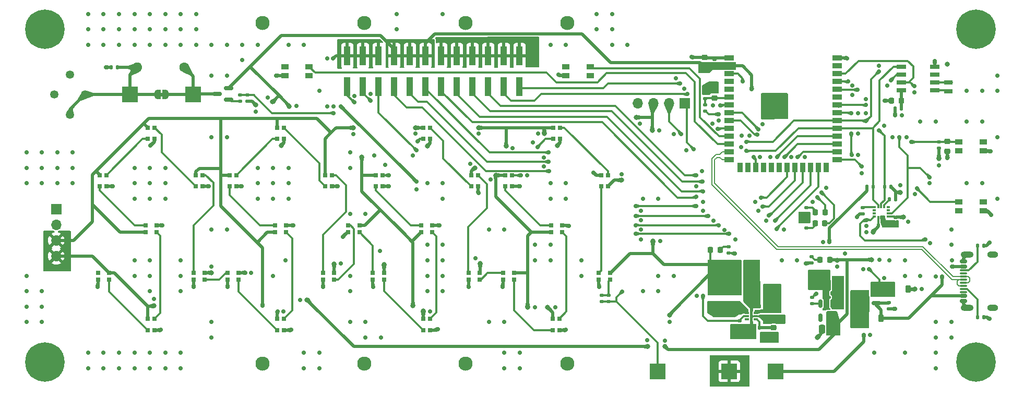
<source format=gbr>
%TF.GenerationSoftware,KiCad,Pcbnew,7.0.9*%
%TF.CreationDate,2024-02-17T00:35:01+08:00*%
%TF.ProjectId,AlarmClockProjV1,416c6172-6d43-46c6-9f63-6b50726f6a56,rev?*%
%TF.SameCoordinates,Original*%
%TF.FileFunction,Copper,L1,Top*%
%TF.FilePolarity,Positive*%
%FSLAX46Y46*%
G04 Gerber Fmt 4.6, Leading zero omitted, Abs format (unit mm)*
G04 Created by KiCad (PCBNEW 7.0.9) date 2024-02-17 00:35:01*
%MOMM*%
%LPD*%
G01*
G04 APERTURE LIST*
G04 Aperture macros list*
%AMRoundRect*
0 Rectangle with rounded corners*
0 $1 Rounding radius*
0 $2 $3 $4 $5 $6 $7 $8 $9 X,Y pos of 4 corners*
0 Add a 4 corners polygon primitive as box body*
4,1,4,$2,$3,$4,$5,$6,$7,$8,$9,$2,$3,0*
0 Add four circle primitives for the rounded corners*
1,1,$1+$1,$2,$3*
1,1,$1+$1,$4,$5*
1,1,$1+$1,$6,$7*
1,1,$1+$1,$8,$9*
0 Add four rect primitives between the rounded corners*
20,1,$1+$1,$2,$3,$4,$5,0*
20,1,$1+$1,$4,$5,$6,$7,0*
20,1,$1+$1,$6,$7,$8,$9,0*
20,1,$1+$1,$8,$9,$2,$3,0*%
%AMFreePoly0*
4,1,19,0.500000,-0.750000,0.000000,-0.750000,0.000000,-0.744911,-0.071157,-0.744911,-0.207708,-0.704816,-0.327430,-0.627875,-0.420627,-0.520320,-0.479746,-0.390866,-0.500000,-0.250000,-0.500000,0.250000,-0.479746,0.390866,-0.420627,0.520320,-0.327430,0.627875,-0.207708,0.704816,-0.071157,0.744911,0.000000,0.744911,0.000000,0.750000,0.500000,0.750000,0.500000,-0.750000,0.500000,-0.750000,
$1*%
%AMFreePoly1*
4,1,19,0.000000,0.744911,0.071157,0.744911,0.207708,0.704816,0.327430,0.627875,0.420627,0.520320,0.479746,0.390866,0.500000,0.250000,0.500000,-0.250000,0.479746,-0.390866,0.420627,-0.520320,0.327430,-0.627875,0.207708,-0.704816,0.071157,-0.744911,0.000000,-0.744911,0.000000,-0.750000,-0.500000,-0.750000,-0.500000,0.750000,0.000000,0.750000,0.000000,0.744911,0.000000,0.744911,
$1*%
G04 Aperture macros list end*
%TA.AperFunction,ComponentPad*%
%ADD10C,1.350000*%
%TD*%
%TA.AperFunction,SMDPad,CuDef*%
%ADD11RoundRect,0.225000X0.225000X0.250000X-0.225000X0.250000X-0.225000X-0.250000X0.225000X-0.250000X0*%
%TD*%
%TA.AperFunction,SMDPad,CuDef*%
%ADD12RoundRect,0.135000X0.135000X0.185000X-0.135000X0.185000X-0.135000X-0.185000X0.135000X-0.185000X0*%
%TD*%
%TA.AperFunction,ComponentPad*%
%ADD13R,1.700000X1.700000*%
%TD*%
%TA.AperFunction,ComponentPad*%
%ADD14O,1.700000X1.700000*%
%TD*%
%TA.AperFunction,SMDPad,CuDef*%
%ADD15RoundRect,0.135000X-0.185000X0.135000X-0.185000X-0.135000X0.185000X-0.135000X0.185000X0.135000X0*%
%TD*%
%TA.AperFunction,SMDPad,CuDef*%
%ADD16RoundRect,0.135000X0.185000X-0.135000X0.185000X0.135000X-0.185000X0.135000X-0.185000X-0.135000X0*%
%TD*%
%TA.AperFunction,SMDPad,CuDef*%
%ADD17R,0.700000X0.700000*%
%TD*%
%TA.AperFunction,SMDPad,CuDef*%
%ADD18RoundRect,0.150000X-0.150000X0.512500X-0.150000X-0.512500X0.150000X-0.512500X0.150000X0.512500X0*%
%TD*%
%TA.AperFunction,SMDPad,CuDef*%
%ADD19RoundRect,0.225000X0.250000X-0.225000X0.250000X0.225000X-0.250000X0.225000X-0.250000X-0.225000X0*%
%TD*%
%TA.AperFunction,SMDPad,CuDef*%
%ADD20R,1.150000X0.900000*%
%TD*%
%TA.AperFunction,SMDPad,CuDef*%
%ADD21RoundRect,0.140000X-0.170000X0.140000X-0.170000X-0.140000X0.170000X-0.140000X0.170000X0.140000X0*%
%TD*%
%TA.AperFunction,ComponentPad*%
%ADD22C,3.600000*%
%TD*%
%TA.AperFunction,ConnectorPad*%
%ADD23C,6.400000*%
%TD*%
%TA.AperFunction,SMDPad,CuDef*%
%ADD24RoundRect,0.140000X-0.140000X-0.170000X0.140000X-0.170000X0.140000X0.170000X-0.140000X0.170000X0*%
%TD*%
%TA.AperFunction,SMDPad,CuDef*%
%ADD25RoundRect,0.218750X-0.218750X-0.256250X0.218750X-0.256250X0.218750X0.256250X-0.218750X0.256250X0*%
%TD*%
%TA.AperFunction,SMDPad,CuDef*%
%ADD26RoundRect,0.150000X0.425000X-0.150000X0.425000X0.150000X-0.425000X0.150000X-0.425000X-0.150000X0*%
%TD*%
%TA.AperFunction,SMDPad,CuDef*%
%ADD27RoundRect,0.075000X0.500000X-0.075000X0.500000X0.075000X-0.500000X0.075000X-0.500000X-0.075000X0*%
%TD*%
%TA.AperFunction,ComponentPad*%
%ADD28O,2.100000X1.000000*%
%TD*%
%TA.AperFunction,ComponentPad*%
%ADD29O,1.800000X1.000000*%
%TD*%
%TA.AperFunction,SMDPad,CuDef*%
%ADD30RoundRect,0.135000X-0.135000X-0.185000X0.135000X-0.185000X0.135000X0.185000X-0.135000X0.185000X0*%
%TD*%
%TA.AperFunction,SMDPad,CuDef*%
%ADD31RoundRect,0.150000X0.587500X0.150000X-0.587500X0.150000X-0.587500X-0.150000X0.587500X-0.150000X0*%
%TD*%
%TA.AperFunction,SMDPad,CuDef*%
%ADD32R,1.500000X0.900000*%
%TD*%
%TA.AperFunction,SMDPad,CuDef*%
%ADD33R,0.900000X1.500000*%
%TD*%
%TA.AperFunction,SMDPad,CuDef*%
%ADD34R,0.900000X0.900000*%
%TD*%
%TA.AperFunction,ComponentPad*%
%ADD35C,1.600000*%
%TD*%
%TA.AperFunction,ComponentPad*%
%ADD36O,1.600000X1.600000*%
%TD*%
%TA.AperFunction,SMDPad,CuDef*%
%ADD37R,2.500000X2.500000*%
%TD*%
%TA.AperFunction,SMDPad,CuDef*%
%ADD38FreePoly0,0.000000*%
%TD*%
%TA.AperFunction,SMDPad,CuDef*%
%ADD39FreePoly1,0.000000*%
%TD*%
%TA.AperFunction,SMDPad,CuDef*%
%ADD40R,1.000000X3.150000*%
%TD*%
%TA.AperFunction,SMDPad,CuDef*%
%ADD41R,3.500000X1.600000*%
%TD*%
%TA.AperFunction,SMDPad,CuDef*%
%ADD42RoundRect,0.225000X-0.250000X0.225000X-0.250000X-0.225000X0.250000X-0.225000X0.250000X0.225000X0*%
%TD*%
%TA.AperFunction,SMDPad,CuDef*%
%ADD43R,0.700000X0.340000*%
%TD*%
%TA.AperFunction,SMDPad,CuDef*%
%ADD44RoundRect,0.140000X0.140000X0.170000X-0.140000X0.170000X-0.140000X-0.170000X0.140000X-0.170000X0*%
%TD*%
%TA.AperFunction,SMDPad,CuDef*%
%ADD45RoundRect,0.218750X0.218750X0.256250X-0.218750X0.256250X-0.218750X-0.256250X0.218750X-0.256250X0*%
%TD*%
%TA.AperFunction,SMDPad,CuDef*%
%ADD46R,1.550000X0.700000*%
%TD*%
%TA.AperFunction,SMDPad,CuDef*%
%ADD47RoundRect,0.250000X-0.250000X-0.475000X0.250000X-0.475000X0.250000X0.475000X-0.250000X0.475000X0*%
%TD*%
%TA.AperFunction,SMDPad,CuDef*%
%ADD48RoundRect,0.250000X0.250000X0.475000X-0.250000X0.475000X-0.250000X-0.475000X0.250000X-0.475000X0*%
%TD*%
%TA.AperFunction,SMDPad,CuDef*%
%ADD49R,0.600000X0.300000*%
%TD*%
%TA.AperFunction,SMDPad,CuDef*%
%ADD50R,0.300000X0.600000*%
%TD*%
%TA.AperFunction,SMDPad,CuDef*%
%ADD51R,1.400000X0.700000*%
%TD*%
%TA.AperFunction,SMDPad,CuDef*%
%ADD52RoundRect,0.225000X-0.225000X-0.375000X0.225000X-0.375000X0.225000X0.375000X-0.225000X0.375000X0*%
%TD*%
%TA.AperFunction,ComponentPad*%
%ADD53C,2.300000*%
%TD*%
%TA.AperFunction,ViaPad*%
%ADD54C,0.700000*%
%TD*%
%TA.AperFunction,ViaPad*%
%ADD55C,0.800000*%
%TD*%
%TA.AperFunction,ViaPad*%
%ADD56C,0.550000*%
%TD*%
%TA.AperFunction,Conductor*%
%ADD57C,0.500000*%
%TD*%
%TA.AperFunction,Conductor*%
%ADD58C,0.300000*%
%TD*%
%TA.AperFunction,Conductor*%
%ADD59C,0.200000*%
%TD*%
G04 APERTURE END LIST*
%TA.AperFunction,EtchedComponent*%
%TO.C,JP401*%
G36*
X97150000Y-95900000D02*
G01*
X96650000Y-95900000D01*
X96650000Y-95300000D01*
X97150000Y-95300000D01*
X97150000Y-95900000D01*
G37*
%TD.AperFunction*%
%TD*%
D10*
%TO.P,LS401,1,1*%
%TO.N,GND*%
X79500000Y-95600000D03*
%TO.P,LS401,2,2*%
%TO.N,/[3] Interactions/Buzzer_in*%
X84500000Y-95600000D03*
%TD*%
D11*
%TO.P,C301,1*%
%TO.N,Net-(U301-VDD)*%
X216875000Y-96600000D03*
%TO.P,C301,2*%
%TO.N,GND*%
X215325000Y-96600000D03*
%TD*%
D12*
%TO.P,R305,1*%
%TO.N,Net-(U301-VDD)*%
X216910000Y-97900000D03*
%TO.P,R305,2*%
%TO.N,+3V3*%
X215890000Y-97900000D03*
%TD*%
D13*
%TO.P,J301,1,Pin_1*%
%TO.N,/[4] I2C_Bus/I2C_SDA*%
X181800000Y-97000000D03*
D14*
%TO.P,J301,2,Pin_2*%
%TO.N,/[4] I2C_Bus/I2C_SCL*%
X179260000Y-97000000D03*
%TO.P,J301,3,Pin_3*%
%TO.N,3V7*%
X176720000Y-97000000D03*
%TO.P,J301,4,Pin_4*%
%TO.N,GND*%
X174180000Y-97000000D03*
%TD*%
D15*
%TO.P,R207,1*%
%TO.N,GND*%
X185089800Y-95197200D03*
%TO.P,R207,2*%
%TO.N,/[2] ESP32_MCU/BATT_ADC1_C1_IO6*%
X185089800Y-96217200D03*
%TD*%
D12*
%TO.P,R405,1*%
%TO.N,/[3] Interactions/Buzzer_in*%
X89710000Y-91200000D03*
%TO.P,R405,2*%
%TO.N,GND*%
X88690000Y-91200000D03*
%TD*%
D16*
%TO.P,R404,1*%
%TO.N,/[2] ESP32_MCU/NEOPIXEL_CTRL*%
X168300000Y-129200000D03*
%TO.P,R404,2*%
%TO.N,/[3] Interactions/DIGIT_1*%
X168300000Y-128180000D03*
%TD*%
D17*
%TO.P,D401,1,DOUT*%
%TO.N,Net-(D401-DOUT)*%
X167835000Y-124550000D03*
%TO.P,D401,2,VSS*%
%TO.N,GND*%
X167835000Y-125650000D03*
%TO.P,D401,3,DIN*%
%TO.N,/[3] Interactions/DIGIT_1*%
X169665000Y-125650000D03*
%TO.P,D401,4,VDD*%
%TO.N,3V7*%
X169665000Y-124550000D03*
%TD*%
D15*
%TO.P,R406,1*%
%TO.N,/[2] ESP32_MCU/NEOPIXEL_PWR_CTRL*%
X190700000Y-132290000D03*
%TO.P,R406,2*%
%TO.N,GND*%
X190700000Y-133310000D03*
%TD*%
D17*
%TO.P,D422,1,DOUT*%
%TO.N,/[3] Interactions/DIGIT_4*%
X107585000Y-124550000D03*
%TO.P,D422,2,VSS*%
%TO.N,GND*%
X107585000Y-125650000D03*
%TO.P,D422,3,DIN*%
%TO.N,Net-(D421-DOUT)*%
X109415000Y-125650000D03*
%TO.P,D422,4,VDD*%
%TO.N,3V7*%
X109415000Y-124550000D03*
%TD*%
D12*
%TO.P,R303,1*%
%TO.N,+3V3*%
X216010000Y-112600000D03*
%TO.P,R303,2*%
%TO.N,Net-(U302-CS)*%
X214990000Y-112600000D03*
%TD*%
D13*
%TO.P,J402,1,Pin_1*%
%TO.N,GND*%
X79800000Y-114200000D03*
D14*
%TO.P,J402,2,Pin_2*%
X79800000Y-116740000D03*
%TO.P,J402,3,Pin_3*%
%TO.N,3V7*%
X79800000Y-119280000D03*
%TO.P,J402,4,Pin_4*%
X79800000Y-121820000D03*
%TD*%
D17*
%TO.P,D406,1,DOUT*%
%TO.N,Net-(D406-DOUT)*%
X160350000Y-133815000D03*
%TO.P,D406,2,VSS*%
%TO.N,GND*%
X161450000Y-133815000D03*
%TO.P,D406,3,DIN*%
%TO.N,Net-(D405-DOUT)*%
X161450000Y-131985000D03*
%TO.P,D406,4,VDD*%
%TO.N,3V7*%
X160350000Y-131985000D03*
%TD*%
D18*
%TO.P,U202,1,VIN*%
%TO.N,/[2] ESP32_MCU/NEOPIXEL_Vcc*%
X205700000Y-129500000D03*
%TO.P,U202,2,GND*%
%TO.N,GND*%
X204750000Y-129500000D03*
%TO.P,U202,3,EN*%
%TO.N,Net-(U202-EN)*%
X203800000Y-129500000D03*
%TO.P,U202,4,NC*%
%TO.N,unconnected-(U202-NC-Pad4)*%
X203800000Y-131775000D03*
%TO.P,U202,5,VOUT*%
%TO.N,+3V3*%
X205700000Y-131775000D03*
%TD*%
D19*
%TO.P,C404,1*%
%TO.N,3V7*%
X196200000Y-134975000D03*
%TO.P,C404,2*%
%TO.N,/[3] Interactions/FB_in*%
X196200000Y-133425000D03*
%TD*%
D20*
%TO.P,SW402,1*%
%TO.N,unconnected-(SW402-Pad1)*%
X166445000Y-92550000D03*
%TO.P,SW402,2*%
%TO.N,GND*%
X162495000Y-92550000D03*
%TO.P,SW402,3*%
%TO.N,/[2] ESP32_MCU/PB1*%
X166445000Y-91050000D03*
%TO.P,SW402,4*%
%TO.N,unconnected-(SW402-Pad4)*%
X162495000Y-91050000D03*
%TD*%
D17*
%TO.P,D403,1,DOUT*%
%TO.N,Net-(D403-DOUT)*%
X160450000Y-102815000D03*
%TO.P,D403,2,VSS*%
%TO.N,GND*%
X161550000Y-102815000D03*
%TO.P,D403,3,DIN*%
%TO.N,Net-(D402-DOUT)*%
X161550000Y-100985000D03*
%TO.P,D403,4,VDD*%
%TO.N,3V7*%
X160450000Y-100985000D03*
%TD*%
D15*
%TO.P,R208,1*%
%TO.N,/[2] ESP32_MCU/LED1_out*%
X201500000Y-113990000D03*
%TO.P,R208,2*%
%TO.N,GND*%
X201500000Y-115010000D03*
%TD*%
D17*
%TO.P,D417,1,DOUT*%
%TO.N,Net-(D417-DOUT)*%
X123450000Y-110515000D03*
%TO.P,D417,2,VSS*%
%TO.N,GND*%
X124550000Y-110515000D03*
%TO.P,D417,3,DIN*%
%TO.N,Net-(D416-DOUT)*%
X124550000Y-108685000D03*
%TO.P,D417,4,VDD*%
%TO.N,3V7*%
X123450000Y-108685000D03*
%TD*%
D21*
%TO.P,C201,1*%
%TO.N,GND*%
X186625000Y-89870000D03*
%TO.P,C201,2*%
%TO.N,+3V3*%
X186625000Y-90830000D03*
%TD*%
D22*
%TO.P,H103,1,1*%
%TO.N,GND*%
X78000000Y-85000000D03*
D23*
X78000000Y-85000000D03*
%TD*%
D17*
%TO.P,D404,1,DOUT*%
%TO.N,Net-(D404-DOUT)*%
X152650000Y-110515000D03*
%TO.P,D404,2,VSS*%
%TO.N,GND*%
X153750000Y-110515000D03*
%TO.P,D404,3,DIN*%
%TO.N,Net-(D403-DOUT)*%
X153750000Y-108685000D03*
%TO.P,D404,4,VDD*%
%TO.N,3V7*%
X152650000Y-108685000D03*
%TD*%
D24*
%TO.P,C305,1*%
%TO.N,+3V3*%
X213170000Y-116850000D03*
%TO.P,C305,2*%
%TO.N,GND*%
X214130000Y-116850000D03*
%TD*%
D17*
%TO.P,D426,1,DOUT*%
%TO.N,Net-(D426-DOUT)*%
X86850000Y-110515000D03*
%TO.P,D426,2,VSS*%
%TO.N,GND*%
X87950000Y-110515000D03*
%TO.P,D426,3,DIN*%
%TO.N,Net-(D425-DOUT)*%
X87950000Y-108685000D03*
%TO.P,D426,4,VDD*%
%TO.N,3V7*%
X86850000Y-108685000D03*
%TD*%
%TO.P,D413,1,DOUT*%
%TO.N,Net-(D413-DOUT)*%
X139350000Y-133815000D03*
%TO.P,D413,2,VSS*%
%TO.N,GND*%
X140450000Y-133815000D03*
%TO.P,D413,3,DIN*%
%TO.N,Net-(D412-DOUT)*%
X140450000Y-131985000D03*
%TO.P,D413,4,VDD*%
%TO.N,3V7*%
X139350000Y-131985000D03*
%TD*%
D20*
%TO.P,SW201,1*%
%TO.N,/[2] ESP32_MCU/EN*%
X226225000Y-103250000D03*
%TO.P,SW201,2*%
%TO.N,unconnected-(SW201-Pad2)*%
X230175000Y-103250000D03*
%TO.P,SW201,3*%
%TO.N,unconnected-(SW201-Pad3)*%
X226225000Y-104750000D03*
%TO.P,SW201,4*%
%TO.N,GND*%
X230175000Y-104750000D03*
%TD*%
D17*
%TO.P,D427,1,DOUT*%
%TO.N,Net-(D427-DOUT)*%
X96115000Y-117950000D03*
%TO.P,D427,2,VSS*%
%TO.N,GND*%
X96115000Y-116850000D03*
%TO.P,D427,3,DIN*%
%TO.N,Net-(D426-DOUT)*%
X94285000Y-116850000D03*
%TO.P,D427,4,VDD*%
%TO.N,3V7*%
X94285000Y-117950000D03*
%TD*%
%TO.P,D409,1,DOUT*%
%TO.N,Net-(D409-DOUT)*%
X147150000Y-110515000D03*
%TO.P,D409,2,VSS*%
%TO.N,GND*%
X148250000Y-110515000D03*
%TO.P,D409,3,DIN*%
%TO.N,Net-(D408-DOUT)*%
X148250000Y-108685000D03*
%TO.P,D409,4,VDD*%
%TO.N,3V7*%
X147150000Y-108685000D03*
%TD*%
%TO.P,D420,1,DOUT*%
%TO.N,Net-(D420-DOUT)*%
X117115000Y-117950000D03*
%TO.P,D420,2,VSS*%
%TO.N,GND*%
X117115000Y-116850000D03*
%TO.P,D420,3,DIN*%
%TO.N,Net-(D419-DOUT)*%
X115285000Y-116850000D03*
%TO.P,D420,4,VDD*%
%TO.N,3V7*%
X115285000Y-117950000D03*
%TD*%
%TO.P,D425,1,DOUT*%
%TO.N,Net-(D425-DOUT)*%
X94650000Y-102815000D03*
%TO.P,D425,2,VSS*%
%TO.N,GND*%
X95750000Y-102815000D03*
%TO.P,D425,3,DIN*%
%TO.N,Net-(D424-DOUT)*%
X95750000Y-100985000D03*
%TO.P,D425,4,VDD*%
%TO.N,3V7*%
X94650000Y-100985000D03*
%TD*%
D25*
%TO.P,D203,1,K*%
%TO.N,/[2] ESP32_MCU/LED0_out*%
X202912500Y-116490000D03*
%TO.P,D203,2,A*%
%TO.N,/[2] ESP32_MCU/LED0_IO15*%
X204487500Y-116490000D03*
%TD*%
D17*
%TO.P,D416,1,DOUT*%
%TO.N,Net-(D416-DOUT)*%
X123085000Y-124550000D03*
%TO.P,D416,2,VSS*%
%TO.N,GND*%
X123085000Y-125650000D03*
%TO.P,D416,3,DIN*%
%TO.N,/[3] Interactions/DIGIT_3*%
X124915000Y-125650000D03*
%TO.P,D416,4,VDD*%
%TO.N,3V7*%
X124915000Y-124550000D03*
%TD*%
%TO.P,D407,1,DOUT*%
%TO.N,/[3] Interactions/DIGIT_2*%
X152285000Y-124550000D03*
%TO.P,D407,2,VSS*%
%TO.N,GND*%
X152285000Y-125650000D03*
%TO.P,D407,3,DIN*%
%TO.N,Net-(D406-DOUT)*%
X154115000Y-125650000D03*
%TO.P,D407,4,VDD*%
%TO.N,3V7*%
X154115000Y-124550000D03*
%TD*%
D26*
%TO.P,J206,A1,GND*%
%TO.N,GND*%
X227000000Y-129090000D03*
%TO.P,J206,A4,VBUS*%
%TO.N,+5V*%
X227000000Y-128290000D03*
D27*
%TO.P,J206,A5,CC1*%
%TO.N,/[2] ESP32_MCU/CC1_R*%
X227000000Y-127140000D03*
%TO.P,J206,A6,D+*%
%TO.N,/[2] ESP32_MCU/USB_D+*%
X227000000Y-126140000D03*
%TO.P,J206,A7,D-*%
%TO.N,/[2] ESP32_MCU/USB_D-*%
X227000000Y-125640000D03*
%TO.P,J206,A8,SBU1*%
%TO.N,unconnected-(J206-SBU1-PadA8)*%
X227000000Y-124640000D03*
D26*
%TO.P,J206,A9,VBUS*%
%TO.N,+5V*%
X227000000Y-123490000D03*
%TO.P,J206,A12,GND*%
%TO.N,GND*%
X227000000Y-122690000D03*
%TO.P,J206,B1,GND*%
X227000000Y-122690000D03*
%TO.P,J206,B4,VBUS*%
%TO.N,+5V*%
X227000000Y-123490000D03*
D27*
%TO.P,J206,B5,CC2*%
%TO.N,/[2] ESP32_MCU/CC2_R*%
X227000000Y-124140000D03*
%TO.P,J206,B6,D+*%
%TO.N,/[2] ESP32_MCU/USB_D+*%
X227000000Y-125140000D03*
%TO.P,J206,B7,D-*%
%TO.N,/[2] ESP32_MCU/USB_D-*%
X227000000Y-126640000D03*
%TO.P,J206,B8,SBU2*%
%TO.N,unconnected-(J206-SBU2-PadB8)*%
X227000000Y-127640000D03*
D26*
%TO.P,J206,B9,VBUS*%
%TO.N,+5V*%
X227000000Y-128290000D03*
%TO.P,J206,B12,GND*%
%TO.N,GND*%
X227000000Y-129090000D03*
D28*
%TO.P,J206,S1,SHIELD*%
X227575000Y-130210000D03*
D29*
X231755000Y-130210000D03*
D28*
X227575000Y-121570000D03*
D29*
X231755000Y-121570000D03*
%TD*%
D30*
%TO.P,R210,1*%
%TO.N,/[2] ESP32_MCU/CC1_R*%
X229280000Y-131690000D03*
%TO.P,R210,2*%
%TO.N,GND*%
X230300000Y-131690000D03*
%TD*%
D31*
%TO.P,Q201,1,D*%
%TO.N,/[2] ESP32_MCU/NEOPIXEL_Vcc*%
X210942500Y-128500000D03*
%TO.P,Q201,2,G*%
%TO.N,+5V*%
X212817500Y-129450000D03*
%TO.P,Q201,3,S*%
%TO.N,+BATT*%
X212817500Y-127550000D03*
%TD*%
D32*
%TO.P,U201,1,GND_1*%
%TO.N,GND*%
X189000000Y-89690000D03*
%TO.P,U201,2,3V3*%
%TO.N,+3V3*%
X189000000Y-90960000D03*
%TO.P,U201,3,EN*%
%TO.N,/[2] ESP32_MCU/EN*%
X189000000Y-92230000D03*
%TO.P,U201,4,IO4*%
%TO.N,unconnected-(U201-IO4-Pad4)*%
X189000000Y-93500000D03*
%TO.P,U201,5,IO5*%
%TO.N,unconnected-(U201-IO5-Pad5)*%
X189000000Y-94770000D03*
%TO.P,U201,6,IO6*%
%TO.N,/[2] ESP32_MCU/BATT_ADC1_C1_IO6*%
X189000000Y-96040000D03*
%TO.P,U201,7,IO7*%
%TO.N,/[2] ESP32_MCU/BUZZER*%
X189000000Y-97310000D03*
%TO.P,U201,8,IO15*%
%TO.N,/[2] ESP32_MCU/LED0_IO15*%
X189000000Y-98580000D03*
%TO.P,U201,9,IO16*%
%TO.N,/[2] ESP32_MCU/LED1_IO16*%
X189000000Y-99850000D03*
%TO.P,U201,10,IO17*%
%TO.N,/[2] ESP32_MCU/NEOPIXEL_CTRL*%
X189000000Y-101120000D03*
%TO.P,U201,11,IO18*%
%TO.N,/[2] ESP32_MCU/PB1*%
X189000000Y-102390000D03*
%TO.P,U201,12,IO8*%
%TO.N,/[2] ESP32_MCU/PB2*%
X189000000Y-103660000D03*
%TO.P,U201,13,IO19*%
%TO.N,/[2] ESP32_MCU/USB_D-*%
X189000000Y-104930000D03*
%TO.P,U201,14,IO20*%
%TO.N,/[2] ESP32_MCU/USB_D+*%
X189000000Y-106200000D03*
D33*
%TO.P,U201,15,IO3*%
%TO.N,unconnected-(U201-IO3-Pad15)*%
X190765000Y-107450000D03*
%TO.P,U201,16,IO46*%
%TO.N,unconnected-(U201-IO46-Pad16)*%
X192035000Y-107450000D03*
%TO.P,U201,17,IO9*%
%TO.N,/[2] ESP32_MCU/NEOPIXEL_PWR_CTRL*%
X193305000Y-107450000D03*
%TO.P,U201,18,IO10*%
%TO.N,unconnected-(U201-IO10-Pad18)*%
X194575000Y-107450000D03*
%TO.P,U201,19,IO11*%
%TO.N,unconnected-(U201-IO11-Pad19)*%
X195845000Y-107450000D03*
%TO.P,U201,20,IO12*%
%TO.N,unconnected-(U201-IO12-Pad20)*%
X197115000Y-107450000D03*
%TO.P,U201,21,IO13*%
%TO.N,/[2] ESP32_MCU/GPIO_13*%
X198385000Y-107450000D03*
%TO.P,U201,22,IO14*%
%TO.N,/[2] ESP32_MCU/GPIO_14*%
X199655000Y-107450000D03*
%TO.P,U201,23,IO21*%
%TO.N,/[2] ESP32_MCU/GPIO_21*%
X200925000Y-107450000D03*
%TO.P,U201,24,IO47*%
%TO.N,/[2] ESP32_MCU/GPIO_47*%
X202195000Y-107450000D03*
%TO.P,U201,25,IO48*%
%TO.N,/[2] ESP32_MCU/GPIO_48*%
X203465000Y-107450000D03*
%TO.P,U201,26,IO45*%
%TO.N,unconnected-(U201-IO45-Pad26)*%
X204735000Y-107450000D03*
D32*
%TO.P,U201,27,IO0*%
%TO.N,/[2] ESP32_MCU/BOOT*%
X206500000Y-106200000D03*
%TO.P,U201,28,IO35*%
%TO.N,/[2] ESP32_MCU/SPI_MOSI*%
X206500000Y-104930000D03*
%TO.P,U201,29,IO36*%
%TO.N,/[2] ESP32_MCU/SPI_CLK*%
X206500000Y-103660000D03*
%TO.P,U201,30,IO37*%
%TO.N,/[2] ESP32_MCU/SPI_MISO*%
X206500000Y-102390000D03*
%TO.P,U201,31,IO38*%
%TO.N,/[4] I2C_Bus/I2C_SDA*%
X206500000Y-101120000D03*
%TO.P,U201,32,IO39*%
%TO.N,/[4] I2C_Bus/I2C_SCL*%
X206500000Y-99850000D03*
%TO.P,U201,33,IO40*%
%TO.N,/[2] ESP32_MCU/IMU_INT1*%
X206500000Y-98580000D03*
%TO.P,U201,34,IO41*%
%TO.N,/[2] ESP32_MCU/IMU_INT2*%
X206500000Y-97310000D03*
%TO.P,U201,35,IO42*%
%TO.N,unconnected-(U201-IO42-Pad35)*%
X206500000Y-96040000D03*
%TO.P,U201,36,RXD0*%
%TO.N,/[2] ESP32_MCU/U0RXD*%
X206500000Y-94770000D03*
%TO.P,U201,37,TXD0*%
%TO.N,/[2] ESP32_MCU/U0TXD*%
X206500000Y-93500000D03*
%TO.P,U201,38,IO2*%
%TO.N,/[2] ESP32_MCU/RTC_INT*%
X206500000Y-92230000D03*
%TO.P,U201,39,IO1*%
%TO.N,unconnected-(U201-IO1-Pad39)*%
X206500000Y-90960000D03*
%TO.P,U201,40,GND_2*%
%TO.N,GND*%
X206500000Y-89690000D03*
D34*
%TO.P,U201,41,GND_3*%
X196250000Y-97410000D03*
%TO.P,U201,42,GND_4*%
X196250000Y-96010000D03*
%TO.P,U201,43,GND_5*%
X194850000Y-96010000D03*
%TO.P,U201,44,GND_6*%
X194850000Y-97410000D03*
%TO.P,U201,45,GND_7*%
X194850000Y-98810000D03*
%TO.P,U201,46,GND_8*%
X196250000Y-98810000D03*
%TO.P,U201,47,GND_9*%
X197650000Y-98810000D03*
%TO.P,U201,48,GND_10*%
X197650000Y-97410000D03*
%TO.P,U201,49,GND_11*%
X197650000Y-96010000D03*
%TD*%
D35*
%TO.P,R410,1*%
%TO.N,/[3] Interactions/MOS_out*%
X100610000Y-91200000D03*
D36*
%TO.P,R410,2*%
%TO.N,/[3] Interactions/Buzzer_in*%
X92990000Y-91200000D03*
%TD*%
D16*
%TO.P,R403,1*%
%TO.N,/[2] ESP32_MCU/NEOPIXEL_CTRL*%
X169400000Y-129210000D03*
%TO.P,R403,2*%
%TO.N,/[3] Interactions/DIGIT_1*%
X169400000Y-128190000D03*
%TD*%
D37*
%TO.P,TP201,1,1*%
%TO.N,+BATT*%
X196500000Y-140500000D03*
%TD*%
D10*
%TO.P,LS402,1,1*%
%TO.N,GND*%
X82000000Y-92350000D03*
%TO.P,LS402,2,2*%
%TO.N,/[3] Interactions/Buzzer_in*%
X82000000Y-98850000D03*
%TD*%
D17*
%TO.P,D424,1,DOUT*%
%TO.N,Net-(D424-DOUT)*%
X102450000Y-110515000D03*
%TO.P,D424,2,VSS*%
%TO.N,GND*%
X103550000Y-110515000D03*
%TO.P,D424,3,DIN*%
%TO.N,Net-(D423-DOUT)*%
X103550000Y-108685000D03*
%TO.P,D424,4,VDD*%
%TO.N,3V7*%
X102450000Y-108685000D03*
%TD*%
D38*
%TO.P,JP401,1,A*%
%TO.N,/[3] Interactions/Buzzer_in*%
X96250000Y-95600000D03*
D39*
%TO.P,JP401,2,B*%
%TO.N,/[3] Interactions/MOS_out*%
X97550000Y-95600000D03*
%TD*%
D17*
%TO.P,D405,1,DOUT*%
%TO.N,Net-(D405-DOUT)*%
X161915000Y-117950000D03*
%TO.P,D405,2,VSS*%
%TO.N,GND*%
X161915000Y-116850000D03*
%TO.P,D405,3,DIN*%
%TO.N,Net-(D404-DOUT)*%
X160085000Y-116850000D03*
%TO.P,D405,4,VDD*%
%TO.N,3V7*%
X160085000Y-117950000D03*
%TD*%
D22*
%TO.P,H102,1,1*%
%TO.N,GND*%
X78000000Y-139000000D03*
D23*
X78000000Y-139000000D03*
%TD*%
D40*
%TO.P,J201,1,Pin_1*%
%TO.N,/[4] I2C_Bus/I2C_SCL*%
X127030000Y-94325000D03*
%TO.P,J201,2,Pin_2*%
%TO.N,/[2] ESP32_MCU/NEOPIXEL_Vcc*%
X127030000Y-89275000D03*
%TO.P,J201,3,Pin_3*%
%TO.N,/[4] I2C_Bus/I2C_SDA*%
X129570000Y-94325000D03*
%TO.P,J201,4,Pin_4*%
%TO.N,/[2] ESP32_MCU/NEOPIXEL_Vcc*%
X129570000Y-89275000D03*
%TO.P,J201,5,Pin_5*%
%TO.N,/[2] ESP32_MCU/GPIO_48*%
X132110000Y-94325000D03*
%TO.P,J201,6,Pin_6*%
%TO.N,/[2] ESP32_MCU/NEOPIXEL_Vcc*%
X132110000Y-89275000D03*
%TO.P,J201,7,Pin_7*%
%TO.N,/[2] ESP32_MCU/GPIO_47*%
X134650000Y-94325000D03*
%TO.P,J201,8,Pin_8*%
%TO.N,+3V3*%
X134650000Y-89275000D03*
%TO.P,J201,9,Pin_9*%
%TO.N,/[2] ESP32_MCU/GPIO_21*%
X137190000Y-94325000D03*
%TO.P,J201,10,Pin_10*%
%TO.N,+3V3*%
X137190000Y-89275000D03*
%TO.P,J201,11,Pin_11*%
%TO.N,/[2] ESP32_MCU/GPIO_14*%
X139730000Y-94325000D03*
%TO.P,J201,12,Pin_12*%
%TO.N,+3V3*%
X139730000Y-89275000D03*
%TO.P,J201,13,Pin_13*%
%TO.N,/[2] ESP32_MCU/GPIO_13*%
X142270000Y-94325000D03*
%TO.P,J201,14,Pin_14*%
%TO.N,GND*%
X142270000Y-89275000D03*
%TO.P,J201,15,Pin_15*%
%TO.N,/[2] ESP32_MCU/SPI_MOSI*%
X144810000Y-94325000D03*
%TO.P,J201,16,Pin_16*%
%TO.N,GND*%
X144810000Y-89275000D03*
%TO.P,J201,17,Pin_17*%
%TO.N,/[2] ESP32_MCU/SPI_CLK*%
X147350000Y-94325000D03*
%TO.P,J201,18,Pin_18*%
%TO.N,GND*%
X147350000Y-89275000D03*
%TO.P,J201,19,Pin_19*%
%TO.N,/[2] ESP32_MCU/SPI_MISO*%
X149890000Y-94325000D03*
%TO.P,J201,20,Pin_20*%
%TO.N,GND*%
X149890000Y-89275000D03*
%TO.P,J201,21,Pin_21*%
%TO.N,/[2] ESP32_MCU/U0TXD*%
X152430000Y-94325000D03*
%TO.P,J201,22,Pin_22*%
%TO.N,GND*%
X152430000Y-89275000D03*
%TO.P,J201,23,Pin_23*%
%TO.N,/[2] ESP32_MCU/U0RXD*%
X154970000Y-94325000D03*
%TO.P,J201,24,Pin_24*%
%TO.N,GND*%
X154970000Y-89275000D03*
%TD*%
D15*
%TO.P,R401,1*%
%TO.N,/[2] ESP32_MCU/BUZZER*%
X109650000Y-95690000D03*
%TO.P,R401,2*%
%TO.N,/[3] Interactions/Buz_MOS_in*%
X109650000Y-96710000D03*
%TD*%
D17*
%TO.P,D410,1,DOUT*%
%TO.N,Net-(D410-DOUT)*%
X139350000Y-102815000D03*
%TO.P,D410,2,VSS*%
%TO.N,GND*%
X140450000Y-102815000D03*
%TO.P,D410,3,DIN*%
%TO.N,Net-(D409-DOUT)*%
X140450000Y-100985000D03*
%TO.P,D410,4,VDD*%
%TO.N,3V7*%
X139350000Y-100985000D03*
%TD*%
D41*
%TO.P,L401,1,1*%
%TO.N,3V7*%
X188200000Y-127010000D03*
%TO.P,L401,2,2*%
%TO.N,/[3] Interactions/SWreg_OUT*%
X188200000Y-130210000D03*
%TD*%
D11*
%TO.P,C403,1*%
%TO.N,/[2] ESP32_MCU/NEOPIXEL_Vcc*%
X194975000Y-129700000D03*
%TO.P,C403,2*%
%TO.N,GND*%
X193425000Y-129700000D03*
%TD*%
D16*
%TO.P,R201,1*%
%TO.N,+3V3*%
X223000000Y-104285000D03*
%TO.P,R201,2*%
%TO.N,/[2] ESP32_MCU/EN*%
X223000000Y-103265000D03*
%TD*%
D37*
%TO.P,TP401,1,1*%
%TO.N,/[3] Interactions/MOS_out*%
X102000000Y-95600000D03*
%TD*%
D15*
%TO.P,R203,1*%
%TO.N,+5V*%
X214900000Y-129390000D03*
%TO.P,R203,2*%
%TO.N,GND*%
X214900000Y-130410000D03*
%TD*%
D12*
%TO.P,R302,1*%
%TO.N,+3V3*%
X215210000Y-110600000D03*
%TO.P,R302,2*%
%TO.N,/[4] I2C_Bus/I2C_SCL*%
X214190000Y-110600000D03*
%TD*%
D42*
%TO.P,C203,1*%
%TO.N,/[2] ESP32_MCU/EN*%
X224400000Y-103225000D03*
%TO.P,C203,2*%
%TO.N,GND*%
X224400000Y-104775000D03*
%TD*%
D22*
%TO.P,H104,1,1*%
%TO.N,GND*%
X229000000Y-139000000D03*
D23*
X229000000Y-139000000D03*
%TD*%
D43*
%TO.P,U401,1,FB*%
%TO.N,/[3] Interactions/FB_in*%
X193325000Y-132070000D03*
%TO.P,U401,2,GND*%
%TO.N,GND*%
X193325000Y-131570000D03*
%TO.P,U401,3,VIN*%
%TO.N,/[2] ESP32_MCU/NEOPIXEL_Vcc*%
X193325000Y-131070000D03*
%TO.P,U401,4,SW*%
%TO.N,/[3] Interactions/SWreg_OUT*%
X191825000Y-131070000D03*
%TO.P,U401,5,EN*%
%TO.N,/[2] ESP32_MCU/NEOPIXEL_PWR_CTRL*%
X191825000Y-131570000D03*
%TO.P,U401,6,NC*%
%TO.N,unconnected-(U401-NC-Pad6)*%
X191825000Y-132070000D03*
%TD*%
D44*
%TO.P,C205,1*%
%TO.N,/[2] ESP32_MCU/NEOPIXEL_Vcc*%
X205680000Y-127837500D03*
%TO.P,C205,2*%
%TO.N,GND*%
X204720000Y-127837500D03*
%TD*%
D12*
%TO.P,R408,1*%
%TO.N,/[3] Interactions/FB_in*%
X193910000Y-133410000D03*
%TO.P,R408,2*%
%TO.N,GND*%
X192890000Y-133410000D03*
%TD*%
D17*
%TO.P,D421,1,DOUT*%
%TO.N,Net-(D421-DOUT)*%
X115650000Y-133815000D03*
%TO.P,D421,2,VSS*%
%TO.N,GND*%
X116750000Y-133815000D03*
%TO.P,D421,3,DIN*%
%TO.N,Net-(D420-DOUT)*%
X116750000Y-131985000D03*
%TO.P,D421,4,VDD*%
%TO.N,3V7*%
X115650000Y-131985000D03*
%TD*%
D25*
%TO.P,D204,1,K*%
%TO.N,/[2] ESP32_MCU/LED1_out*%
X202962500Y-114750000D03*
%TO.P,D204,2,A*%
%TO.N,/[2] ESP32_MCU/LED1_IO16*%
X204537500Y-114750000D03*
%TD*%
D22*
%TO.P,H101,1,1*%
%TO.N,GND*%
X229000000Y-85000000D03*
D23*
X229000000Y-85000000D03*
%TD*%
D17*
%TO.P,D411,1,DOUT*%
%TO.N,Net-(D411-DOUT)*%
X131650000Y-110515000D03*
%TO.P,D411,2,VSS*%
%TO.N,GND*%
X132750000Y-110515000D03*
%TO.P,D411,3,DIN*%
%TO.N,Net-(D410-DOUT)*%
X132750000Y-108685000D03*
%TO.P,D411,4,VDD*%
%TO.N,3V7*%
X131650000Y-108685000D03*
%TD*%
%TO.P,D402,1,DOUT*%
%TO.N,Net-(D402-DOUT)*%
X169300000Y-108685000D03*
%TO.P,D402,2,VSS*%
%TO.N,GND*%
X168200000Y-108685000D03*
%TO.P,D402,3,DIN*%
%TO.N,Net-(D401-DOUT)*%
X168200000Y-110515000D03*
%TO.P,D402,4,VDD*%
%TO.N,3V7*%
X169300000Y-110515000D03*
%TD*%
D45*
%TO.P,D430,1,K*%
%TO.N,Net-(D430-K)*%
X187500000Y-120800000D03*
%TO.P,D430,2,A*%
%TO.N,3V7*%
X185925000Y-120800000D03*
%TD*%
D37*
%TO.P,TP403,1,1*%
%TO.N,/[2] ESP32_MCU/NEOPIXEL_CTRL*%
X177400000Y-140500000D03*
%TD*%
D20*
%TO.P,SW202,1*%
%TO.N,/[2] ESP32_MCU/BOOT*%
X226225000Y-113000000D03*
%TO.P,SW202,2*%
%TO.N,unconnected-(SW202-Pad2)*%
X230175000Y-113000000D03*
%TO.P,SW202,3*%
%TO.N,unconnected-(SW202-Pad3)*%
X226225000Y-114500000D03*
%TO.P,SW202,4*%
%TO.N,GND*%
X230175000Y-114500000D03*
%TD*%
D37*
%TO.P,TP402,1,1*%
%TO.N,/[3] Interactions/Buzzer_in*%
X91800000Y-95600000D03*
%TD*%
D46*
%TO.P,U301,1,OSCI*%
%TO.N,/[4] I2C_Bus/Crystal_in*%
X222325000Y-94905000D03*
%TO.P,U301,2,OSCO*%
%TO.N,/[4] I2C_Bus/Crystal_out*%
X222325000Y-93635000D03*
%TO.P,U301,3,VBAT*%
%TO.N,unconnected-(U301-VBAT-Pad3)*%
X222325000Y-92365000D03*
%TO.P,U301,4,VSS*%
%TO.N,GND*%
X222325000Y-91095000D03*
%TO.P,U301,5,SDA*%
%TO.N,/[4] I2C_Bus/I2C_SDA*%
X216875000Y-91095000D03*
%TO.P,U301,6,SCL*%
%TO.N,/[4] I2C_Bus/I2C_SCL*%
X216875000Y-92365000D03*
%TO.P,U301,7,~{INT1}/CLKOUT*%
%TO.N,/[2] ESP32_MCU/RTC_INT*%
X216875000Y-93635000D03*
%TO.P,U301,8,VDD*%
%TO.N,Net-(U301-VDD)*%
X216875000Y-94905000D03*
%TD*%
D16*
%TO.P,R402,1*%
%TO.N,+3V3*%
X110850000Y-96710000D03*
%TO.P,R402,2*%
%TO.N,/[2] ESP32_MCU/BUZZER*%
X110850000Y-95690000D03*
%TD*%
D47*
%TO.P,C405,1*%
%TO.N,3V7*%
X190050000Y-124500000D03*
%TO.P,C405,2*%
%TO.N,GND*%
X191950000Y-124500000D03*
%TD*%
D16*
%TO.P,R407,1*%
%TO.N,3V7*%
X194900000Y-134410000D03*
%TO.P,R407,2*%
%TO.N,/[3] Interactions/FB_in*%
X194900000Y-133390000D03*
%TD*%
D17*
%TO.P,D419,1,DOUT*%
%TO.N,Net-(D419-DOUT)*%
X107950000Y-110515000D03*
%TO.P,D419,2,VSS*%
%TO.N,GND*%
X109050000Y-110515000D03*
%TO.P,D419,3,DIN*%
%TO.N,Net-(D418-DOUT)*%
X109050000Y-108685000D03*
%TO.P,D419,4,VDD*%
%TO.N,3V7*%
X107950000Y-108685000D03*
%TD*%
D20*
%TO.P,SW401,1*%
%TO.N,unconnected-(SW401-Pad1)*%
X120845000Y-92550000D03*
%TO.P,SW401,2*%
%TO.N,GND*%
X116895000Y-92550000D03*
%TO.P,SW401,3*%
%TO.N,/[2] ESP32_MCU/PB2*%
X120845000Y-91050000D03*
%TO.P,SW401,4*%
%TO.N,unconnected-(SW401-Pad4)*%
X116895000Y-91050000D03*
%TD*%
D17*
%TO.P,D423,1,DOUT*%
%TO.N,Net-(D423-DOUT)*%
X102085000Y-124550000D03*
%TO.P,D423,2,VSS*%
%TO.N,GND*%
X102085000Y-125650000D03*
%TO.P,D423,3,DIN*%
%TO.N,/[3] Interactions/DIGIT_4*%
X103915000Y-125650000D03*
%TO.P,D423,4,VDD*%
%TO.N,3V7*%
X103915000Y-124550000D03*
%TD*%
%TO.P,D408,1,DOUT*%
%TO.N,Net-(D408-DOUT)*%
X146685000Y-124550000D03*
%TO.P,D408,2,VSS*%
%TO.N,GND*%
X146685000Y-125650000D03*
%TO.P,D408,3,DIN*%
%TO.N,/[3] Interactions/DIGIT_2*%
X148515000Y-125650000D03*
%TO.P,D408,4,VDD*%
%TO.N,3V7*%
X148515000Y-124550000D03*
%TD*%
D42*
%TO.P,C207,1*%
%TO.N,GND*%
X186639200Y-94627400D03*
%TO.P,C207,2*%
%TO.N,/[2] ESP32_MCU/BATT_ADC1_C1_IO6*%
X186639200Y-96177400D03*
%TD*%
%TO.P,C202,1*%
%TO.N,GND*%
X185025000Y-89575000D03*
%TO.P,C202,2*%
%TO.N,+3V3*%
X185025000Y-91125000D03*
%TD*%
D30*
%TO.P,R301,1*%
%TO.N,+3V3*%
X211290000Y-110600000D03*
%TO.P,R301,2*%
%TO.N,/[4] I2C_Bus/I2C_SDA*%
X212310000Y-110600000D03*
%TD*%
D17*
%TO.P,D429,1,DOUT*%
%TO.N,unconnected-(D429-DOUT-Pad1)*%
X86585000Y-124550000D03*
%TO.P,D429,2,VSS*%
%TO.N,GND*%
X86585000Y-125650000D03*
%TO.P,D429,3,DIN*%
%TO.N,Net-(D428-DOUT)*%
X88415000Y-125650000D03*
%TO.P,D429,4,VDD*%
%TO.N,3V7*%
X88415000Y-124550000D03*
%TD*%
D30*
%TO.P,R209,1*%
%TO.N,/[2] ESP32_MCU/CC2_R*%
X229280000Y-120090000D03*
%TO.P,R209,2*%
%TO.N,GND*%
X230300000Y-120090000D03*
%TD*%
D17*
%TO.P,D415,1,DOUT*%
%TO.N,/[3] Interactions/DIGIT_3*%
X127185000Y-116850000D03*
%TO.P,D415,2,VSS*%
%TO.N,GND*%
X127185000Y-117950000D03*
%TO.P,D415,3,DIN*%
%TO.N,/[3] Interactions/DIGIT_SEP*%
X129015000Y-117950000D03*
%TO.P,D415,4,VDD*%
%TO.N,3V7*%
X129015000Y-116850000D03*
%TD*%
D15*
%TO.P,R204,1*%
%TO.N,Net-(D201-K)*%
X202312500Y-121890000D03*
%TO.P,R204,2*%
%TO.N,GND*%
X202312500Y-122910000D03*
%TD*%
D48*
%TO.P,C206,1*%
%TO.N,/[2] ESP32_MCU/NEOPIXEL_Vcc*%
X206150000Y-126237500D03*
%TO.P,C206,2*%
%TO.N,GND*%
X204250000Y-126237500D03*
%TD*%
D37*
%TO.P,TP202,1,1*%
%TO.N,GND*%
X189000000Y-140500000D03*
%TD*%
D48*
%TO.P,C402,1*%
%TO.N,/[2] ESP32_MCU/NEOPIXEL_Vcc*%
X195350000Y-127900000D03*
%TO.P,C402,2*%
%TO.N,GND*%
X193450000Y-127900000D03*
%TD*%
D15*
%TO.P,R205,1*%
%TO.N,/[2] ESP32_MCU/BATT_ADC1_C1_IO6*%
X185089800Y-97280000D03*
%TO.P,R205,2*%
%TO.N,+BATT*%
X185089800Y-98300000D03*
%TD*%
D17*
%TO.P,D428,1,DOUT*%
%TO.N,Net-(D428-DOUT)*%
X94650000Y-133815000D03*
%TO.P,D428,2,VSS*%
%TO.N,GND*%
X95750000Y-133815000D03*
%TO.P,D428,3,DIN*%
%TO.N,Net-(D427-DOUT)*%
X95750000Y-131985000D03*
%TO.P,D428,4,VDD*%
%TO.N,3V7*%
X94650000Y-131985000D03*
%TD*%
D48*
%TO.P,C204,1*%
%TO.N,+3V3*%
X205950000Y-133700000D03*
%TO.P,C204,2*%
%TO.N,GND*%
X204050000Y-133700000D03*
%TD*%
D17*
%TO.P,D412,1,DOUT*%
%TO.N,Net-(D412-DOUT)*%
X140815000Y-117950000D03*
%TO.P,D412,2,VSS*%
%TO.N,GND*%
X140815000Y-116850000D03*
%TO.P,D412,3,DIN*%
%TO.N,Net-(D411-DOUT)*%
X138985000Y-116850000D03*
%TO.P,D412,4,VDD*%
%TO.N,3V7*%
X138985000Y-117950000D03*
%TD*%
D16*
%TO.P,R202,1*%
%TO.N,Net-(U202-EN)*%
X202450000Y-129510000D03*
%TO.P,R202,2*%
%TO.N,/[2] ESP32_MCU/NEOPIXEL_Vcc*%
X202450000Y-128490000D03*
%TD*%
D25*
%TO.P,D201,1,K*%
%TO.N,Net-(D201-K)*%
X203725000Y-122400000D03*
%TO.P,D201,2,A*%
%TO.N,+3V3*%
X205300000Y-122400000D03*
%TD*%
D15*
%TO.P,R304,1*%
%TO.N,/[4] I2C_Bus/IMU_LSB*%
X210650000Y-113940000D03*
%TO.P,R304,2*%
%TO.N,GND*%
X210650000Y-114960000D03*
%TD*%
D49*
%TO.P,U302,1,SDO/SA0*%
%TO.N,/[4] I2C_Bus/IMU_LSB*%
X212500000Y-113900000D03*
%TO.P,U302,2,SDX*%
%TO.N,unconnected-(U302-SDX-Pad2)*%
X212500000Y-114400000D03*
%TO.P,U302,3,SCX*%
%TO.N,unconnected-(U302-SCX-Pad3)*%
X212500000Y-114900000D03*
%TO.P,U302,4,INT1*%
%TO.N,/[2] ESP32_MCU/IMU_INT1*%
X212500000Y-115400000D03*
D50*
%TO.P,U302,5,VDDIO*%
%TO.N,+3V3*%
X213150000Y-115550000D03*
%TO.P,U302,6,GND_1*%
%TO.N,GND*%
X213650000Y-115550000D03*
%TO.P,U302,7,GND_2*%
X214150000Y-115550000D03*
D49*
%TO.P,U302,8,VDD*%
%TO.N,+3V3*%
X214800000Y-115400000D03*
%TO.P,U302,9,INT2*%
%TO.N,/[2] ESP32_MCU/IMU_INT2*%
X214800000Y-114900000D03*
%TO.P,U302,10,OCS_AUX*%
%TO.N,unconnected-(U302-OCS_AUX-Pad10)*%
X214800000Y-114400000D03*
%TO.P,U302,11,SDO_AUX*%
%TO.N,unconnected-(U302-SDO_AUX-Pad11)*%
X214800000Y-113900000D03*
D50*
%TO.P,U302,12,CS*%
%TO.N,Net-(U302-CS)*%
X214150000Y-113750000D03*
%TO.P,U302,13,SCL*%
%TO.N,/[4] I2C_Bus/I2C_SCL*%
X213650000Y-113750000D03*
%TO.P,U302,14,SDA*%
%TO.N,/[4] I2C_Bus/I2C_SDA*%
X213150000Y-113750000D03*
%TD*%
D17*
%TO.P,D418,1,DOUT*%
%TO.N,Net-(D418-DOUT)*%
X115650000Y-102815000D03*
%TO.P,D418,2,VSS*%
%TO.N,GND*%
X116750000Y-102815000D03*
%TO.P,D418,3,DIN*%
%TO.N,Net-(D417-DOUT)*%
X116750000Y-100985000D03*
%TO.P,D418,4,VDD*%
%TO.N,3V7*%
X115650000Y-100985000D03*
%TD*%
D51*
%TO.P,Y301,1,1*%
%TO.N,/[4] I2C_Bus/Crystal_out*%
X224500000Y-93600000D03*
%TO.P,Y301,2,2*%
%TO.N,/[4] I2C_Bus/Crystal_in*%
X224500000Y-95100000D03*
%TD*%
D52*
%TO.P,D205,1,K*%
%TO.N,+BATT*%
X214707500Y-127200000D03*
%TO.P,D205,2,A*%
%TO.N,/[2] ESP32_MCU/Diode_in*%
X218007500Y-127200000D03*
%TD*%
D31*
%TO.P,Q401,1,D*%
%TO.N,/[3] Interactions/MOS_out*%
X105892500Y-95500000D03*
%TO.P,Q401,2,G*%
%TO.N,/[3] Interactions/Buz_MOS_in*%
X107767500Y-96450000D03*
%TO.P,Q401,3,S*%
%TO.N,+3V3*%
X107767500Y-94550000D03*
%TD*%
D16*
%TO.P,R206,1*%
%TO.N,/[2] ESP32_MCU/LED0_out*%
X201500000Y-117260000D03*
%TO.P,R206,2*%
%TO.N,GND*%
X201500000Y-116240000D03*
%TD*%
D21*
%TO.P,C304,1*%
%TO.N,+3V3*%
X216000000Y-115520000D03*
%TO.P,C304,2*%
%TO.N,GND*%
X216000000Y-116480000D03*
%TD*%
D17*
%TO.P,D414,1,DOUT*%
%TO.N,/[3] Interactions/DIGIT_SEP*%
X131185000Y-124550000D03*
%TO.P,D414,2,VSS*%
%TO.N,GND*%
X131185000Y-125650000D03*
%TO.P,D414,3,DIN*%
%TO.N,Net-(D413-DOUT)*%
X133015000Y-125650000D03*
%TO.P,D414,4,VDD*%
%TO.N,3V7*%
X133015000Y-124550000D03*
%TD*%
D15*
%TO.P,R409,1*%
%TO.N,Net-(D430-K)*%
X188912500Y-120290000D03*
%TO.P,R409,2*%
%TO.N,GND*%
X188912500Y-121310000D03*
%TD*%
D52*
%TO.P,D202,1,K*%
%TO.N,/[2] ESP32_MCU/NEOPIXEL_Vcc*%
X210350000Y-131925000D03*
%TO.P,D202,2,A*%
%TO.N,+5V*%
X213650000Y-131925000D03*
%TD*%
D53*
%TO.P,J203,1,+*%
%TO.N,/[2] ESP32_MCU/BATT1*%
X146250000Y-84000000D03*
%TO.P,J203,2,-*%
%TO.N,/[2] ESP32_MCU/BATT2*%
X146250000Y-139300000D03*
%TD*%
%TO.P,J205,1,+*%
%TO.N,/[2] ESP32_MCU/BATT2*%
X129750000Y-139300000D03*
%TO.P,J205,2,-*%
%TO.N,/[2] ESP32_MCU/BATT3*%
X129750000Y-84000000D03*
%TD*%
%TO.P,J202,1,+*%
%TO.N,/[2] ESP32_MCU/Diode_in*%
X162750000Y-139300000D03*
%TO.P,J202,2,-*%
%TO.N,/[2] ESP32_MCU/BATT1*%
X162750000Y-84000000D03*
%TD*%
%TO.P,J204,1,+*%
%TO.N,/[2] ESP32_MCU/BATT3*%
X113250000Y-84000000D03*
%TO.P,J204,2,-*%
%TO.N,GND*%
X113250000Y-139300000D03*
%TD*%
D54*
%TO.N,GND*%
X212500000Y-137500000D03*
X217500000Y-137500000D03*
X222500000Y-140000000D03*
X232500000Y-112500000D03*
X232500000Y-102500000D03*
X220000000Y-100000000D03*
X214200000Y-96600000D03*
X87500000Y-140000000D03*
X115500000Y-92500000D03*
X202500000Y-113000000D03*
X142500000Y-127500000D03*
X213400000Y-122400000D03*
X120000000Y-137500000D03*
X158900000Y-105800000D03*
X123100000Y-126800000D03*
D55*
X193344800Y-126009400D03*
D54*
X201218800Y-105740200D03*
X192250000Y-102250000D03*
X105000000Y-92500000D03*
X208991200Y-94143300D03*
D55*
X192000000Y-126030100D03*
D54*
X100000000Y-127500000D03*
X77500000Y-130000000D03*
X140000000Y-127500000D03*
X208991200Y-95681800D03*
X225000000Y-117500000D03*
X119400000Y-128900000D03*
X225000000Y-132500000D03*
X188200000Y-117550500D03*
X75000000Y-130000000D03*
X158000000Y-101900000D03*
X142500000Y-120000000D03*
X87500000Y-87500000D03*
X97000000Y-116800000D03*
X115000000Y-125000000D03*
D55*
X202600000Y-125600000D03*
D54*
X158900000Y-107300000D03*
X221600000Y-119700000D03*
X200000000Y-122500000D03*
X227500000Y-95000000D03*
X222500000Y-125100000D03*
X162500000Y-110000000D03*
X127500000Y-125000000D03*
X107600000Y-126800000D03*
X100000000Y-85000000D03*
X90000000Y-85000000D03*
X208100000Y-89700000D03*
X153800000Y-104300000D03*
X157100000Y-103400000D03*
X179300000Y-132500000D03*
X217743000Y-102539800D03*
X185699400Y-93980000D03*
X146700000Y-126800000D03*
D56*
X196250000Y-96700000D03*
D54*
X222500000Y-132500000D03*
X75000000Y-127500000D03*
X118300000Y-116800000D03*
X224400000Y-105900000D03*
X118800000Y-97400000D03*
X186400000Y-116100000D03*
X232500000Y-95000000D03*
X112500000Y-110000000D03*
D55*
X161100000Y-103900000D03*
D54*
X183642000Y-110439200D03*
X97500000Y-85000000D03*
D55*
X116300000Y-103900000D03*
X186400000Y-139600000D03*
D56*
X196950000Y-96000000D03*
D54*
X209880200Y-101955600D03*
X152200000Y-126800000D03*
X222500000Y-137500000D03*
X97500000Y-112500000D03*
X167500000Y-85000000D03*
X156800000Y-90600000D03*
D55*
X224400000Y-90700000D03*
D54*
X127500000Y-127500000D03*
X104600000Y-110500000D03*
X157500000Y-130100000D03*
X141700000Y-133700000D03*
X80000000Y-105000000D03*
X174500000Y-100300000D03*
X105000000Y-87500000D03*
X184600000Y-108050500D03*
X87900000Y-91200000D03*
X215900000Y-130400000D03*
X221500000Y-110000000D03*
X152500000Y-132500000D03*
D55*
X140000000Y-104000000D03*
D56*
X195550000Y-96000000D03*
D54*
X102100000Y-126800000D03*
X82500000Y-107500000D03*
X123750000Y-89750000D03*
X133200000Y-107000000D03*
X177800000Y-119400000D03*
X184700000Y-113050500D03*
D55*
X205000000Y-124500000D03*
D54*
X227500000Y-110000000D03*
X217000000Y-99000000D03*
X232500000Y-92500000D03*
X156800000Y-89300000D03*
X95000000Y-140000000D03*
X144800000Y-86800000D03*
X165000000Y-122500000D03*
X167900000Y-126800000D03*
X174700000Y-117500000D03*
X152500000Y-117500000D03*
X189900000Y-121400000D03*
X157500000Y-122500000D03*
X117500000Y-107500000D03*
X125500000Y-110500000D03*
X95000000Y-137500000D03*
X95000000Y-87500000D03*
X107500000Y-92500000D03*
X97500000Y-137500000D03*
X85000000Y-137500000D03*
X95000000Y-85000000D03*
X194995800Y-116078000D03*
X130000000Y-135000000D03*
X149900000Y-86800000D03*
X222500000Y-135000000D03*
X152400000Y-86800000D03*
D56*
X194850000Y-96700000D03*
D54*
X230000000Y-110000000D03*
X117900000Y-133800000D03*
X80000000Y-107500000D03*
D55*
X193344800Y-124523500D03*
D54*
X92500000Y-140000000D03*
X186258200Y-100279200D03*
X190900895Y-104100500D03*
X122500000Y-137500000D03*
X201400000Y-123000000D03*
X89000000Y-110500000D03*
X210700000Y-123900000D03*
X181660800Y-94640400D03*
D56*
X196950000Y-98800000D03*
D54*
X223000000Y-107100000D03*
X92500000Y-85000000D03*
X114100000Y-96100000D03*
X140500000Y-130800000D03*
X138100000Y-101900000D03*
X147400000Y-86800000D03*
X140000000Y-125000000D03*
X77500000Y-107500000D03*
X100000000Y-140000000D03*
X90000000Y-87500000D03*
X80000000Y-110000000D03*
X109900000Y-110500000D03*
X92500000Y-112500000D03*
X147800000Y-122200000D03*
X135000000Y-82500000D03*
X170000000Y-82500000D03*
X172500000Y-87500000D03*
X211800000Y-134600000D03*
X100000000Y-125000000D03*
D55*
X191700000Y-139600000D03*
D54*
X231400000Y-104800000D03*
X150000000Y-117500000D03*
X152500000Y-137500000D03*
X77500000Y-110000000D03*
X126300000Y-118700000D03*
X87500000Y-137500000D03*
X138250000Y-111000000D03*
X123800000Y-97500000D03*
D55*
X189661800Y-134700000D03*
D54*
X219100000Y-111750000D03*
D55*
X193344800Y-123037600D03*
D54*
X75000000Y-125000000D03*
X222500000Y-100000000D03*
X105000000Y-132500000D03*
X92500000Y-82500000D03*
X170000000Y-87500000D03*
X211175600Y-98600000D03*
X209677000Y-115443000D03*
X102500000Y-87500000D03*
X174700000Y-114500000D03*
X148300000Y-111600000D03*
X116700000Y-130800000D03*
X160000000Y-122500000D03*
X177500000Y-112500000D03*
X194411600Y-100406200D03*
X177500000Y-127500000D03*
D55*
X189650000Y-133350000D03*
D54*
X178600000Y-135500000D03*
X90000000Y-82500000D03*
X105000000Y-135000000D03*
X156200000Y-108700000D03*
X128000000Y-102000000D03*
X199034400Y-105740200D03*
X132500000Y-135000000D03*
X112500000Y-112500000D03*
X112200000Y-98400000D03*
X204750000Y-110750000D03*
X222300000Y-90200000D03*
X77500000Y-105000000D03*
X75000000Y-105000000D03*
X110000000Y-90000000D03*
X97500000Y-110000000D03*
X204250000Y-119500000D03*
X102500000Y-85000000D03*
D56*
X195550000Y-97350000D03*
D54*
X214100000Y-125400000D03*
X115000000Y-110000000D03*
X77500000Y-127500000D03*
X110000000Y-87500000D03*
X127500000Y-107500000D03*
X117500000Y-87500000D03*
X75000000Y-110000000D03*
X105000000Y-123500000D03*
X92500000Y-137500000D03*
D55*
X202600000Y-124500000D03*
D54*
X191000000Y-102250000D03*
X122500000Y-140000000D03*
X156800000Y-88000000D03*
X95000000Y-110000000D03*
X130000000Y-115000000D03*
X128219200Y-95834200D03*
X100000000Y-137500000D03*
X170000000Y-85000000D03*
X175000000Y-112500000D03*
X155000000Y-140000000D03*
X195681600Y-105740200D03*
X142500000Y-112500000D03*
X90000000Y-137500000D03*
X175719792Y-135477603D03*
X196000000Y-132410200D03*
D55*
X203300000Y-135000000D03*
D54*
X95000000Y-107500000D03*
X186359800Y-97383600D03*
X167500000Y-82500000D03*
X231200000Y-132000000D03*
X190000000Y-119100000D03*
X220000000Y-125000000D03*
X152500000Y-140000000D03*
X120000000Y-87500000D03*
D56*
X194850000Y-98100000D03*
D54*
X105000000Y-102500000D03*
X230000000Y-95000000D03*
X183750000Y-128250000D03*
X207800000Y-121400000D03*
X187248800Y-99822000D03*
X211175600Y-96316800D03*
X150000000Y-132500000D03*
X177600000Y-101400000D03*
X132300000Y-121000000D03*
X133800000Y-110500000D03*
X215000000Y-122500000D03*
X87500000Y-85000000D03*
X142500000Y-125000000D03*
D55*
X192800000Y-134700000D03*
D54*
X162500000Y-87500000D03*
X220200000Y-127200000D03*
X112500000Y-107500000D03*
X142500000Y-122500000D03*
X160000000Y-112500000D03*
X97500000Y-107500000D03*
X157500000Y-120000000D03*
X150300000Y-109400000D03*
D56*
X197650000Y-96700000D03*
D54*
X97500000Y-140000000D03*
X182000000Y-104600000D03*
X174700000Y-116000000D03*
X211200000Y-116900000D03*
X211200000Y-117900000D03*
X177500000Y-125000000D03*
X95000000Y-122500000D03*
X130835400Y-95453200D03*
X180000000Y-102000000D03*
X97500000Y-87500000D03*
X216750000Y-110350000D03*
X140000000Y-122500000D03*
X142300000Y-86800000D03*
X95000000Y-112500000D03*
X140000000Y-110000000D03*
X85000000Y-82500000D03*
X142000000Y-116800000D03*
X140000000Y-120000000D03*
X142500000Y-110000000D03*
X213258400Y-90881200D03*
X214150000Y-100700000D03*
X182905400Y-89522100D03*
X197500000Y-122500000D03*
X161300000Y-92400000D03*
X95000000Y-125000000D03*
X225000000Y-120000000D03*
X231500000Y-115100000D03*
X180000000Y-125000000D03*
X92500000Y-122500000D03*
D55*
X191230900Y-134700000D03*
D54*
X92500000Y-110000000D03*
D56*
X195550000Y-98850000D03*
D54*
X97500000Y-82500000D03*
X155000000Y-86800000D03*
X107500000Y-102500000D03*
X165000000Y-125000000D03*
X196800000Y-131800000D03*
X100000000Y-122500000D03*
X127500000Y-115000000D03*
X102500000Y-82500000D03*
X92500000Y-87500000D03*
D56*
X196250000Y-98100000D03*
D55*
X203800000Y-124500000D03*
D54*
X160000000Y-110000000D03*
X107500000Y-87500000D03*
X162500000Y-112500000D03*
X175000000Y-127500000D03*
X174700000Y-119100000D03*
X95700000Y-128800000D03*
X217500000Y-125000000D03*
X127500000Y-132500000D03*
X155000000Y-137500000D03*
X95000000Y-82500000D03*
X180365400Y-92938600D03*
X96800000Y-133800000D03*
X107500000Y-117500000D03*
X130000000Y-132500000D03*
X200736200Y-115620800D03*
X117500000Y-110000000D03*
X86500000Y-126800000D03*
D55*
X192000000Y-128820700D03*
D54*
X142500000Y-82500000D03*
X95000000Y-127500000D03*
X225100000Y-122500000D03*
X215061800Y-116560600D03*
X227500000Y-100000000D03*
X105000000Y-117500000D03*
X90000000Y-140000000D03*
X111400000Y-124500000D03*
D55*
X186400000Y-141700000D03*
D54*
X225000000Y-135000000D03*
X85000000Y-87500000D03*
X131200000Y-126800000D03*
X163000000Y-116900000D03*
X87500000Y-82500000D03*
X112500000Y-87500000D03*
X167000000Y-108300000D03*
X95100000Y-103900000D03*
X75000000Y-107500000D03*
X115000000Y-112500000D03*
D55*
X192000000Y-127400000D03*
D54*
X131400000Y-105500000D03*
X117000000Y-122500000D03*
X160000000Y-87500000D03*
D55*
X191700000Y-141700000D03*
D54*
X147000000Y-106800000D03*
X77500000Y-132500000D03*
X92500000Y-125000000D03*
X135000000Y-85000000D03*
X92500000Y-107500000D03*
X171500000Y-108500000D03*
X194005200Y-105740200D03*
X230000000Y-100000000D03*
X117500000Y-112500000D03*
X214600000Y-94100000D03*
X160800000Y-130100000D03*
X210500000Y-108400000D03*
X162500000Y-133800000D03*
D55*
X202600000Y-126800000D03*
D54*
X115000000Y-107500000D03*
X193200000Y-113000000D03*
X100000000Y-87500000D03*
X124800000Y-97500000D03*
X209880200Y-105384600D03*
D55*
X192000000Y-123000000D03*
D54*
X218000000Y-116250000D03*
X206500000Y-123500000D03*
X75000000Y-132500000D03*
X120000000Y-140000000D03*
X82500000Y-110000000D03*
D56*
X197650000Y-98100000D03*
D54*
X231200000Y-119600000D03*
X82500000Y-105000000D03*
X215457000Y-102539800D03*
X160000000Y-120000000D03*
X197900000Y-117500000D03*
X209854800Y-98600000D03*
X193700000Y-114500000D03*
X155000000Y-110500000D03*
X85000000Y-140000000D03*
X85000000Y-85000000D03*
X219000000Y-95250000D03*
X122500000Y-95000000D03*
D55*
X191820800Y-133400800D03*
D54*
X127500000Y-105000000D03*
X195200000Y-131699000D03*
X197600000Y-132410200D03*
X100000000Y-82500000D03*
D56*
X196950000Y-97350000D03*
D54*
X148300000Y-101900000D03*
X184700000Y-114500000D03*
X126000000Y-123000000D03*
X217500000Y-122500000D03*
X137700000Y-105500000D03*
D55*
%TO.N,+3V3*%
X175800000Y-136500000D03*
X212100000Y-122400000D03*
D54*
X192650000Y-94750000D03*
X215900000Y-99000000D03*
D55*
X114900000Y-96800000D03*
X216750000Y-111500000D03*
X112200000Y-97300000D03*
X212300000Y-117900000D03*
X217250000Y-115500000D03*
X178600000Y-136500000D03*
X120500000Y-128900000D03*
X117600000Y-97500000D03*
D54*
X205250000Y-119500000D03*
D55*
X223000000Y-106000000D03*
X206500000Y-122500000D03*
D54*
%TO.N,/[2] ESP32_MCU/EN*%
X218550000Y-103300000D03*
X191200000Y-93500000D03*
%TO.N,/[2] ESP32_MCU/NEOPIXEL_Vcc*%
X124750000Y-89750000D03*
X203100000Y-127900000D03*
D55*
X196600000Y-130200000D03*
X209100000Y-130000000D03*
X196600000Y-127900000D03*
X207100000Y-130000000D03*
X207100000Y-128600000D03*
D54*
X138250000Y-109750000D03*
D55*
X207100000Y-127300000D03*
X196600000Y-126800000D03*
X209100000Y-131800000D03*
X196600000Y-129000000D03*
D54*
X126000000Y-97500000D03*
D55*
X209100000Y-128600000D03*
D54*
%TO.N,+BATT*%
X212300000Y-126400000D03*
X187248800Y-98806000D03*
X211700000Y-123900000D03*
X210800000Y-134600000D03*
X213400000Y-126700000D03*
%TO.N,+5V*%
X225100000Y-123500000D03*
X223500000Y-125100000D03*
%TO.N,/[2] ESP32_MCU/LED0_IO15*%
X204000000Y-111500000D03*
X193709700Y-101209700D03*
%TO.N,/[2] ESP32_MCU/LED1_IO16*%
X193573400Y-102133400D03*
X203250000Y-112250000D03*
%TO.N,/[2] ESP32_MCU/GPIO_14*%
X194400000Y-113750000D03*
X183600000Y-113700000D03*
X159700000Y-105000000D03*
X173800000Y-113700000D03*
%TO.N,/[2] ESP32_MCU/GPIO_21*%
X159700000Y-106500000D03*
X173800000Y-115300000D03*
X185600000Y-115300000D03*
X195400000Y-115250000D03*
%TO.N,/[2] ESP32_MCU/GPIO_47*%
X196400000Y-116100000D03*
X187300000Y-116800000D03*
X173800000Y-116800000D03*
X159800000Y-108000000D03*
%TO.N,/[2] ESP32_MCU/GPIO_48*%
X196700000Y-117400000D03*
X138250000Y-104650000D03*
X189000000Y-118200000D03*
X173800000Y-118200000D03*
%TO.N,/[2] ESP32_MCU/GPIO_13*%
X183612200Y-112208439D03*
X194100000Y-112300000D03*
%TO.N,/[2] ESP32_MCU/SPI_MISO*%
X196748400Y-105740200D03*
X183600000Y-108700000D03*
%TO.N,/[2] ESP32_MCU/SPI_CLK*%
X197967600Y-105740200D03*
X184658000Y-109728000D03*
%TO.N,/[2] ESP32_MCU/SPI_MOSI*%
X200101200Y-105740200D03*
X184700000Y-111300000D03*
%TO.N,/[2] ESP32_MCU/U0RXD*%
X209778600Y-94792800D03*
X181051200Y-93802200D03*
%TO.N,/[2] ESP32_MCU/U0TXD*%
X182194200Y-95529400D03*
X208280000Y-93497400D03*
D55*
%TO.N,3V7*%
X129400000Y-105700000D03*
D54*
X110500000Y-124500000D03*
D55*
X105000000Y-124500000D03*
D54*
X113300000Y-129900000D03*
D55*
X139350000Y-130750000D03*
X148600000Y-123000000D03*
X95700000Y-129900000D03*
X176600000Y-119400000D03*
X137700000Y-129900000D03*
X159500000Y-130100000D03*
X124915000Y-123085000D03*
X176500000Y-101400000D03*
X152800000Y-104000000D03*
X173900000Y-99300000D03*
X159000000Y-101900000D03*
X133000000Y-123200000D03*
D54*
X187600000Y-125300000D03*
D55*
X179300000Y-131400000D03*
X138085000Y-100985000D03*
X156300000Y-130100000D03*
X148315000Y-100985000D03*
X151100000Y-108700000D03*
D54*
X115700000Y-130800000D03*
D55*
X147700000Y-107500000D03*
D54*
X194800000Y-135300000D03*
D55*
X171500000Y-109500000D03*
X128000000Y-101000000D03*
D54*
%TO.N,/[2] ESP32_MCU/BOOT*%
X219425000Y-110825000D03*
X210500000Y-107300000D03*
%TO.N,Net-(D403-DOUT)*%
X157900000Y-104100000D03*
X155200000Y-108700000D03*
%TO.N,/[4] I2C_Bus/I2C_SCL*%
X211175600Y-99911300D03*
X213283800Y-91871800D03*
X128159300Y-96859300D03*
X191750000Y-103250000D03*
X181169239Y-102000000D03*
X215200000Y-93300000D03*
X213300000Y-101400000D03*
%TO.N,/[4] I2C_Bus/I2C_SDA*%
X191750000Y-104750000D03*
X130835400Y-96621600D03*
X183250000Y-104500000D03*
D55*
%TO.N,/[2] ESP32_MCU/Diode_in*%
X219100000Y-127200000D03*
D54*
%TO.N,/[2] ESP32_MCU/BUZZER*%
X187553600Y-97383600D03*
X124800000Y-98600000D03*
%TO.N,/[2] ESP32_MCU/NEOPIXEL_CTRL*%
X171600000Y-127600000D03*
X187100000Y-101200000D03*
%TO.N,/[2] ESP32_MCU/NEOPIXEL_PWR_CTRL*%
X192938400Y-105740200D03*
X184750000Y-128250000D03*
%TO.N,/[2] ESP32_MCU/IMU_INT1*%
X211200000Y-115951000D03*
X208788000Y-101955600D03*
X220800000Y-119100000D03*
X208838800Y-105384600D03*
X208800000Y-98600000D03*
%TO.N,/[2] ESP32_MCU/IMU_INT2*%
X211175600Y-97307400D03*
X221500000Y-109000000D03*
X216600000Y-102539800D03*
%TO.N,/[2] ESP32_MCU/RTC_INT*%
X219000000Y-94250000D03*
%TO.N,Net-(D410-DOUT)*%
X133800000Y-108700000D03*
X138400000Y-103200000D03*
%TD*%
D57*
%TO.N,+3V3*%
X215900000Y-99000000D02*
X215890000Y-98990000D01*
X215890000Y-98990000D02*
X215890000Y-97900000D01*
%TO.N,Net-(U301-VDD)*%
X216910000Y-97900000D02*
X216910000Y-94940000D01*
X216910000Y-94940000D02*
X216875000Y-94905000D01*
%TO.N,GND*%
X214200000Y-96600000D02*
X215325000Y-96600000D01*
D58*
%TO.N,/[4] I2C_Bus/Crystal_out*%
X224500000Y-93600000D02*
X225137500Y-93600000D01*
%TO.N,/[4] I2C_Bus/Crystal_in*%
X224305000Y-94905000D02*
X224500000Y-95100000D01*
%TO.N,/[4] I2C_Bus/Crystal_out*%
X224465000Y-93635000D02*
X224500000Y-93600000D01*
%TO.N,/[4] I2C_Bus/Crystal_in*%
X222325000Y-94905000D02*
X224305000Y-94905000D01*
%TO.N,/[4] I2C_Bus/Crystal_out*%
X222325000Y-93635000D02*
X224465000Y-93635000D01*
D57*
%TO.N,GND*%
X167385000Y-108685000D02*
X167000000Y-108300000D01*
X96785000Y-133815000D02*
X96800000Y-133800000D01*
X95750000Y-102815000D02*
X95750000Y-103250000D01*
X231400000Y-104800000D02*
X231350000Y-104750000D01*
X127185000Y-117950000D02*
X127050000Y-117950000D01*
X141950000Y-116850000D02*
X142000000Y-116800000D01*
X167835000Y-126735000D02*
X167900000Y-126800000D01*
X148250000Y-110515000D02*
X148250000Y-111550000D01*
X125500000Y-110500000D02*
X124565000Y-110500000D01*
X124565000Y-110500000D02*
X124550000Y-110515000D01*
X201490000Y-122910000D02*
X202312500Y-122910000D01*
X104585000Y-110515000D02*
X103550000Y-110515000D01*
X102085000Y-126685000D02*
X102100000Y-126700000D01*
X116750000Y-102815000D02*
X116750000Y-103450000D01*
X231500000Y-115100000D02*
X230900000Y-114500000D01*
X182905400Y-89522100D02*
X182958300Y-89575000D01*
X161550000Y-102815000D02*
X161550000Y-103450000D01*
X132750000Y-110515000D02*
X133785000Y-110515000D01*
X162950000Y-116850000D02*
X163000000Y-116900000D01*
X86585000Y-126715000D02*
X86500000Y-126800000D01*
X209677000Y-115443000D02*
X210160000Y-114960000D01*
X230300000Y-131690000D02*
X230890000Y-131690000D01*
X116750000Y-103450000D02*
X116300000Y-103900000D01*
X107585000Y-126485000D02*
X107600000Y-126500000D01*
X140450000Y-103550000D02*
X140000000Y-104000000D01*
X133785000Y-110515000D02*
X133800000Y-110500000D01*
X208090000Y-89690000D02*
X208100000Y-89700000D01*
X109050000Y-110515000D02*
X109885000Y-110515000D01*
X109885000Y-110515000D02*
X109900000Y-110500000D01*
X146685000Y-125650000D02*
X146685000Y-126485000D01*
X161915000Y-116850000D02*
X162950000Y-116850000D01*
X86585000Y-125650000D02*
X86585000Y-126715000D01*
X115550000Y-92550000D02*
X116895000Y-92550000D01*
X189000000Y-89690000D02*
X185140000Y-89690000D01*
X140450000Y-133815000D02*
X141585000Y-133815000D01*
X182958300Y-89575000D02*
X185025000Y-89575000D01*
X161450000Y-133815000D02*
X162485000Y-133815000D01*
X230300000Y-120090000D02*
X230710000Y-120090000D01*
X87950000Y-110515000D02*
X88985000Y-110515000D01*
X104600000Y-110500000D02*
X104585000Y-110515000D01*
X204250000Y-134050000D02*
X203300000Y-135000000D01*
X102085000Y-125650000D02*
X102085000Y-126685000D01*
X95750000Y-103250000D02*
X95100000Y-103900000D01*
X117115000Y-116850000D02*
X118250000Y-116850000D01*
X201400000Y-123000000D02*
X201490000Y-122910000D01*
X87900000Y-91200000D02*
X88690000Y-91200000D01*
X227000000Y-122690000D02*
X227000000Y-122145000D01*
X127050000Y-117950000D02*
X126300000Y-118700000D01*
X161550000Y-103450000D02*
X161100000Y-103900000D01*
X152285000Y-126615000D02*
X152200000Y-126700000D01*
X227000000Y-122145000D02*
X227575000Y-121570000D01*
X162485000Y-133815000D02*
X162500000Y-133800000D01*
X115500000Y-92500000D02*
X115550000Y-92550000D01*
D58*
X189900000Y-121400000D02*
X189810000Y-121310000D01*
D57*
X95750000Y-133815000D02*
X96785000Y-133815000D01*
X118250000Y-116850000D02*
X118300000Y-116800000D01*
X230890000Y-131690000D02*
X231200000Y-132000000D01*
X230710000Y-120090000D02*
X231200000Y-119600000D01*
X168200000Y-108685000D02*
X167385000Y-108685000D01*
X214910000Y-130400000D02*
X214900000Y-130410000D01*
X96950000Y-116850000D02*
X97000000Y-116800000D01*
X161450000Y-92550000D02*
X161300000Y-92400000D01*
X167835000Y-125650000D02*
X167835000Y-126735000D01*
X185140000Y-89690000D02*
X185025000Y-89575000D01*
X107585000Y-125650000D02*
X107585000Y-126485000D01*
X140450000Y-102815000D02*
X140450000Y-103550000D01*
X116750000Y-133815000D02*
X117885000Y-133815000D01*
X117885000Y-133815000D02*
X117900000Y-133800000D01*
X146685000Y-126485000D02*
X146700000Y-126500000D01*
X148250000Y-111550000D02*
X148300000Y-111600000D01*
X123085000Y-126485000D02*
X123100000Y-126500000D01*
X210160000Y-114960000D02*
X210650000Y-114960000D01*
X222300000Y-91070000D02*
X222325000Y-91095000D01*
X131185000Y-125650000D02*
X131185000Y-126485000D01*
X152285000Y-125650000D02*
X152285000Y-126615000D01*
X140815000Y-116850000D02*
X141950000Y-116850000D01*
X96115000Y-116850000D02*
X96950000Y-116850000D01*
X227000000Y-129635000D02*
X227575000Y-130210000D01*
X141585000Y-133815000D02*
X141700000Y-133700000D01*
X88985000Y-110515000D02*
X89000000Y-110500000D01*
X204250000Y-133700000D02*
X204250000Y-134050000D01*
X162495000Y-92550000D02*
X161450000Y-92550000D01*
X222300000Y-90200000D02*
X222300000Y-91070000D01*
X224400000Y-105900000D02*
X224400000Y-104775000D01*
X206500000Y-89690000D02*
X208090000Y-89690000D01*
X153750000Y-110515000D02*
X154985000Y-110515000D01*
X131185000Y-126485000D02*
X131200000Y-126500000D01*
X123085000Y-125650000D02*
X123085000Y-126485000D01*
X230900000Y-114500000D02*
X230175000Y-114500000D01*
X231350000Y-104750000D02*
X230175000Y-104750000D01*
X227000000Y-129090000D02*
X227000000Y-129635000D01*
X215900000Y-130400000D02*
X214910000Y-130400000D01*
D58*
X189810000Y-121310000D02*
X188912500Y-121310000D01*
D57*
X154985000Y-110515000D02*
X155000000Y-110500000D01*
%TO.N,+3V3*%
X111610000Y-96710000D02*
X112200000Y-97300000D01*
X216010000Y-111600000D02*
X216110000Y-111500000D01*
X117600000Y-97400000D02*
X117600000Y-97500000D01*
X212100000Y-122400000D02*
X208500000Y-122400000D01*
D58*
X215830000Y-115400000D02*
X216000000Y-115570000D01*
D57*
X184985661Y-91125000D02*
X184233861Y-90373200D01*
X208100000Y-131200000D02*
X205950000Y-133350000D01*
X179100000Y-137000000D02*
X203500000Y-137000000D01*
X184233861Y-90373200D02*
X169748200Y-90373200D01*
X139730000Y-87270000D02*
X139730000Y-89275000D01*
X114900000Y-96800000D02*
X115950000Y-95750000D01*
X192650000Y-92450000D02*
X191160000Y-90960000D01*
X203500000Y-137000000D02*
X205950000Y-134550000D01*
X192650000Y-94750000D02*
X192650000Y-92450000D01*
X134650000Y-89275000D02*
X134650000Y-88200000D01*
X208200000Y-122400000D02*
X208100000Y-122500000D01*
X191160000Y-90960000D02*
X189000000Y-90960000D01*
X212300000Y-117900000D02*
X213170000Y-117030000D01*
X217250000Y-115500000D02*
X216070000Y-115500000D01*
X116295600Y-86004400D02*
X111250000Y-91050000D01*
D58*
X214800000Y-115400000D02*
X215830000Y-115400000D01*
D57*
X120500000Y-128900000D02*
X128100000Y-136500000D01*
X107837500Y-94462500D02*
X107755000Y-94462500D01*
X208100000Y-122500000D02*
X208100000Y-131200000D01*
X205950000Y-134550000D02*
X205950000Y-133700000D01*
X169748200Y-90373200D02*
X165125400Y-85750400D01*
X178600000Y-136500000D02*
X179100000Y-137000000D01*
X208500000Y-122400000D02*
X205300000Y-122400000D01*
X213170000Y-117030000D02*
X213170000Y-116850000D01*
X115950000Y-95750000D02*
X111250000Y-91050000D01*
X115950000Y-95750000D02*
X117600000Y-97400000D01*
X216750000Y-111500000D02*
X216110000Y-111500000D01*
X128100000Y-136500000D02*
X175800000Y-136500000D01*
X185025000Y-91125000D02*
X184985661Y-91125000D01*
X211290000Y-111237817D02*
X205250000Y-117277817D01*
X111250000Y-91050000D02*
X107837500Y-94462500D01*
X216070000Y-115500000D02*
X216000000Y-115570000D01*
X205950000Y-133350000D02*
X205950000Y-133700000D01*
X211290000Y-110600000D02*
X211290000Y-111237817D01*
X110850000Y-96710000D02*
X111610000Y-96710000D01*
X205250000Y-117277817D02*
X205250000Y-119500000D01*
X165125400Y-85750400D02*
X141249600Y-85750400D01*
X132454400Y-86004400D02*
X116295600Y-86004400D01*
D58*
X213150000Y-116830000D02*
X213170000Y-116850000D01*
D57*
X141249600Y-85750400D02*
X139730000Y-87270000D01*
X223000000Y-106000000D02*
X223000000Y-104285000D01*
X216110000Y-111500000D02*
X215210000Y-110600000D01*
X216010000Y-112600000D02*
X216010000Y-111600000D01*
X134650000Y-88200000D02*
X132454400Y-86004400D01*
D58*
X213150000Y-115550000D02*
X213150000Y-116830000D01*
%TO.N,/[2] ESP32_MCU/EN*%
X218550000Y-103300000D02*
X222965000Y-103300000D01*
X226225000Y-103250000D02*
X223015000Y-103250000D01*
X190380000Y-92230000D02*
X191200000Y-93050000D01*
X191200000Y-93050000D02*
X191200000Y-93500000D01*
X223015000Y-103250000D02*
X223000000Y-103265000D01*
X189000000Y-92230000D02*
X190380000Y-92230000D01*
X222965000Y-103300000D02*
X223000000Y-103265000D01*
D57*
%TO.N,/[2] ESP32_MCU/NEOPIXEL_Vcc*%
X127030000Y-89275000D02*
X125225000Y-89275000D01*
D58*
X203040000Y-127900000D02*
X202450000Y-128490000D01*
D57*
X126000000Y-97500000D02*
X138250000Y-109750000D01*
X125225000Y-89275000D02*
X124750000Y-89750000D01*
D58*
X203100000Y-127900000D02*
X203040000Y-127900000D01*
%TO.N,+BATT*%
X211700000Y-123900000D02*
X211800000Y-124000000D01*
X187248800Y-98806000D02*
X185672000Y-98806000D01*
X213400000Y-126700000D02*
X213400000Y-125600000D01*
D57*
X210800000Y-135700000D02*
X206000000Y-140500000D01*
X206000000Y-140500000D02*
X196500000Y-140500000D01*
D58*
X185672000Y-98806000D02*
X185166000Y-98300000D01*
X213400000Y-125600000D02*
X211700000Y-123900000D01*
D57*
X210800000Y-134600000D02*
X210800000Y-135700000D01*
%TO.N,+5V*%
X213650000Y-131925000D02*
X213650000Y-130562500D01*
X212817500Y-129450000D02*
X214840000Y-129450000D01*
X223500000Y-126500000D02*
X218075000Y-131925000D01*
X223500000Y-125100000D02*
X223500000Y-126500000D01*
X213322500Y-130235000D02*
X212750000Y-129662500D01*
X221710000Y-128290000D02*
X221805000Y-128195000D01*
X214840000Y-129450000D02*
X214900000Y-129390000D01*
X218075000Y-131925000D02*
X213650000Y-131925000D01*
X225110000Y-123490000D02*
X225100000Y-123500000D01*
X227000000Y-128290000D02*
X221710000Y-128290000D01*
X227000000Y-123490000D02*
X225110000Y-123490000D01*
X213650000Y-130562500D02*
X212750000Y-129662500D01*
D58*
%TO.N,/[2] ESP32_MCU/LED0_out*%
X202912500Y-116490000D02*
X202912500Y-116837500D01*
X202912500Y-116837500D02*
X202490000Y-117260000D01*
X202490000Y-117260000D02*
X201500000Y-117260000D01*
%TO.N,/[2] ESP32_MCU/LED0_IO15*%
X206000000Y-115750000D02*
X206000000Y-113500000D01*
X205260000Y-116490000D02*
X206000000Y-115750000D01*
X193709700Y-101209700D02*
X191080000Y-98580000D01*
X204487500Y-116490000D02*
X205260000Y-116490000D01*
X206000000Y-113500000D02*
X204000000Y-111500000D01*
X191080000Y-98580000D02*
X189000000Y-98580000D01*
%TO.N,/[2] ESP32_MCU/LED1_out*%
X202962500Y-114462500D02*
X202490000Y-113990000D01*
X202962500Y-114750000D02*
X202962500Y-114462500D01*
X202490000Y-113990000D02*
X201500000Y-113990000D01*
%TO.N,/[2] ESP32_MCU/LED1_IO16*%
X193573400Y-102133400D02*
X193133400Y-102133400D01*
X204537500Y-113537500D02*
X204537500Y-114750000D01*
X203250000Y-112250000D02*
X204537500Y-113537500D01*
X190850000Y-99850000D02*
X189000000Y-99850000D01*
X193133400Y-102133400D02*
X190850000Y-99850000D01*
%TO.N,/[3] Interactions/DIGIT_1*%
X168310000Y-128190000D02*
X168300000Y-128180000D01*
X169400000Y-128190000D02*
X169400000Y-125915000D01*
X169400000Y-128190000D02*
X168310000Y-128190000D01*
X169400000Y-125915000D02*
X169665000Y-125650000D01*
%TO.N,/[3] Interactions/DIGIT_2*%
X152285000Y-124550000D02*
X149815000Y-124550000D01*
X148715000Y-125650000D02*
X148515000Y-125650000D01*
X149815000Y-124550000D02*
X148715000Y-125650000D01*
%TO.N,/[3] Interactions/DIGIT_SEP*%
X131185000Y-124550000D02*
X131185000Y-120120000D01*
X131185000Y-120120000D02*
X129015000Y-117950000D01*
%TO.N,/[3] Interactions/DIGIT_3*%
X127185000Y-116850000D02*
X127550000Y-116850000D01*
X128100000Y-117400000D02*
X128100000Y-123115000D01*
X125565000Y-125650000D02*
X124915000Y-125650000D01*
X127550000Y-116850000D02*
X128100000Y-117400000D01*
X128100000Y-123115000D02*
X125565000Y-125650000D01*
%TO.N,/[3] Interactions/DIGIT_4*%
X107385000Y-124550000D02*
X107585000Y-124550000D01*
X106285000Y-125650000D02*
X107385000Y-124550000D01*
X103915000Y-125650000D02*
X106285000Y-125650000D01*
%TO.N,/[2] ESP32_MCU/GPIO_14*%
X195421700Y-113750000D02*
X199655000Y-109516700D01*
X150085000Y-105000000D02*
X139730000Y-94645000D01*
X199655000Y-109516700D02*
X199655000Y-107450000D01*
X159700000Y-105000000D02*
X150085000Y-105000000D01*
X139730000Y-94645000D02*
X139730000Y-94325000D01*
X183600000Y-113700000D02*
X173800000Y-113700000D01*
X194400000Y-113750000D02*
X195421700Y-113750000D01*
%TO.N,/[2] ESP32_MCU/GPIO_21*%
X195550000Y-115250000D02*
X200925000Y-109875000D01*
X139923200Y-96723200D02*
X138523200Y-96723200D01*
X195400000Y-115250000D02*
X195550000Y-115250000D01*
X159700000Y-106500000D02*
X149700000Y-106500000D01*
X200925000Y-109875000D02*
X200925000Y-107450000D01*
X185600000Y-115300000D02*
X173800000Y-115300000D01*
X149700000Y-106500000D02*
X139923200Y-96723200D01*
X137190000Y-95390000D02*
X137190000Y-94325000D01*
X138523200Y-96723200D02*
X137190000Y-95390000D01*
%TO.N,/[2] ESP32_MCU/GPIO_47*%
X149500000Y-108000000D02*
X139188400Y-97688400D01*
X196400000Y-116100000D02*
X202195000Y-110305000D01*
X187300000Y-116800000D02*
X173800000Y-116800000D01*
X159800000Y-108000000D02*
X149500000Y-108000000D01*
X139188400Y-97688400D02*
X136688400Y-97688400D01*
X134650000Y-95650000D02*
X134650000Y-94325000D01*
X202195000Y-110305000D02*
X202195000Y-107450000D01*
X136688400Y-97688400D02*
X134650000Y-95650000D01*
%TO.N,/[2] ESP32_MCU/GPIO_48*%
X196700000Y-117400000D02*
X196700000Y-117300000D01*
X189000000Y-118200000D02*
X173800000Y-118200000D01*
X138250000Y-104650000D02*
X132110000Y-98510000D01*
X203465000Y-110535000D02*
X203465000Y-107450000D01*
X132110000Y-98510000D02*
X132110000Y-94325000D01*
X196700000Y-117300000D02*
X203465000Y-110535000D01*
%TO.N,/[2] ESP32_MCU/GPIO_13*%
X195065400Y-112300000D02*
X198385000Y-108980400D01*
X183612200Y-112208439D02*
X183520639Y-112300000D01*
X198385000Y-108980400D02*
X198385000Y-107450000D01*
X168400000Y-100100000D02*
X147318600Y-100100000D01*
X180600000Y-112300000D02*
X168400000Y-100100000D01*
X147318600Y-100100000D02*
X142270000Y-95051400D01*
X183520639Y-112300000D02*
X180600000Y-112300000D01*
X194100000Y-112300000D02*
X195065400Y-112300000D01*
X142270000Y-95051400D02*
X142270000Y-94325000D01*
%TO.N,/[2] ESP32_MCU/SPI_MISO*%
X181800000Y-108700000D02*
X170500000Y-97400000D01*
X200047800Y-102390000D02*
X196748400Y-105689400D01*
X170500000Y-97400000D02*
X151857600Y-97400000D01*
X206710000Y-102600000D02*
X206500000Y-102390000D01*
X183600000Y-108700000D02*
X181800000Y-108700000D01*
X151857600Y-97400000D02*
X149890000Y-95432400D01*
X206500000Y-102390000D02*
X200047800Y-102390000D01*
X149890000Y-95432400D02*
X149890000Y-94325000D01*
%TO.N,/[2] ESP32_MCU/SPI_CLK*%
X206500000Y-103660000D02*
X200098600Y-103660000D01*
X200098600Y-103660000D02*
X197967600Y-105791000D01*
X181328000Y-109728000D02*
X169900000Y-98300000D01*
X147350000Y-95432400D02*
X147350000Y-94325000D01*
X184658000Y-109728000D02*
X181328000Y-109728000D01*
X150217600Y-98300000D02*
X147350000Y-95432400D01*
X169900000Y-98300000D02*
X150217600Y-98300000D01*
%TO.N,/[2] ESP32_MCU/SPI_MOSI*%
X184700000Y-111300000D02*
X181300000Y-111300000D01*
X144810000Y-95483200D02*
X144810000Y-94325000D01*
X200101200Y-105841800D02*
X201013000Y-104930000D01*
X169200000Y-99200000D02*
X148526800Y-99200000D01*
X181300000Y-111300000D02*
X169200000Y-99200000D01*
X201013000Y-104930000D02*
X206500000Y-104930000D01*
X148526800Y-99200000D02*
X144810000Y-95483200D01*
%TO.N,/[2] ESP32_MCU/U0RXD*%
X155183800Y-94538800D02*
X154970000Y-94325000D01*
X206522800Y-94792800D02*
X206500000Y-94770000D01*
X168554400Y-94538800D02*
X155183800Y-94538800D01*
X209778600Y-94792800D02*
X206522800Y-94792800D01*
X181051200Y-93802200D02*
X169291000Y-93802200D01*
X169291000Y-93802200D02*
X168554400Y-94538800D01*
%TO.N,/[2] ESP32_MCU/U0TXD*%
X207100000Y-93500000D02*
X206500000Y-93500000D01*
X152430000Y-95432400D02*
X152430000Y-94325000D01*
X182194200Y-95529400D02*
X158470600Y-95529400D01*
X158470600Y-95529400D02*
X157400000Y-96600000D01*
X153597600Y-96600000D02*
X152430000Y-95432400D01*
X207102600Y-93497400D02*
X207100000Y-93500000D01*
X157400000Y-96600000D02*
X153597600Y-96600000D01*
X208280000Y-93497400D02*
X207102600Y-93497400D01*
%TO.N,/[2] ESP32_MCU/CC1_R*%
X229280000Y-128812590D02*
X229280000Y-131690000D01*
X227000000Y-127140000D02*
X227607410Y-127140000D01*
X227607410Y-127140000D02*
X229280000Y-128812590D01*
D59*
%TO.N,/[2] ESP32_MCU/USB_D+*%
X226137499Y-125140000D02*
X227000000Y-125140000D01*
X228000000Y-125400000D02*
X228000000Y-125900000D01*
X220393200Y-120275000D02*
X225283200Y-125165000D01*
X227000000Y-125140000D02*
X227740000Y-125140000D01*
X189000000Y-106200000D02*
X187874999Y-106200000D01*
X187028200Y-105790000D02*
X186625001Y-106193199D01*
X227760000Y-126140000D02*
X227000000Y-126140000D01*
X187464999Y-105790000D02*
X187028200Y-105790000D01*
X186625001Y-110006802D02*
X196893199Y-120275000D01*
X186625001Y-106193199D02*
X186625001Y-110006802D01*
X226112499Y-125165000D02*
X226137499Y-125140000D01*
X228000000Y-125900000D02*
X227760000Y-126140000D01*
X187874999Y-106200000D02*
X187464999Y-105790000D01*
X227740000Y-125140000D02*
X228000000Y-125400000D01*
X225283200Y-125165000D02*
X226112499Y-125165000D01*
X196893199Y-120275000D02*
X220393200Y-120275000D01*
%TO.N,/[2] ESP32_MCU/USB_D-*%
X225096800Y-125615000D02*
X226112499Y-125615000D01*
X226112499Y-125615000D02*
X226137499Y-125640000D01*
X186174999Y-110193198D02*
X196706801Y-120725000D01*
X226000000Y-126400000D02*
X226240000Y-126640000D01*
X186841800Y-105340000D02*
X186174999Y-106006801D01*
X226000000Y-125891250D02*
X226000000Y-126400000D01*
X196706801Y-120725000D02*
X220206800Y-120725000D01*
X226251250Y-125640000D02*
X226000000Y-125891250D01*
X226240000Y-126640000D02*
X227000000Y-126640000D01*
X187464999Y-105340000D02*
X186841800Y-105340000D01*
X227000000Y-125640000D02*
X226137499Y-125640000D01*
X189000000Y-104930000D02*
X187874999Y-104930000D01*
X227000000Y-125640000D02*
X226251250Y-125640000D01*
X187874999Y-104930000D02*
X187464999Y-105340000D01*
X186174999Y-106006801D02*
X186174999Y-110193198D01*
X220206800Y-120725000D02*
X225096800Y-125615000D01*
D58*
%TO.N,/[2] ESP32_MCU/CC2_R*%
X229280000Y-122735452D02*
X229280000Y-120090000D01*
X227875452Y-124140000D02*
X229280000Y-122735452D01*
X227000000Y-124140000D02*
X227875452Y-124140000D01*
%TO.N,Net-(U302-CS)*%
X214150000Y-113560800D02*
X214150000Y-113750000D01*
X214990000Y-112720800D02*
X214150000Y-113560800D01*
X214990000Y-112600000D02*
X214990000Y-112720800D01*
%TO.N,Net-(U202-EN)*%
X202460000Y-129500000D02*
X202450000Y-129510000D01*
X203800000Y-129500000D02*
X202460000Y-129500000D01*
%TO.N,/[2] ESP32_MCU/BATT_ADC1_C1_IO6*%
X185089800Y-97280000D02*
X185089800Y-96217200D01*
X188848200Y-96191800D02*
X189000000Y-96040000D01*
X185089800Y-96217200D02*
X185115200Y-96191800D01*
X185115200Y-96191800D02*
X188848200Y-96191800D01*
D57*
%TO.N,3V7*%
X93315000Y-100985000D02*
X93315000Y-101000000D01*
X109465000Y-124500000D02*
X109415000Y-124550000D01*
X159000000Y-101900000D02*
X159000000Y-100985000D01*
X132400000Y-114300000D02*
X129850000Y-116850000D01*
X170315000Y-109500000D02*
X169300000Y-110515000D01*
X171500000Y-109500000D02*
X170315000Y-109500000D01*
X128000000Y-101000000D02*
X125200000Y-101000000D01*
X129400000Y-111300000D02*
X136050000Y-117950000D01*
X172900000Y-121400000D02*
X169750000Y-124550000D01*
X103000000Y-107600000D02*
X106500000Y-107600000D01*
X93315000Y-101000000D02*
X94007500Y-100307500D01*
X186200000Y-124400000D02*
X186200000Y-123200000D01*
X186200000Y-123200000D02*
X178400000Y-123200000D01*
X115650000Y-100985000D02*
X115650000Y-99550000D01*
X176500000Y-100100000D02*
X176500000Y-97220000D01*
X160085000Y-117950000D02*
X156850000Y-117950000D01*
X156300000Y-125300000D02*
X156300000Y-118500000D01*
X94650000Y-131985000D02*
X94650000Y-129935000D01*
X176500000Y-100100000D02*
X176500000Y-99300000D01*
X160350000Y-130950000D02*
X160350000Y-131985000D01*
X115700000Y-99500000D02*
X122100000Y-99500000D01*
X125200000Y-101000000D02*
X124400000Y-101800000D01*
X152800000Y-104000000D02*
X152800000Y-100985000D01*
X124400000Y-101800000D02*
X123400000Y-102800000D01*
X114800000Y-99500000D02*
X115700000Y-99500000D01*
X90210000Y-117950000D02*
X94285000Y-117950000D01*
X179300000Y-131300000D02*
X186200000Y-124400000D01*
X115650000Y-99550000D02*
X115700000Y-99500000D01*
X156300000Y-118500000D02*
X156850000Y-117950000D01*
X129500000Y-108700000D02*
X130300000Y-108700000D01*
X85700000Y-116200000D02*
X85700000Y-113380000D01*
X176500000Y-101400000D02*
X176500000Y-100100000D01*
X94815000Y-99500000D02*
X113315000Y-99500000D01*
X85700000Y-108600000D02*
X85700000Y-113380000D01*
X95665000Y-129935000D02*
X95700000Y-129900000D01*
X138985000Y-117950000D02*
X137517500Y-119417500D01*
X156300000Y-130100000D02*
X156300000Y-125300000D01*
X82620000Y-119280000D02*
X85700000Y-116200000D01*
X160450000Y-100985000D02*
X159000000Y-100985000D01*
X123400000Y-108635000D02*
X123450000Y-108685000D01*
D58*
X185925000Y-120800000D02*
X185925000Y-122925000D01*
D57*
X94650000Y-129935000D02*
X95665000Y-129935000D01*
X106500000Y-107600000D02*
X106500000Y-108700000D01*
X148315000Y-100985000D02*
X152800000Y-100985000D01*
X178400000Y-123200000D02*
X176600000Y-121400000D01*
X89265000Y-124550000D02*
X88415000Y-124550000D01*
X190050000Y-124500000D02*
X186300000Y-124500000D01*
X156300000Y-124500000D02*
X156250000Y-124550000D01*
X137517500Y-119417500D02*
X136050000Y-117950000D01*
X79800000Y-119280000D02*
X82620000Y-119280000D01*
X122100000Y-99500000D02*
X124400000Y-101800000D01*
X176500000Y-97220000D02*
X176720000Y-97000000D01*
X129400000Y-105700000D02*
X129400000Y-108600000D01*
X110500000Y-124500000D02*
X109465000Y-124500000D01*
X94007500Y-100307500D02*
X94815000Y-99500000D01*
X94650000Y-129935000D02*
X89265000Y-124550000D01*
X94650000Y-100985000D02*
X94650000Y-100950000D01*
X148600000Y-123000000D02*
X148600000Y-124465000D01*
X156250000Y-124550000D02*
X154115000Y-124550000D01*
X129400000Y-108700000D02*
X129400000Y-111300000D01*
X137700000Y-119600000D02*
X137700000Y-129900000D01*
X106500000Y-113700000D02*
X112400000Y-119600000D01*
X129400000Y-108600000D02*
X129500000Y-108700000D01*
X169750000Y-124550000D02*
X169665000Y-124550000D01*
X106515000Y-108685000D02*
X106500000Y-108700000D01*
X147150000Y-108050000D02*
X147700000Y-107500000D01*
X112400000Y-119600000D02*
X113300000Y-120500000D01*
X179300000Y-131400000D02*
X179300000Y-131300000D01*
X156300000Y-125300000D02*
X156300000Y-124500000D01*
X152800000Y-100985000D02*
X159000000Y-100985000D01*
X124915000Y-123085000D02*
X124915000Y-124550000D01*
X152635000Y-108700000D02*
X152650000Y-108685000D01*
X86850000Y-107450000D02*
X86250000Y-108050000D01*
X148515000Y-123085000D02*
X148600000Y-123000000D01*
X123400000Y-102800000D02*
X123400000Y-108635000D01*
X138085000Y-100985000D02*
X139350000Y-100985000D01*
X113300000Y-120500000D02*
X113300000Y-129900000D01*
X85700000Y-113440000D02*
X90210000Y-117950000D01*
X129850000Y-116850000D02*
X129015000Y-116850000D01*
X86850000Y-108685000D02*
X86850000Y-108650000D01*
X130300000Y-108700000D02*
X130315000Y-108685000D01*
X86250000Y-108050000D02*
X85700000Y-108600000D01*
X186300000Y-124500000D02*
X186200000Y-124400000D01*
X114050000Y-117950000D02*
X112400000Y-119600000D01*
X85700000Y-113380000D02*
X85700000Y-113440000D01*
X156850000Y-117950000D02*
X151100000Y-112200000D01*
X115285000Y-117950000D02*
X114050000Y-117950000D01*
X106500000Y-99500000D02*
X106500000Y-107600000D01*
X103965000Y-124500000D02*
X103915000Y-124550000D01*
X148600000Y-124465000D02*
X148515000Y-124550000D01*
X113315000Y-99500000D02*
X114800000Y-99500000D01*
X176600000Y-121400000D02*
X176600000Y-119400000D01*
X115650000Y-131985000D02*
X115650000Y-130850000D01*
D58*
X185925000Y-122925000D02*
X186200000Y-123200000D01*
D57*
X130300000Y-108700000D02*
X129400000Y-108700000D01*
X106500000Y-108700000D02*
X106500000Y-113700000D01*
X115650000Y-130850000D02*
X115700000Y-130800000D01*
X88415000Y-124550000D02*
X85685000Y-121820000D01*
X85685000Y-121820000D02*
X79800000Y-121820000D01*
X107950000Y-108685000D02*
X106515000Y-108685000D01*
X176500000Y-99300000D02*
X173900000Y-99300000D01*
X94650000Y-100950000D02*
X94007500Y-100307500D01*
X86850000Y-108650000D02*
X86250000Y-108050000D01*
X124900000Y-124535000D02*
X124915000Y-124550000D01*
X102450000Y-108685000D02*
X102450000Y-108150000D01*
X176600000Y-121400000D02*
X172900000Y-121400000D01*
X130315000Y-108685000D02*
X131650000Y-108685000D01*
X151100000Y-108700000D02*
X152635000Y-108700000D01*
X159500000Y-130100000D02*
X160350000Y-130950000D01*
X131700000Y-108635000D02*
X131650000Y-108685000D01*
X151100000Y-112200000D02*
X151100000Y-108700000D01*
X93315000Y-100985000D02*
X86850000Y-107450000D01*
X133000000Y-123200000D02*
X133000000Y-124535000D01*
X102450000Y-108150000D02*
X103000000Y-107600000D01*
X105000000Y-124500000D02*
X103965000Y-124500000D01*
X139350000Y-130750000D02*
X139350000Y-131985000D01*
X147150000Y-108685000D02*
X147150000Y-108050000D01*
X133000000Y-124535000D02*
X133015000Y-124550000D01*
X136050000Y-117950000D02*
X137700000Y-119600000D01*
D58*
%TO.N,/[2] ESP32_MCU/BOOT*%
X221600000Y-113000000D02*
X226225000Y-113000000D01*
X219425000Y-110825000D02*
X221600000Y-113000000D01*
X210500000Y-107300000D02*
X209400000Y-106200000D01*
X209400000Y-106200000D02*
X206500000Y-106200000D01*
D57*
%TO.N,/[3] Interactions/Buzzer_in*%
X91800000Y-95600000D02*
X91800000Y-92390000D01*
X84400000Y-95600000D02*
X82000000Y-98000000D01*
X96250000Y-95600000D02*
X91800000Y-95600000D01*
X84500000Y-95600000D02*
X84400000Y-95600000D01*
X92990000Y-91200000D02*
X89710000Y-91200000D01*
X91800000Y-92390000D02*
X92990000Y-91200000D01*
X91800000Y-95600000D02*
X84500000Y-95600000D01*
X82000000Y-98000000D02*
X82000000Y-98850000D01*
D58*
%TO.N,Net-(D201-K)*%
X203725000Y-122400000D02*
X202822500Y-122400000D01*
X202822500Y-122400000D02*
X202312500Y-121890000D01*
%TO.N,Net-(D401-DOUT)*%
X168200000Y-110515000D02*
X168200000Y-124185000D01*
X168200000Y-124185000D02*
X167835000Y-124550000D01*
%TO.N,Net-(D402-DOUT)*%
X169300000Y-108035000D02*
X162250000Y-100985000D01*
X162250000Y-100985000D02*
X161550000Y-100985000D01*
X169300000Y-108685000D02*
X169300000Y-108035000D01*
%TO.N,Net-(D403-DOUT)*%
X160450000Y-102815000D02*
X159185000Y-102815000D01*
X159185000Y-102815000D02*
X157900000Y-104100000D01*
X155185000Y-108685000D02*
X153750000Y-108685000D01*
X155200000Y-108700000D02*
X155185000Y-108685000D01*
%TO.N,Net-(D404-DOUT)*%
X158335000Y-116850000D02*
X160085000Y-116850000D01*
X152650000Y-111165000D02*
X158335000Y-116850000D01*
X152650000Y-110515000D02*
X152650000Y-111165000D01*
%TO.N,/[4] I2C_Bus/I2C_SCL*%
X127030000Y-95730000D02*
X127030000Y-94325000D01*
X199489000Y-99850000D02*
X196089000Y-103250000D01*
X213233000Y-91871800D02*
X213283800Y-91871800D01*
X212000000Y-99100000D02*
X212000000Y-93104800D01*
X216135000Y-92365000D02*
X216875000Y-92365000D01*
X214200000Y-102300000D02*
X213300000Y-101400000D01*
X211127400Y-99850000D02*
X206500000Y-99850000D01*
X181169239Y-101919239D02*
X179260000Y-100010000D01*
X206500000Y-99850000D02*
X199489000Y-99850000D01*
X213650000Y-113750000D02*
X213650000Y-113303604D01*
X181169239Y-102000000D02*
X181169239Y-101919239D01*
X128159300Y-96859300D02*
X127030000Y-95730000D01*
X213650000Y-113303604D02*
X214200000Y-112753604D01*
X179260000Y-100010000D02*
X179260000Y-97000000D01*
X215200000Y-93300000D02*
X216135000Y-92365000D01*
X196089000Y-103250000D02*
X191750000Y-103250000D01*
X214200000Y-112753604D02*
X214200000Y-102300000D01*
X211188700Y-99911300D02*
X212000000Y-99100000D01*
X212000000Y-93104800D02*
X213233000Y-91871800D01*
X211188700Y-99911300D02*
X211127400Y-99850000D01*
%TO.N,/[4] I2C_Bus/I2C_SDA*%
X183250000Y-104500000D02*
X182150000Y-103400000D01*
X182150000Y-97350000D02*
X181800000Y-97000000D01*
X130835400Y-96554639D02*
X129570000Y-95289239D01*
X206480000Y-101100000D02*
X200200000Y-101100000D01*
X206500000Y-101120000D02*
X206480000Y-101100000D01*
X213150000Y-113500000D02*
X212300000Y-112650000D01*
X216875000Y-91095000D02*
X215605000Y-91095000D01*
X191750400Y-104749600D02*
X191750000Y-104750000D01*
X215605000Y-91095000D02*
X213400000Y-93300000D01*
X213400000Y-93300000D02*
X213400000Y-99900000D01*
X212300000Y-101000000D02*
X212301400Y-100998600D01*
X213400000Y-99900000D02*
X212301400Y-100998600D01*
X196550400Y-104749600D02*
X191750400Y-104749600D01*
X129570000Y-95289239D02*
X129570000Y-94325000D01*
X212300000Y-112650000D02*
X212300000Y-101000000D01*
X212180000Y-101120000D02*
X212301400Y-100998600D01*
X200200000Y-101100000D02*
X196550400Y-104749600D01*
X182150000Y-103400000D02*
X182150000Y-97350000D01*
X206500000Y-101120000D02*
X212180000Y-101120000D01*
X213150000Y-113750000D02*
X213150000Y-113500000D01*
X130835400Y-96621600D02*
X130835400Y-96554639D01*
D57*
%TO.N,/[3] Interactions/MOS_out*%
X102737500Y-96337500D02*
X102000000Y-95600000D01*
X102000000Y-95600000D02*
X102000000Y-92590000D01*
X105892500Y-95500000D02*
X102100000Y-95500000D01*
X102000000Y-92590000D02*
X100610000Y-91200000D01*
X102100000Y-95500000D02*
X102000000Y-95600000D01*
X102000000Y-95600000D02*
X97550000Y-95600000D01*
D58*
%TO.N,/[4] I2C_Bus/IMU_LSB*%
X210690000Y-113900000D02*
X210650000Y-113940000D01*
X212500000Y-113900000D02*
X210690000Y-113900000D01*
%TO.N,/[3] Interactions/Buz_MOS_in*%
X109650000Y-96710000D02*
X108172500Y-96710000D01*
X108172500Y-96710000D02*
X107800000Y-96337500D01*
D57*
%TO.N,/[3] Interactions/FB_in*%
X196200000Y-133425000D02*
X193925000Y-133425000D01*
D58*
X193910000Y-132510000D02*
X193910000Y-133410000D01*
D57*
X193925000Y-133425000D02*
X193910000Y-133410000D01*
D58*
X193470000Y-132070000D02*
X193910000Y-132510000D01*
X193325000Y-132070000D02*
X193470000Y-132070000D01*
D57*
%TO.N,/[2] ESP32_MCU/Diode_in*%
X219100000Y-127200000D02*
X217850000Y-127200000D01*
D58*
%TO.N,/[2] ESP32_MCU/BUZZER*%
X124800000Y-98600000D02*
X114779800Y-98600000D01*
X110850000Y-95690000D02*
X109650000Y-95690000D01*
X111900000Y-95700000D02*
X110860000Y-95700000D01*
X189000000Y-97310000D02*
X187627200Y-97310000D01*
X114779800Y-98600000D02*
X111900000Y-95720200D01*
X111900000Y-95720200D02*
X111900000Y-95700000D01*
X110860000Y-95700000D02*
X110850000Y-95690000D01*
X187627200Y-97310000D02*
X187553600Y-97383600D01*
%TO.N,/[2] ESP32_MCU/NEOPIXEL_CTRL*%
X187180000Y-101120000D02*
X187100000Y-101200000D01*
X170190000Y-129210000D02*
X169400000Y-129210000D01*
X177400000Y-140500000D02*
X177400000Y-135900000D01*
X170700000Y-128500000D02*
X170700000Y-129200000D01*
X171600000Y-127600000D02*
X170700000Y-128500000D01*
X177400000Y-135900000D02*
X170700000Y-129200000D01*
X170200000Y-129200000D02*
X170190000Y-129210000D01*
X169400000Y-129210000D02*
X168310000Y-129210000D01*
X168310000Y-129210000D02*
X168300000Y-129200000D01*
X170700000Y-129200000D02*
X170200000Y-129200000D01*
X189000000Y-101120000D02*
X187180000Y-101120000D01*
%TO.N,/[2] ESP32_MCU/NEOPIXEL_PWR_CTRL*%
X190700000Y-132225000D02*
X191355000Y-131570000D01*
X193305000Y-106081400D02*
X193305000Y-107450000D01*
X192938400Y-105714800D02*
X193305000Y-106081400D01*
X184750000Y-131550000D02*
X184750000Y-128250000D01*
X191355000Y-131570000D02*
X191825000Y-131570000D01*
X190700000Y-132290000D02*
X185490000Y-132290000D01*
X190700000Y-132290000D02*
X190700000Y-132225000D01*
X185490000Y-132290000D02*
X184750000Y-131550000D01*
%TO.N,/[2] ESP32_MCU/PB2*%
X160985200Y-93624400D02*
X167614600Y-93624400D01*
X167614600Y-93624400D02*
X169113200Y-92125800D01*
X183413400Y-93573600D02*
X183413400Y-99949000D01*
X183413400Y-99949000D02*
X187124400Y-103660000D01*
X169113200Y-92125800D02*
X181965600Y-92125800D01*
X181965600Y-92125800D02*
X183413400Y-93573600D01*
X121795000Y-92000000D02*
X159360800Y-92000000D01*
X159360800Y-92000000D02*
X160985200Y-93624400D01*
X120845000Y-91050000D02*
X121795000Y-92000000D01*
X187124400Y-103660000D02*
X189000000Y-103660000D01*
%TO.N,/[2] ESP32_MCU/PB1*%
X187348161Y-102390000D02*
X189000000Y-102390000D01*
X184261900Y-93050500D02*
X184261900Y-99303739D01*
X166733400Y-91338400D02*
X182549800Y-91338400D01*
X184261900Y-99303739D02*
X187348161Y-102390000D01*
X182549800Y-91338400D02*
X184261900Y-93050500D01*
X166445000Y-91050000D02*
X166733400Y-91338400D01*
%TO.N,/[2] ESP32_MCU/IMU_INT1*%
X211000000Y-119250000D02*
X220650000Y-119250000D01*
X211949000Y-115951000D02*
X212500000Y-115400000D01*
X208780000Y-98580000D02*
X206500000Y-98580000D01*
X211200000Y-115951000D02*
X210849000Y-115951000D01*
X208800000Y-98600000D02*
X208780000Y-98580000D01*
X220650000Y-119250000D02*
X220800000Y-119100000D01*
X210250000Y-118500000D02*
X211000000Y-119250000D01*
X208788000Y-101981000D02*
X208813400Y-102006400D01*
X208813400Y-102006400D02*
X208813400Y-105333800D01*
X208813400Y-105333800D02*
X208838800Y-105359200D01*
X210849000Y-115951000D02*
X210250000Y-116550000D01*
X210250000Y-116550000D02*
X210250000Y-118500000D01*
X211200000Y-115951000D02*
X211949000Y-115951000D01*
%TO.N,/[2] ESP32_MCU/IMU_INT2*%
X215376200Y-114900000D02*
X214800000Y-114900000D01*
X217900000Y-105450000D02*
X217900000Y-107500000D01*
X216611200Y-104161200D02*
X217900000Y-105450000D01*
X211279800Y-97310000D02*
X206500000Y-97310000D01*
X221500000Y-109000000D02*
X220000000Y-107500000D01*
X217900000Y-107500000D02*
X217900000Y-112376200D01*
X216611200Y-102514400D02*
X216611200Y-104161200D01*
X220000000Y-107500000D02*
X217900000Y-107500000D01*
X217900000Y-112376200D02*
X215376200Y-114900000D01*
X211302600Y-97332800D02*
X211279800Y-97310000D01*
X206790000Y-97600000D02*
X206500000Y-97310000D01*
%TO.N,/[2] ESP32_MCU/RTC_INT*%
X209981800Y-90119200D02*
X207871000Y-92230000D01*
X218871800Y-91033600D02*
X217957400Y-90119200D01*
X218124600Y-93635000D02*
X218129800Y-93629800D01*
X218129800Y-93629800D02*
X218871800Y-92887800D01*
X216875000Y-93635000D02*
X218124600Y-93635000D01*
X218379800Y-93629800D02*
X218129800Y-93629800D01*
X217957400Y-90119200D02*
X209981800Y-90119200D01*
X219000000Y-94250000D02*
X218379800Y-93629800D01*
X218871800Y-92887800D02*
X218871800Y-91033600D01*
X207871000Y-92230000D02*
X206500000Y-92230000D01*
%TO.N,Net-(D430-K)*%
X188912500Y-120290000D02*
X188010000Y-120290000D01*
X188010000Y-120290000D02*
X187500000Y-120800000D01*
%TO.N,Net-(D405-DOUT)*%
X162600000Y-118635000D02*
X161915000Y-117950000D01*
X162600000Y-130835000D02*
X162600000Y-118635000D01*
X161450000Y-131985000D02*
X162600000Y-130835000D01*
%TO.N,Net-(D406-DOUT)*%
X160350000Y-133815000D02*
X157315000Y-133815000D01*
X154115000Y-130615000D02*
X154115000Y-125650000D01*
X157315000Y-133815000D02*
X154115000Y-130615000D01*
%TO.N,Net-(D408-DOUT)*%
X149700000Y-114000000D02*
X149700000Y-110135000D01*
X146600000Y-117100000D02*
X149700000Y-114000000D01*
X146685000Y-124550000D02*
X146600000Y-124465000D01*
X149700000Y-110135000D02*
X148250000Y-108685000D01*
X146600000Y-124465000D02*
X146600000Y-117100000D01*
%TO.N,Net-(D409-DOUT)*%
X147150000Y-110515000D02*
X142600000Y-105965000D01*
X142600000Y-105965000D02*
X142600000Y-103135000D01*
X142600000Y-103135000D02*
X140450000Y-100985000D01*
%TO.N,Net-(D410-DOUT)*%
X139350000Y-102815000D02*
X138785000Y-102815000D01*
X133785000Y-108685000D02*
X132750000Y-108685000D01*
X133800000Y-108700000D02*
X133785000Y-108685000D01*
X138785000Y-102815000D02*
X138400000Y-103200000D01*
%TO.N,Net-(D411-DOUT)*%
X131650000Y-111165000D02*
X137335000Y-116850000D01*
X131650000Y-110515000D02*
X131650000Y-111165000D01*
X137335000Y-116850000D02*
X138985000Y-116850000D01*
%TO.N,Net-(D412-DOUT)*%
X141500000Y-130935000D02*
X140450000Y-131985000D01*
X140815000Y-117950000D02*
X141500000Y-118635000D01*
X141500000Y-118635000D02*
X141500000Y-130935000D01*
%TO.N,Net-(D413-DOUT)*%
X133015000Y-127480000D02*
X133015000Y-125650000D01*
X139350000Y-133815000D02*
X133015000Y-127480000D01*
%TO.N,Net-(D416-DOUT)*%
X126800000Y-114600000D02*
X126800000Y-110300000D01*
X123085000Y-124550000D02*
X123085000Y-118315000D01*
X126800000Y-110300000D02*
X125185000Y-108685000D01*
X125185000Y-108685000D02*
X124550000Y-108685000D01*
X123085000Y-118315000D02*
X126800000Y-114600000D01*
%TO.N,Net-(D417-DOUT)*%
X122500000Y-106735000D02*
X116750000Y-100985000D01*
X123450000Y-110515000D02*
X122500000Y-109565000D01*
X122500000Y-109565000D02*
X122500000Y-106735000D01*
%TO.N,Net-(D418-DOUT)*%
X114920000Y-102815000D02*
X109050000Y-108685000D01*
X115650000Y-102815000D02*
X114920000Y-102815000D01*
%TO.N,Net-(D419-DOUT)*%
X107950000Y-111915000D02*
X112885000Y-116850000D01*
X107950000Y-110515000D02*
X107950000Y-111915000D01*
X112885000Y-116850000D02*
X115285000Y-116850000D01*
%TO.N,Net-(D420-DOUT)*%
X118100000Y-130635000D02*
X116750000Y-131985000D01*
X117115000Y-117950000D02*
X118100000Y-118935000D01*
X118100000Y-118935000D02*
X118100000Y-130635000D01*
%TO.N,Net-(D421-DOUT)*%
X109415000Y-127580000D02*
X109415000Y-125650000D01*
X115650000Y-133815000D02*
X109415000Y-127580000D01*
%TO.N,Net-(D423-DOUT)*%
X104085000Y-108685000D02*
X103550000Y-108685000D01*
X105300000Y-109900000D02*
X104085000Y-108685000D01*
X105300000Y-113600000D02*
X105300000Y-109900000D01*
X102085000Y-116815000D02*
X105300000Y-113600000D01*
X102085000Y-124550000D02*
X102085000Y-116815000D01*
%TO.N,Net-(D424-DOUT)*%
X95750000Y-100985000D02*
X96900000Y-102135000D01*
X96900000Y-104965000D02*
X102450000Y-110515000D01*
X96900000Y-102135000D02*
X96900000Y-104965000D01*
%TO.N,Net-(D425-DOUT)*%
X93820000Y-102815000D02*
X87950000Y-108685000D01*
X94650000Y-102815000D02*
X93820000Y-102815000D01*
%TO.N,Net-(D426-DOUT)*%
X86850000Y-111165000D02*
X86850000Y-110515000D01*
X94285000Y-116850000D02*
X92535000Y-116850000D01*
X92535000Y-116850000D02*
X86850000Y-111165000D01*
%TO.N,Net-(D427-DOUT)*%
X96700000Y-118535000D02*
X96115000Y-117950000D01*
X95750000Y-131985000D02*
X96700000Y-131035000D01*
X96700000Y-131035000D02*
X96700000Y-118535000D01*
%TO.N,Net-(D428-DOUT)*%
X88415000Y-127580000D02*
X94650000Y-133815000D01*
X88415000Y-125650000D02*
X88415000Y-127580000D01*
%TD*%
%TA.AperFunction,Conductor*%
%TO.N,/[2] ESP32_MCU/NEOPIXEL_Vcc*%
G36*
X132428573Y-86619685D02*
G01*
X132449215Y-86636319D01*
X132807125Y-86994229D01*
X132840610Y-87055552D01*
X132835626Y-87125244D01*
X132793754Y-87181177D01*
X132728290Y-87205594D01*
X132706187Y-87205199D01*
X132657842Y-87200000D01*
X132360000Y-87200000D01*
X132360000Y-89401000D01*
X132340315Y-89468039D01*
X132287511Y-89513794D01*
X132236000Y-89525000D01*
X131110000Y-89525000D01*
X131110000Y-90897844D01*
X131116401Y-90957372D01*
X131116403Y-90957379D01*
X131166645Y-91092086D01*
X131166647Y-91092089D01*
X131192605Y-91126764D01*
X131217023Y-91192228D01*
X131202172Y-91260501D01*
X131152767Y-91309907D01*
X131094970Y-91325065D01*
X130583251Y-91331798D01*
X130515959Y-91312997D01*
X130469513Y-91260800D01*
X130458661Y-91191778D01*
X130482354Y-91133496D01*
X130513354Y-91092085D01*
X130563596Y-90957379D01*
X130563598Y-90957372D01*
X130569999Y-90897844D01*
X130570000Y-90897827D01*
X130570000Y-89525000D01*
X128570000Y-89525000D01*
X128570000Y-90897844D01*
X128576401Y-90957372D01*
X128576403Y-90957379D01*
X128626645Y-91092086D01*
X128626647Y-91092089D01*
X128677381Y-91159861D01*
X128701798Y-91225325D01*
X128686946Y-91293598D01*
X128637541Y-91343004D01*
X128579745Y-91358161D01*
X128017982Y-91365552D01*
X127950690Y-91346751D01*
X127904244Y-91294554D01*
X127893392Y-91225532D01*
X127917085Y-91167250D01*
X127973354Y-91092085D01*
X128023596Y-90957379D01*
X128023598Y-90957372D01*
X128029999Y-90897844D01*
X128030000Y-90897827D01*
X128030000Y-89525000D01*
X126030000Y-89525000D01*
X126030000Y-90897844D01*
X126036401Y-90957372D01*
X126036403Y-90957379D01*
X126086645Y-91092086D01*
X126086647Y-91092088D01*
X126162156Y-91192956D01*
X126186573Y-91258420D01*
X126171722Y-91326693D01*
X126122316Y-91376099D01*
X126064520Y-91391256D01*
X125525631Y-91398346D01*
X125458339Y-91379545D01*
X125411893Y-91327348D01*
X125400000Y-91274357D01*
X125400000Y-89025000D01*
X126030000Y-89025000D01*
X126780000Y-89025000D01*
X126780000Y-87200000D01*
X127280000Y-87200000D01*
X127280000Y-89025000D01*
X128030000Y-89025000D01*
X128570000Y-89025000D01*
X129320000Y-89025000D01*
X129320000Y-87200000D01*
X129820000Y-87200000D01*
X129820000Y-89025000D01*
X130570000Y-89025000D01*
X131110000Y-89025000D01*
X131860000Y-89025000D01*
X131860000Y-87200000D01*
X131562155Y-87200000D01*
X131502627Y-87206401D01*
X131502620Y-87206403D01*
X131367913Y-87256645D01*
X131367906Y-87256649D01*
X131252812Y-87342809D01*
X131252809Y-87342812D01*
X131166649Y-87457906D01*
X131166645Y-87457913D01*
X131116403Y-87592620D01*
X131116401Y-87592627D01*
X131110000Y-87652155D01*
X131110000Y-89025000D01*
X130570000Y-89025000D01*
X130570000Y-87652172D01*
X130569999Y-87652155D01*
X130563598Y-87592627D01*
X130563596Y-87592620D01*
X130513354Y-87457913D01*
X130513350Y-87457906D01*
X130427190Y-87342812D01*
X130427187Y-87342809D01*
X130312093Y-87256649D01*
X130312086Y-87256645D01*
X130177379Y-87206403D01*
X130177372Y-87206401D01*
X130117844Y-87200000D01*
X129820000Y-87200000D01*
X129320000Y-87200000D01*
X129022155Y-87200000D01*
X128962627Y-87206401D01*
X128962620Y-87206403D01*
X128827913Y-87256645D01*
X128827906Y-87256649D01*
X128712812Y-87342809D01*
X128712809Y-87342812D01*
X128626649Y-87457906D01*
X128626645Y-87457913D01*
X128576403Y-87592620D01*
X128576401Y-87592627D01*
X128570000Y-87652155D01*
X128570000Y-89025000D01*
X128030000Y-89025000D01*
X128030000Y-87652172D01*
X128029999Y-87652155D01*
X128023598Y-87592627D01*
X128023596Y-87592620D01*
X127973354Y-87457913D01*
X127973350Y-87457906D01*
X127887190Y-87342812D01*
X127887187Y-87342809D01*
X127772093Y-87256649D01*
X127772086Y-87256645D01*
X127637379Y-87206403D01*
X127637372Y-87206401D01*
X127577844Y-87200000D01*
X127280000Y-87200000D01*
X126780000Y-87200000D01*
X126482155Y-87200000D01*
X126422627Y-87206401D01*
X126422620Y-87206403D01*
X126287913Y-87256645D01*
X126287906Y-87256649D01*
X126172812Y-87342809D01*
X126172809Y-87342812D01*
X126086649Y-87457906D01*
X126086645Y-87457913D01*
X126036403Y-87592620D01*
X126036401Y-87592627D01*
X126030000Y-87652155D01*
X126030000Y-89025000D01*
X125400000Y-89025000D01*
X125400000Y-86724000D01*
X125419685Y-86656961D01*
X125472489Y-86611206D01*
X125524000Y-86600000D01*
X132361534Y-86600000D01*
X132428573Y-86619685D01*
G37*
%TD.AperFunction*%
%TD*%
%TA.AperFunction,Conductor*%
%TO.N,3V7*%
G36*
X79390182Y-117713450D02*
G01*
X79390411Y-117712898D01*
X79394134Y-117714439D01*
X79394941Y-117714642D01*
X79396038Y-117715228D01*
X79396039Y-117715228D01*
X79396046Y-117715232D01*
X79462553Y-117735406D01*
X79520990Y-117773703D01*
X79549446Y-117837515D01*
X79538886Y-117906582D01*
X79492662Y-117958975D01*
X79458650Y-117973841D01*
X79336514Y-118006567D01*
X79336507Y-118006570D01*
X79122419Y-118106401D01*
X79038625Y-118165072D01*
X79667466Y-118793913D01*
X79657685Y-118795320D01*
X79526900Y-118855048D01*
X79418239Y-118949202D01*
X79340507Y-119070156D01*
X79316923Y-119150475D01*
X78685073Y-118518625D01*
X78685072Y-118518625D01*
X78626401Y-118602419D01*
X78526570Y-118816507D01*
X78526566Y-118816516D01*
X78465432Y-119044673D01*
X78465430Y-119044684D01*
X78444843Y-119279998D01*
X78444843Y-119280001D01*
X78465430Y-119515315D01*
X78465432Y-119515326D01*
X78526566Y-119743483D01*
X78526570Y-119743492D01*
X78626400Y-119957579D01*
X78626402Y-119957583D01*
X78685072Y-120041373D01*
X78685073Y-120041373D01*
X79316923Y-119409523D01*
X79340507Y-119489844D01*
X79418239Y-119610798D01*
X79526900Y-119704952D01*
X79657685Y-119764680D01*
X79667466Y-119766086D01*
X79038625Y-120394925D01*
X79115031Y-120448425D01*
X79158655Y-120503002D01*
X79165848Y-120572501D01*
X79134326Y-120634855D01*
X79115029Y-120651576D01*
X79038625Y-120705072D01*
X79667466Y-121333913D01*
X79657685Y-121335320D01*
X79526900Y-121395048D01*
X79418239Y-121489202D01*
X79340507Y-121610156D01*
X79316923Y-121690475D01*
X78685073Y-121058625D01*
X78685072Y-121058625D01*
X78626401Y-121142419D01*
X78526570Y-121356507D01*
X78526566Y-121356516D01*
X78465432Y-121584673D01*
X78465430Y-121584684D01*
X78444843Y-121819998D01*
X78444843Y-121820001D01*
X78465430Y-122055315D01*
X78465432Y-122055326D01*
X78526566Y-122283483D01*
X78526570Y-122283492D01*
X78626400Y-122497579D01*
X78626402Y-122497583D01*
X78685072Y-122581373D01*
X78685073Y-122581373D01*
X79316923Y-121949523D01*
X79340507Y-122029844D01*
X79418239Y-122150798D01*
X79526900Y-122244952D01*
X79657685Y-122304680D01*
X79667466Y-122306086D01*
X79038625Y-122934925D01*
X79122421Y-122993599D01*
X79336507Y-123093429D01*
X79336516Y-123093433D01*
X79564673Y-123154567D01*
X79564684Y-123154569D01*
X79799998Y-123175157D01*
X79800002Y-123175157D01*
X80035315Y-123154569D01*
X80035326Y-123154567D01*
X80263483Y-123093433D01*
X80263492Y-123093429D01*
X80477578Y-122993600D01*
X80477582Y-122993598D01*
X80561373Y-122934926D01*
X80561373Y-122934925D01*
X79932533Y-122306086D01*
X79942315Y-122304680D01*
X80073100Y-122244952D01*
X80181761Y-122150798D01*
X80259493Y-122029844D01*
X80283076Y-121949524D01*
X80914925Y-122581373D01*
X80914926Y-122581373D01*
X80973598Y-122497582D01*
X80973600Y-122497578D01*
X81073429Y-122283492D01*
X81073433Y-122283483D01*
X81134567Y-122055326D01*
X81134569Y-122055315D01*
X81155157Y-121820001D01*
X81155157Y-121819998D01*
X81134569Y-121584684D01*
X81134567Y-121584673D01*
X81073433Y-121356516D01*
X81073429Y-121356507D01*
X80973600Y-121142423D01*
X80973599Y-121142421D01*
X80914925Y-121058626D01*
X80914925Y-121058625D01*
X80283076Y-121690475D01*
X80259493Y-121610156D01*
X80181761Y-121489202D01*
X80073100Y-121395048D01*
X79942315Y-121335320D01*
X79932533Y-121333913D01*
X80561373Y-120705073D01*
X80484969Y-120651576D01*
X80441344Y-120596999D01*
X80434150Y-120527501D01*
X80465672Y-120465146D01*
X80484968Y-120448425D01*
X80561373Y-120394925D01*
X79932533Y-119766086D01*
X79942315Y-119764680D01*
X80073100Y-119704952D01*
X80181761Y-119610798D01*
X80259493Y-119489844D01*
X80283076Y-119409524D01*
X80914925Y-120041373D01*
X80914926Y-120041373D01*
X80973598Y-119957582D01*
X80973600Y-119957578D01*
X81073429Y-119743492D01*
X81073433Y-119743483D01*
X81134567Y-119515326D01*
X81134569Y-119515315D01*
X81155157Y-119280001D01*
X81155157Y-119279998D01*
X81134569Y-119044684D01*
X81134567Y-119044673D01*
X81073433Y-118816516D01*
X81073429Y-118816507D01*
X80973600Y-118602423D01*
X80973599Y-118602421D01*
X80914925Y-118518626D01*
X80914925Y-118518625D01*
X80283076Y-119150475D01*
X80259493Y-119070156D01*
X80181761Y-118949202D01*
X80073100Y-118855048D01*
X79942315Y-118795320D01*
X79932533Y-118793913D01*
X80561373Y-118165073D01*
X80561373Y-118165072D01*
X80477583Y-118106402D01*
X80477579Y-118106400D01*
X80263492Y-118006570D01*
X80263486Y-118006567D01*
X80141349Y-117973841D01*
X80081689Y-117937476D01*
X80051160Y-117874629D01*
X80059455Y-117805253D01*
X80103940Y-117751375D01*
X80137444Y-117735407D01*
X80203954Y-117715232D01*
X80204276Y-117715059D01*
X80205059Y-117714642D01*
X80205865Y-117714439D01*
X80209589Y-117712898D01*
X80209817Y-117713450D01*
X80263512Y-117700000D01*
X82076000Y-117700000D01*
X82143039Y-117719685D01*
X82188794Y-117772489D01*
X82200000Y-117824000D01*
X82200000Y-124176000D01*
X82180315Y-124243039D01*
X82127511Y-124288794D01*
X82076000Y-124300000D01*
X77824000Y-124300000D01*
X77756961Y-124280315D01*
X77711206Y-124227511D01*
X77700000Y-124176000D01*
X77700000Y-117824000D01*
X77719685Y-117756961D01*
X77772489Y-117711206D01*
X77824000Y-117700000D01*
X79336488Y-117700000D01*
X79390182Y-117713450D01*
G37*
%TD.AperFunction*%
%TD*%
%TA.AperFunction,Conductor*%
%TO.N,GND*%
G36*
X205344903Y-124019685D02*
G01*
X205390658Y-124072489D01*
X205401850Y-124122121D01*
X205449291Y-127253215D01*
X205430624Y-127320545D01*
X205378519Y-127367095D01*
X205377712Y-127367475D01*
X205341684Y-127384275D01*
X205256776Y-127469183D01*
X205206027Y-127578014D01*
X205199500Y-127627598D01*
X205199500Y-128047394D01*
X205199501Y-128047400D01*
X205206028Y-128096987D01*
X205256776Y-128205816D01*
X205341684Y-128290724D01*
X205394154Y-128315191D01*
X205395483Y-128315811D01*
X205447922Y-128361984D01*
X205467064Y-128426314D01*
X205469054Y-128557639D01*
X205450387Y-128624969D01*
X205399530Y-128670918D01*
X205343514Y-128698303D01*
X205260803Y-128781014D01*
X205209426Y-128886108D01*
X205199500Y-128954239D01*
X205199500Y-130045760D01*
X205209426Y-130113891D01*
X205260803Y-130218985D01*
X205343515Y-130301697D01*
X205358656Y-130309099D01*
X205410239Y-130356227D01*
X205428154Y-130423760D01*
X205406714Y-130490259D01*
X205352725Y-130534610D01*
X205304197Y-130544500D01*
X204873992Y-130544500D01*
X204830313Y-130549197D01*
X204778807Y-130560402D01*
X204768629Y-130562889D01*
X204768620Y-130562892D01*
X204726324Y-130585432D01*
X204668010Y-130600000D01*
X204224000Y-130600000D01*
X204156961Y-130580315D01*
X204111206Y-130527511D01*
X204100000Y-130476000D01*
X204100000Y-130405853D01*
X204119685Y-130338814D01*
X204151952Y-130304932D01*
X204156475Y-130301701D01*
X204156483Y-130301698D01*
X204239198Y-130218983D01*
X204290573Y-130113893D01*
X204300500Y-130045760D01*
X204300500Y-128954240D01*
X204290573Y-128886107D01*
X204239198Y-128781017D01*
X204239196Y-128781015D01*
X204239196Y-128781014D01*
X204156483Y-128698301D01*
X204151945Y-128695061D01*
X204108824Y-128640085D01*
X204100000Y-128594145D01*
X204100000Y-127300000D01*
X201924000Y-127300000D01*
X201856961Y-127280315D01*
X201811206Y-127227511D01*
X201800000Y-127176000D01*
X201800000Y-124124000D01*
X201819685Y-124056961D01*
X201872489Y-124011206D01*
X201924000Y-124000000D01*
X205277864Y-124000000D01*
X205344903Y-124019685D01*
G37*
%TD.AperFunction*%
%TD*%
%TA.AperFunction,Conductor*%
%TO.N,GND*%
G36*
X198442928Y-95369757D02*
G01*
X198488751Y-95422502D01*
X198500023Y-95474136D01*
X198500776Y-99461987D01*
X198481104Y-99529030D01*
X198428309Y-99574795D01*
X198377186Y-99586009D01*
X194275186Y-99599588D01*
X194208082Y-99580126D01*
X194162153Y-99527474D01*
X194150776Y-99475614D01*
X194150023Y-95479461D01*
X194169695Y-95412420D01*
X194222490Y-95366655D01*
X194273860Y-95355440D01*
X198375865Y-95350159D01*
X198442928Y-95369757D01*
G37*
%TD.AperFunction*%
%TD*%
%TA.AperFunction,Conductor*%
%TO.N,GND*%
G36*
X158093039Y-86220585D02*
G01*
X158138794Y-86273389D01*
X158150000Y-86324900D01*
X158150000Y-91076733D01*
X158130315Y-91143772D01*
X158077511Y-91189527D01*
X158026736Y-91200731D01*
X156047780Y-91212475D01*
X155980625Y-91193188D01*
X155934557Y-91140657D01*
X155924204Y-91071559D01*
X155930862Y-91045143D01*
X155963597Y-90957376D01*
X155963598Y-90957372D01*
X155969999Y-90897844D01*
X155970000Y-90897827D01*
X155970000Y-89525000D01*
X153970000Y-89525000D01*
X153970000Y-90897844D01*
X153976401Y-90957372D01*
X153976403Y-90957383D01*
X154013894Y-91057901D01*
X154018878Y-91127592D01*
X153985392Y-91188915D01*
X153924069Y-91222399D01*
X153898448Y-91225231D01*
X153502145Y-91227583D01*
X153434990Y-91208296D01*
X153388922Y-91155765D01*
X153378569Y-91086667D01*
X153385227Y-91060251D01*
X153423597Y-90957376D01*
X153423598Y-90957372D01*
X153429999Y-90897844D01*
X153430000Y-90897827D01*
X153430000Y-89525000D01*
X151430000Y-89525000D01*
X151430000Y-90897844D01*
X151436401Y-90957372D01*
X151436403Y-90957382D01*
X151479504Y-91072942D01*
X151484488Y-91142633D01*
X151451002Y-91203956D01*
X151389679Y-91237440D01*
X151364058Y-91240272D01*
X150956510Y-91242691D01*
X150889355Y-91223405D01*
X150843287Y-91170873D01*
X150832934Y-91101775D01*
X150839592Y-91075359D01*
X150883597Y-90957376D01*
X150883598Y-90957372D01*
X150889999Y-90897844D01*
X150890000Y-90897827D01*
X150890000Y-89525000D01*
X148890000Y-89525000D01*
X148890000Y-90897844D01*
X148896401Y-90957372D01*
X148896403Y-90957379D01*
X148945114Y-91087981D01*
X148950098Y-91157673D01*
X148916613Y-91218996D01*
X148855289Y-91252480D01*
X148829668Y-91255312D01*
X148410876Y-91257798D01*
X148343721Y-91238512D01*
X148297653Y-91185980D01*
X148287300Y-91116882D01*
X148293958Y-91090467D01*
X148343596Y-90957379D01*
X148343598Y-90957372D01*
X148349999Y-90897844D01*
X148350000Y-90897827D01*
X148350000Y-89525000D01*
X146350000Y-89525000D01*
X146350000Y-90897844D01*
X146356401Y-90957372D01*
X146356403Y-90957379D01*
X146409746Y-91100399D01*
X146406983Y-91101429D01*
X146418679Y-91155205D01*
X146394258Y-91220669D01*
X146338323Y-91262537D01*
X146295731Y-91270351D01*
X145864342Y-91272911D01*
X145797187Y-91253624D01*
X145751119Y-91201093D01*
X145740766Y-91131995D01*
X145751078Y-91100706D01*
X145750254Y-91100399D01*
X145803596Y-90957379D01*
X145803598Y-90957372D01*
X145809999Y-90897844D01*
X145810000Y-90897827D01*
X145810000Y-89525000D01*
X143810000Y-89525000D01*
X143810000Y-90897844D01*
X143816401Y-90957372D01*
X143816403Y-90957379D01*
X143866645Y-91092086D01*
X143870897Y-91099872D01*
X143868210Y-91101339D01*
X143887303Y-91152533D01*
X143872450Y-91220805D01*
X143823043Y-91270210D01*
X143764355Y-91285374D01*
X143315120Y-91288040D01*
X143247965Y-91268753D01*
X143201897Y-91216222D01*
X143191544Y-91147124D01*
X143210616Y-91100698D01*
X143209103Y-91099872D01*
X143213354Y-91092086D01*
X143263596Y-90957379D01*
X143263598Y-90957372D01*
X143269999Y-90897844D01*
X143270000Y-90897827D01*
X143270000Y-89525000D01*
X142144000Y-89525000D01*
X142076961Y-89505315D01*
X142031206Y-89452511D01*
X142020000Y-89401000D01*
X142020000Y-87200000D01*
X142520000Y-87200000D01*
X142520000Y-89025000D01*
X143270000Y-89025000D01*
X143810000Y-89025000D01*
X144560000Y-89025000D01*
X144560000Y-87200000D01*
X145060000Y-87200000D01*
X145060000Y-89025000D01*
X145810000Y-89025000D01*
X146350000Y-89025000D01*
X147100000Y-89025000D01*
X147100000Y-87200000D01*
X147600000Y-87200000D01*
X147600000Y-89025000D01*
X148350000Y-89025000D01*
X148890000Y-89025000D01*
X149640000Y-89025000D01*
X149640000Y-87200000D01*
X150140000Y-87200000D01*
X150140000Y-89025000D01*
X150890000Y-89025000D01*
X151430000Y-89025000D01*
X152180000Y-89025000D01*
X152180000Y-87200000D01*
X152680000Y-87200000D01*
X152680000Y-89025000D01*
X153430000Y-89025000D01*
X153970000Y-89025000D01*
X154720000Y-89025000D01*
X154720000Y-87200000D01*
X155220000Y-87200000D01*
X155220000Y-89025000D01*
X155970000Y-89025000D01*
X155970000Y-87652172D01*
X155969999Y-87652155D01*
X155963598Y-87592627D01*
X155963596Y-87592620D01*
X155913354Y-87457913D01*
X155913350Y-87457906D01*
X155827190Y-87342812D01*
X155827187Y-87342809D01*
X155712093Y-87256649D01*
X155712086Y-87256645D01*
X155577379Y-87206403D01*
X155577372Y-87206401D01*
X155517844Y-87200000D01*
X155220000Y-87200000D01*
X154720000Y-87200000D01*
X154422155Y-87200000D01*
X154362627Y-87206401D01*
X154362620Y-87206403D01*
X154227913Y-87256645D01*
X154227906Y-87256649D01*
X154112812Y-87342809D01*
X154112809Y-87342812D01*
X154026649Y-87457906D01*
X154026645Y-87457913D01*
X153976403Y-87592620D01*
X153976401Y-87592627D01*
X153970000Y-87652155D01*
X153970000Y-89025000D01*
X153430000Y-89025000D01*
X153430000Y-87652172D01*
X153429999Y-87652155D01*
X153423598Y-87592627D01*
X153423596Y-87592620D01*
X153373354Y-87457913D01*
X153373350Y-87457906D01*
X153287190Y-87342812D01*
X153287187Y-87342809D01*
X153172093Y-87256649D01*
X153172086Y-87256645D01*
X153037379Y-87206403D01*
X153037372Y-87206401D01*
X152977844Y-87200000D01*
X152680000Y-87200000D01*
X152180000Y-87200000D01*
X151882155Y-87200000D01*
X151822627Y-87206401D01*
X151822620Y-87206403D01*
X151687913Y-87256645D01*
X151687906Y-87256649D01*
X151572812Y-87342809D01*
X151572809Y-87342812D01*
X151486649Y-87457906D01*
X151486645Y-87457913D01*
X151436403Y-87592620D01*
X151436401Y-87592627D01*
X151430000Y-87652155D01*
X151430000Y-89025000D01*
X150890000Y-89025000D01*
X150890000Y-87652172D01*
X150889999Y-87652155D01*
X150883598Y-87592627D01*
X150883596Y-87592620D01*
X150833354Y-87457913D01*
X150833350Y-87457906D01*
X150747190Y-87342812D01*
X150747187Y-87342809D01*
X150632093Y-87256649D01*
X150632086Y-87256645D01*
X150497379Y-87206403D01*
X150497372Y-87206401D01*
X150437844Y-87200000D01*
X150140000Y-87200000D01*
X149640000Y-87200000D01*
X149342155Y-87200000D01*
X149282627Y-87206401D01*
X149282620Y-87206403D01*
X149147913Y-87256645D01*
X149147906Y-87256649D01*
X149032812Y-87342809D01*
X149032809Y-87342812D01*
X148946649Y-87457906D01*
X148946645Y-87457913D01*
X148896403Y-87592620D01*
X148896401Y-87592627D01*
X148890000Y-87652155D01*
X148890000Y-89025000D01*
X148350000Y-89025000D01*
X148350000Y-87652172D01*
X148349999Y-87652155D01*
X148343598Y-87592627D01*
X148343596Y-87592620D01*
X148293354Y-87457913D01*
X148293350Y-87457906D01*
X148207190Y-87342812D01*
X148207187Y-87342809D01*
X148092093Y-87256649D01*
X148092086Y-87256645D01*
X147957379Y-87206403D01*
X147957372Y-87206401D01*
X147897844Y-87200000D01*
X147600000Y-87200000D01*
X147100000Y-87200000D01*
X146802155Y-87200000D01*
X146742627Y-87206401D01*
X146742620Y-87206403D01*
X146607913Y-87256645D01*
X146607906Y-87256649D01*
X146492812Y-87342809D01*
X146492809Y-87342812D01*
X146406649Y-87457906D01*
X146406645Y-87457913D01*
X146356403Y-87592620D01*
X146356401Y-87592627D01*
X146350000Y-87652155D01*
X146350000Y-89025000D01*
X145810000Y-89025000D01*
X145810000Y-87652172D01*
X145809999Y-87652155D01*
X145803598Y-87592627D01*
X145803596Y-87592620D01*
X145753354Y-87457913D01*
X145753350Y-87457906D01*
X145667190Y-87342812D01*
X145667187Y-87342809D01*
X145552093Y-87256649D01*
X145552086Y-87256645D01*
X145417379Y-87206403D01*
X145417372Y-87206401D01*
X145357844Y-87200000D01*
X145060000Y-87200000D01*
X144560000Y-87200000D01*
X144262155Y-87200000D01*
X144202627Y-87206401D01*
X144202620Y-87206403D01*
X144067913Y-87256645D01*
X144067906Y-87256649D01*
X143952812Y-87342809D01*
X143952809Y-87342812D01*
X143866649Y-87457906D01*
X143866645Y-87457913D01*
X143816403Y-87592620D01*
X143816401Y-87592627D01*
X143810000Y-87652155D01*
X143810000Y-89025000D01*
X143270000Y-89025000D01*
X143270000Y-87652172D01*
X143269999Y-87652155D01*
X143263598Y-87592627D01*
X143263596Y-87592620D01*
X143213354Y-87457913D01*
X143213350Y-87457906D01*
X143127190Y-87342812D01*
X143127187Y-87342809D01*
X143012093Y-87256649D01*
X143012086Y-87256645D01*
X142877379Y-87206403D01*
X142877372Y-87206401D01*
X142817844Y-87200000D01*
X142520000Y-87200000D01*
X142020000Y-87200000D01*
X141722155Y-87200000D01*
X141662627Y-87206401D01*
X141662617Y-87206403D01*
X141572832Y-87239891D01*
X141503141Y-87244875D01*
X141441818Y-87211389D01*
X141408334Y-87150066D01*
X141405500Y-87123709D01*
X141405500Y-86724008D01*
X141405499Y-86723992D01*
X141400803Y-86680316D01*
X141396535Y-86660701D01*
X141389598Y-86628807D01*
X141387110Y-86618629D01*
X141387110Y-86618627D01*
X141344100Y-86537915D01*
X141344099Y-86537913D01*
X141330285Y-86521970D01*
X141301262Y-86458413D01*
X141300000Y-86440770D01*
X141300000Y-86423265D01*
X141319685Y-86356226D01*
X141372489Y-86310471D01*
X141423257Y-86299268D01*
X157998350Y-86200900D01*
X158026000Y-86200900D01*
X158093039Y-86220585D01*
G37*
%TD.AperFunction*%
%TD*%
%TA.AperFunction,Conductor*%
%TO.N,/[3] Interactions/SWreg_OUT*%
G36*
X190622552Y-129119685D02*
G01*
X190634341Y-129128281D01*
X191549459Y-129881907D01*
X191553881Y-129885923D01*
X192058181Y-130390223D01*
X192091666Y-130451546D01*
X192094500Y-130477904D01*
X192094500Y-130975500D01*
X192074815Y-131042539D01*
X192022011Y-131088294D01*
X191970500Y-131099500D01*
X191430143Y-131099500D01*
X191430119Y-131099502D01*
X191405014Y-131102413D01*
X191405006Y-131102416D01*
X191399815Y-131104708D01*
X191347191Y-131112757D01*
X191347252Y-131114382D01*
X191337969Y-131114729D01*
X191279508Y-131125789D01*
X191220708Y-131134652D01*
X191212550Y-131137168D01*
X191204529Y-131139975D01*
X191204528Y-131139976D01*
X191204526Y-131139976D01*
X191204523Y-131139978D01*
X191151915Y-131167783D01*
X191098358Y-131193575D01*
X191091310Y-131198379D01*
X191084459Y-131203435D01*
X191056420Y-131231474D01*
X191042400Y-131245495D01*
X191019332Y-131266898D01*
X190956802Y-131298067D01*
X190934992Y-131300000D01*
X190600000Y-131300000D01*
X190033623Y-131677585D01*
X190031239Y-131679174D01*
X189964540Y-131699982D01*
X189962456Y-131700000D01*
X186439088Y-131700000D01*
X186372049Y-131680315D01*
X186367979Y-131677585D01*
X185452891Y-131037023D01*
X185409258Y-130982452D01*
X185400000Y-130935438D01*
X185400000Y-129224000D01*
X185419685Y-129156961D01*
X185472489Y-129111206D01*
X185524000Y-129100000D01*
X190555513Y-129100000D01*
X190622552Y-129119685D01*
G37*
%TD.AperFunction*%
%TD*%
%TA.AperFunction,Conductor*%
%TO.N,+3V3*%
G36*
X141143039Y-86619685D02*
G01*
X141188794Y-86672489D01*
X141200000Y-86724000D01*
X141200000Y-91176000D01*
X141180315Y-91243039D01*
X141127511Y-91288794D01*
X141076000Y-91300000D01*
X140765433Y-91300000D01*
X140698394Y-91280315D01*
X140652639Y-91227511D01*
X140642695Y-91158353D01*
X140666167Y-91101688D01*
X140673352Y-91092089D01*
X140673354Y-91092086D01*
X140723596Y-90957379D01*
X140723598Y-90957372D01*
X140729999Y-90897844D01*
X140730000Y-90897827D01*
X140730000Y-89525000D01*
X138730000Y-89525000D01*
X138730000Y-90897844D01*
X138736401Y-90957372D01*
X138736403Y-90957379D01*
X138786645Y-91092086D01*
X138786647Y-91092089D01*
X138793833Y-91101688D01*
X138818251Y-91167151D01*
X138803400Y-91235425D01*
X138753996Y-91284831D01*
X138694567Y-91300000D01*
X138225433Y-91300000D01*
X138158394Y-91280315D01*
X138112639Y-91227511D01*
X138102695Y-91158353D01*
X138126167Y-91101688D01*
X138133352Y-91092089D01*
X138133354Y-91092086D01*
X138183596Y-90957379D01*
X138183598Y-90957372D01*
X138189999Y-90897844D01*
X138190000Y-90897827D01*
X138190000Y-89525000D01*
X136190000Y-89525000D01*
X136190000Y-90897844D01*
X136196401Y-90957372D01*
X136196403Y-90957379D01*
X136246645Y-91092086D01*
X136246647Y-91092089D01*
X136253833Y-91101688D01*
X136278251Y-91167151D01*
X136263400Y-91235425D01*
X136213996Y-91284831D01*
X136154567Y-91300000D01*
X135685433Y-91300000D01*
X135618394Y-91280315D01*
X135572639Y-91227511D01*
X135562695Y-91158353D01*
X135586167Y-91101688D01*
X135593352Y-91092089D01*
X135593354Y-91092086D01*
X135643596Y-90957379D01*
X135643598Y-90957372D01*
X135649999Y-90897844D01*
X135650000Y-90897827D01*
X135650000Y-89525000D01*
X133650000Y-89525000D01*
X133650000Y-90897844D01*
X133656401Y-90957372D01*
X133656403Y-90957379D01*
X133706645Y-91092086D01*
X133706647Y-91092089D01*
X133713833Y-91101688D01*
X133738251Y-91167151D01*
X133723400Y-91235425D01*
X133673996Y-91284831D01*
X133614567Y-91300000D01*
X133424000Y-91300000D01*
X133356961Y-91280315D01*
X133311206Y-91227511D01*
X133300000Y-91176000D01*
X133300000Y-89025000D01*
X133650000Y-89025000D01*
X134400000Y-89025000D01*
X134400000Y-87200000D01*
X134900000Y-87200000D01*
X134900000Y-89025000D01*
X135650000Y-89025000D01*
X136190000Y-89025000D01*
X136940000Y-89025000D01*
X136940000Y-87200000D01*
X137440000Y-87200000D01*
X137440000Y-89025000D01*
X138190000Y-89025000D01*
X138730000Y-89025000D01*
X139480000Y-89025000D01*
X139480000Y-87200000D01*
X139980000Y-87200000D01*
X139980000Y-89025000D01*
X140730000Y-89025000D01*
X140730000Y-87652172D01*
X140729999Y-87652155D01*
X140723598Y-87592627D01*
X140723596Y-87592620D01*
X140673354Y-87457913D01*
X140673350Y-87457906D01*
X140587190Y-87342812D01*
X140587187Y-87342809D01*
X140472093Y-87256649D01*
X140472086Y-87256645D01*
X140337379Y-87206403D01*
X140337372Y-87206401D01*
X140277844Y-87200000D01*
X139980000Y-87200000D01*
X139480000Y-87200000D01*
X139182155Y-87200000D01*
X139122627Y-87206401D01*
X139122620Y-87206403D01*
X138987913Y-87256645D01*
X138987906Y-87256649D01*
X138872812Y-87342809D01*
X138872809Y-87342812D01*
X138786649Y-87457906D01*
X138786645Y-87457913D01*
X138736403Y-87592620D01*
X138736401Y-87592627D01*
X138730000Y-87652155D01*
X138730000Y-89025000D01*
X138190000Y-89025000D01*
X138190000Y-87652172D01*
X138189999Y-87652155D01*
X138183598Y-87592627D01*
X138183596Y-87592620D01*
X138133354Y-87457913D01*
X138133350Y-87457906D01*
X138047190Y-87342812D01*
X138047187Y-87342809D01*
X137932093Y-87256649D01*
X137932086Y-87256645D01*
X137797379Y-87206403D01*
X137797372Y-87206401D01*
X137737844Y-87200000D01*
X137440000Y-87200000D01*
X136940000Y-87200000D01*
X136642155Y-87200000D01*
X136582627Y-87206401D01*
X136582620Y-87206403D01*
X136447913Y-87256645D01*
X136447906Y-87256649D01*
X136332812Y-87342809D01*
X136332809Y-87342812D01*
X136246649Y-87457906D01*
X136246645Y-87457913D01*
X136196403Y-87592620D01*
X136196401Y-87592627D01*
X136190000Y-87652155D01*
X136190000Y-89025000D01*
X135650000Y-89025000D01*
X135650000Y-87652172D01*
X135649999Y-87652155D01*
X135643598Y-87592627D01*
X135643596Y-87592620D01*
X135593354Y-87457913D01*
X135593350Y-87457906D01*
X135507190Y-87342812D01*
X135507187Y-87342809D01*
X135392093Y-87256649D01*
X135392086Y-87256645D01*
X135257379Y-87206403D01*
X135257372Y-87206401D01*
X135197844Y-87200000D01*
X134900000Y-87200000D01*
X134400000Y-87200000D01*
X134102155Y-87200000D01*
X134042627Y-87206401D01*
X134042620Y-87206403D01*
X133907913Y-87256645D01*
X133907906Y-87256649D01*
X133792812Y-87342809D01*
X133792809Y-87342812D01*
X133706649Y-87457906D01*
X133706645Y-87457913D01*
X133656403Y-87592620D01*
X133656401Y-87592627D01*
X133650000Y-87652155D01*
X133650000Y-89025000D01*
X133300000Y-89025000D01*
X133300000Y-86724000D01*
X133319685Y-86656961D01*
X133372489Y-86611206D01*
X133424000Y-86600000D01*
X141076000Y-86600000D01*
X141143039Y-86619685D01*
G37*
%TD.AperFunction*%
%TD*%
%TA.AperFunction,Conductor*%
%TO.N,3V7*%
G36*
X196943039Y-134119685D02*
G01*
X196988794Y-134172489D01*
X197000000Y-134224000D01*
X197000000Y-135776000D01*
X196980315Y-135843039D01*
X196927511Y-135888794D01*
X196876000Y-135900000D01*
X194124000Y-135900000D01*
X194056961Y-135880315D01*
X194011206Y-135827511D01*
X194000000Y-135776000D01*
X194000000Y-134224000D01*
X194019685Y-134156961D01*
X194072489Y-134111206D01*
X194124000Y-134100000D01*
X196876000Y-134100000D01*
X196943039Y-134119685D01*
G37*
%TD.AperFunction*%
%TD*%
%TA.AperFunction,Conductor*%
%TO.N,+3V3*%
G36*
X206424540Y-130769685D02*
G01*
X206470295Y-130822489D01*
X206476360Y-130838664D01*
X206994859Y-132582707D01*
X207000000Y-132618043D01*
X207000000Y-134576000D01*
X206980315Y-134643039D01*
X206927511Y-134688794D01*
X206876000Y-134700000D01*
X204874000Y-134700000D01*
X204806961Y-134680315D01*
X204761206Y-134627511D01*
X204750000Y-134576000D01*
X204750000Y-134237497D01*
X204750270Y-134231715D01*
X204750500Y-134229266D01*
X204750500Y-133170734D01*
X204750270Y-133168288D01*
X204750000Y-133162502D01*
X204750000Y-130874000D01*
X204769685Y-130806961D01*
X204822489Y-130761206D01*
X204874000Y-130750000D01*
X206357501Y-130750000D01*
X206424540Y-130769685D01*
G37*
%TD.AperFunction*%
%TD*%
%TA.AperFunction,Conductor*%
%TO.N,GND*%
G36*
X193944599Y-122419685D02*
G01*
X193990354Y-122472489D01*
X194001549Y-122522429D01*
X194085759Y-129174996D01*
X194098411Y-130174431D01*
X194079577Y-130241714D01*
X194027356Y-130288133D01*
X193974421Y-130300000D01*
X192900000Y-130300000D01*
X192900000Y-130642695D01*
X192880315Y-130709734D01*
X192844891Y-130745797D01*
X192830447Y-130755447D01*
X192786132Y-130821769D01*
X192786131Y-130821770D01*
X192774500Y-130880247D01*
X192774500Y-131259752D01*
X192782505Y-131300000D01*
X192500000Y-131300000D01*
X192506600Y-131775200D01*
X192817248Y-131775200D01*
X192786132Y-131821769D01*
X192786131Y-131821770D01*
X192774500Y-131880247D01*
X192774500Y-132259752D01*
X192786131Y-132318229D01*
X192786132Y-132318230D01*
X192830447Y-132384552D01*
X192844891Y-132394203D01*
X192889696Y-132447815D01*
X192900000Y-132497305D01*
X192900000Y-132802989D01*
X192900000Y-132802990D01*
X192400000Y-132805981D01*
X192400000Y-130300000D01*
X191336319Y-129236319D01*
X191302834Y-129174996D01*
X191300000Y-129148638D01*
X191300000Y-122524000D01*
X191319685Y-122456961D01*
X191372489Y-122411206D01*
X191424000Y-122400000D01*
X193877560Y-122400000D01*
X193944599Y-122419685D01*
G37*
%TD.AperFunction*%
%TD*%
%TA.AperFunction,Conductor*%
%TO.N,GND*%
G36*
X193342414Y-132820028D02*
G01*
X193388484Y-132872558D01*
X193400000Y-132924743D01*
X193400000Y-135176739D01*
X193380315Y-135243778D01*
X193327511Y-135289533D01*
X193276742Y-135300737D01*
X189278542Y-135324653D01*
X189211386Y-135305370D01*
X189165316Y-135252840D01*
X189153800Y-135200655D01*
X189153800Y-132948660D01*
X189173485Y-132881621D01*
X189226289Y-132835866D01*
X189277054Y-132824662D01*
X193275262Y-132800746D01*
X193342414Y-132820028D01*
G37*
%TD.AperFunction*%
%TD*%
%TA.AperFunction,Conductor*%
%TO.N,/[2] ESP32_MCU/NEOPIXEL_Vcc*%
G36*
X197343039Y-126319685D02*
G01*
X197388794Y-126372489D01*
X197400000Y-126424000D01*
X197400000Y-130970500D01*
X197380315Y-131037539D01*
X197327511Y-131083294D01*
X197276000Y-131094500D01*
X193942328Y-131094500D01*
X193900447Y-131098813D01*
X193900444Y-131098813D01*
X193900440Y-131098814D01*
X193850951Y-131109118D01*
X193845681Y-131110331D01*
X193842529Y-131111057D01*
X193761063Y-131152616D01*
X193739481Y-131170651D01*
X193675419Y-131198534D01*
X193659969Y-131199500D01*
X193104000Y-131199500D01*
X193036961Y-131179815D01*
X192991206Y-131127011D01*
X192980000Y-131075500D01*
X192980000Y-130952218D01*
X192999685Y-130885179D01*
X193015535Y-130865327D01*
X193026918Y-130853740D01*
X193032843Y-130847449D01*
X193077490Y-130767632D01*
X193097175Y-130700593D01*
X193105500Y-130642695D01*
X193105500Y-130629500D01*
X193125185Y-130562461D01*
X193177989Y-130516706D01*
X193229500Y-130505500D01*
X193974421Y-130505500D01*
X194020698Y-130500377D01*
X194027525Y-130500000D01*
X194500000Y-130500000D01*
X194500000Y-126424000D01*
X194519685Y-126356961D01*
X194572489Y-126311206D01*
X194624000Y-126300000D01*
X197276000Y-126300000D01*
X197343039Y-126319685D01*
G37*
%TD.AperFunction*%
%TD*%
%TA.AperFunction,Conductor*%
%TO.N,+BATT*%
G36*
X215843039Y-126019685D02*
G01*
X215888794Y-126072489D01*
X215900000Y-126124000D01*
X215900000Y-128276000D01*
X215880315Y-128343039D01*
X215827511Y-128388794D01*
X215776000Y-128400000D01*
X212024000Y-128400000D01*
X211956961Y-128380315D01*
X211911206Y-128327511D01*
X211900000Y-128276000D01*
X211900000Y-126124000D01*
X211919685Y-126056961D01*
X211972489Y-126011206D01*
X212024000Y-126000000D01*
X215776000Y-126000000D01*
X215843039Y-126019685D01*
G37*
%TD.AperFunction*%
%TD*%
%TA.AperFunction,Conductor*%
%TO.N,3V7*%
G36*
X190943039Y-122419685D02*
G01*
X190988794Y-122472489D01*
X191000000Y-122524000D01*
X191000000Y-128076000D01*
X190980315Y-128143039D01*
X190927511Y-128188794D01*
X190876000Y-128200000D01*
X185624000Y-128200000D01*
X185556961Y-128180315D01*
X185511206Y-128127511D01*
X185500000Y-128076000D01*
X185500000Y-122524000D01*
X185519685Y-122456961D01*
X185572489Y-122411206D01*
X185624000Y-122400000D01*
X190876000Y-122400000D01*
X190943039Y-122419685D01*
G37*
%TD.AperFunction*%
%TD*%
%TA.AperFunction,Conductor*%
%TO.N,GND*%
G36*
X192243039Y-137919685D02*
G01*
X192288794Y-137972489D01*
X192300000Y-138024000D01*
X192300000Y-142876000D01*
X192280315Y-142943039D01*
X192227511Y-142988794D01*
X192176000Y-143000000D01*
X185924000Y-143000000D01*
X185856961Y-142980315D01*
X185811206Y-142927511D01*
X185800000Y-142876000D01*
X185800000Y-140750000D01*
X187250000Y-140750000D01*
X187250000Y-141797844D01*
X187256401Y-141857372D01*
X187256403Y-141857379D01*
X187306645Y-141992086D01*
X187306649Y-141992093D01*
X187392809Y-142107187D01*
X187392812Y-142107190D01*
X187507906Y-142193350D01*
X187507913Y-142193354D01*
X187642620Y-142243596D01*
X187642627Y-142243598D01*
X187702155Y-142249999D01*
X187702172Y-142250000D01*
X188750000Y-142250000D01*
X188750000Y-140750000D01*
X189250000Y-140750000D01*
X189250000Y-142250000D01*
X190297828Y-142250000D01*
X190297844Y-142249999D01*
X190357372Y-142243598D01*
X190357379Y-142243596D01*
X190492086Y-142193354D01*
X190492093Y-142193350D01*
X190607187Y-142107190D01*
X190607190Y-142107187D01*
X190693350Y-141992093D01*
X190693354Y-141992086D01*
X190743596Y-141857379D01*
X190743598Y-141857372D01*
X190749999Y-141797844D01*
X190750000Y-141797827D01*
X190750000Y-140750000D01*
X189250000Y-140750000D01*
X188750000Y-140750000D01*
X187250000Y-140750000D01*
X185800000Y-140750000D01*
X185800000Y-140250000D01*
X187250000Y-140250000D01*
X188750000Y-140250000D01*
X188750000Y-138750000D01*
X189250000Y-138750000D01*
X189250000Y-140250000D01*
X190750000Y-140250000D01*
X190750000Y-139202172D01*
X190749999Y-139202155D01*
X190743598Y-139142627D01*
X190743596Y-139142620D01*
X190693354Y-139007913D01*
X190693350Y-139007906D01*
X190607190Y-138892812D01*
X190607187Y-138892809D01*
X190492093Y-138806649D01*
X190492086Y-138806645D01*
X190357379Y-138756403D01*
X190357372Y-138756401D01*
X190297844Y-138750000D01*
X189250000Y-138750000D01*
X188750000Y-138750000D01*
X187702155Y-138750000D01*
X187642627Y-138756401D01*
X187642620Y-138756403D01*
X187507913Y-138806645D01*
X187507906Y-138806649D01*
X187392812Y-138892809D01*
X187392809Y-138892812D01*
X187306649Y-139007906D01*
X187306645Y-139007913D01*
X187256403Y-139142620D01*
X187256401Y-139142627D01*
X187250000Y-139202155D01*
X187250000Y-140250000D01*
X185800000Y-140250000D01*
X185800000Y-138024000D01*
X185819685Y-137956961D01*
X185872489Y-137911206D01*
X185924000Y-137900000D01*
X192176000Y-137900000D01*
X192243039Y-137919685D01*
G37*
%TD.AperFunction*%
%TD*%
%TA.AperFunction,Conductor*%
%TO.N,GND*%
G36*
X202093039Y-114619685D02*
G01*
X202138794Y-114672489D01*
X202150000Y-114724000D01*
X202150000Y-116376000D01*
X202130315Y-116443039D01*
X202077511Y-116488794D01*
X202026000Y-116500000D01*
X200378000Y-116500000D01*
X200310961Y-116480315D01*
X200265206Y-116427511D01*
X200254000Y-116376000D01*
X200254000Y-114724000D01*
X200273685Y-114656961D01*
X200326489Y-114611206D01*
X200378000Y-114600000D01*
X202026000Y-114600000D01*
X202093039Y-114619685D01*
G37*
%TD.AperFunction*%
%TD*%
%TA.AperFunction,Conductor*%
%TO.N,/[2] ESP32_MCU/NEOPIXEL_Vcc*%
G36*
X211636696Y-127345598D02*
G01*
X211682875Y-127398032D01*
X211694500Y-127450451D01*
X211694500Y-128276007D01*
X211699197Y-128319686D01*
X211710403Y-128371196D01*
X211712888Y-128381370D01*
X211726200Y-128406352D01*
X211740762Y-128465667D01*
X211700996Y-133377004D01*
X211680769Y-133443882D01*
X211627597Y-133489208D01*
X211577000Y-133500000D01*
X208774000Y-133500000D01*
X208706961Y-133480315D01*
X208661206Y-133427511D01*
X208650000Y-133376000D01*
X208650000Y-127473004D01*
X208669685Y-127405965D01*
X208722489Y-127360210D01*
X208772999Y-127349008D01*
X211569502Y-127326455D01*
X211636696Y-127345598D01*
G37*
%TD.AperFunction*%
%TD*%
%TA.AperFunction,Conductor*%
%TO.N,GND*%
G36*
X214242539Y-115219685D02*
G01*
X214288294Y-115272489D01*
X214299500Y-115324000D01*
X214299500Y-115569752D01*
X214311131Y-115628229D01*
X214311132Y-115628230D01*
X214355448Y-115694553D01*
X214363681Y-115702786D01*
X214397166Y-115764109D01*
X214400000Y-115790467D01*
X214400000Y-116000000D01*
X215780441Y-116000000D01*
X215784497Y-116000133D01*
X215790081Y-116000497D01*
X215790099Y-116000500D01*
X215834284Y-116000499D01*
X215872868Y-116008550D01*
X215873107Y-116007660D01*
X215882084Y-116010065D01*
X216017034Y-116025270D01*
X216017034Y-116025269D01*
X216017035Y-116025270D01*
X216110108Y-116007660D01*
X216136529Y-116002661D01*
X216159582Y-116000499D01*
X216209903Y-116000499D01*
X216215483Y-116000133D01*
X216219540Y-116000000D01*
X216376000Y-116000000D01*
X216443039Y-116019685D01*
X216488794Y-116072489D01*
X216500000Y-116124000D01*
X216500000Y-117076000D01*
X216480315Y-117143039D01*
X216427511Y-117188794D01*
X216376000Y-117200000D01*
X213889374Y-117200000D01*
X213822335Y-117180315D01*
X213776580Y-117127511D01*
X213771737Y-117115212D01*
X213758666Y-117076000D01*
X213656862Y-116770586D01*
X213650499Y-116731374D01*
X213650499Y-116640105D01*
X213650499Y-116640100D01*
X213643972Y-116590513D01*
X213593224Y-116481684D01*
X213564929Y-116453389D01*
X213534973Y-116404920D01*
X213506863Y-116320589D01*
X213500500Y-116281377D01*
X213500500Y-115324000D01*
X213520185Y-115256961D01*
X213572989Y-115211206D01*
X213624500Y-115200000D01*
X214175500Y-115200000D01*
X214242539Y-115219685D01*
G37*
%TD.AperFunction*%
%TD*%
%TA.AperFunction,Conductor*%
%TO.N,GND*%
G36*
X187218903Y-93517085D02*
G01*
X187264658Y-93569889D01*
X187275853Y-93619724D01*
X187297935Y-95253812D01*
X187279158Y-95321112D01*
X187226977Y-95367576D01*
X187176426Y-95379463D01*
X186029599Y-95402400D01*
X185785672Y-95624153D01*
X185722826Y-95654683D01*
X185702261Y-95656400D01*
X184736400Y-95656400D01*
X184669361Y-95636715D01*
X184623606Y-95583911D01*
X184612400Y-95532400D01*
X184612400Y-94173090D01*
X184632085Y-94106051D01*
X184671409Y-94067486D01*
X185567910Y-93515794D01*
X185632898Y-93497400D01*
X187151864Y-93497400D01*
X187218903Y-93517085D01*
G37*
%TD.AperFunction*%
%TD*%
%TA.AperFunction,Conductor*%
%TO.N,GND*%
G36*
X192786131Y-131318229D02*
G01*
X192786132Y-131318230D01*
X192830447Y-131384552D01*
X192896769Y-131428867D01*
X192896770Y-131428868D01*
X192955247Y-131440499D01*
X192955250Y-131440500D01*
X192955252Y-131440500D01*
X193694750Y-131440500D01*
X193694751Y-131440499D01*
X193709568Y-131437552D01*
X193753229Y-131428868D01*
X193753229Y-131428867D01*
X193753231Y-131428867D01*
X193819552Y-131384552D01*
X193839226Y-131355107D01*
X193892839Y-131310304D01*
X193942328Y-131300000D01*
X197956106Y-131300000D01*
X198023145Y-131319685D01*
X198068900Y-131372489D01*
X198080103Y-131423290D01*
X198082831Y-131901200D01*
X198087483Y-132716421D01*
X198068181Y-132783572D01*
X198015639Y-132829628D01*
X197962622Y-132841126D01*
X196694513Y-132832303D01*
X196639083Y-132818792D01*
X196583122Y-132790279D01*
X196483493Y-132774500D01*
X196483488Y-132774500D01*
X195916512Y-132774500D01*
X195916507Y-132774500D01*
X195816878Y-132790279D01*
X195816873Y-132790281D01*
X195774259Y-132811993D01*
X195717104Y-132825504D01*
X194560137Y-132817456D01*
X194493237Y-132797306D01*
X194447850Y-132744185D01*
X194437000Y-132693459D01*
X194437000Y-132359400D01*
X193890926Y-131857012D01*
X193872526Y-131830673D01*
X193870653Y-131831925D01*
X193819551Y-131755446D01*
X193753230Y-131711132D01*
X193753229Y-131711131D01*
X193694752Y-131699500D01*
X193694748Y-131699500D01*
X192955252Y-131699500D01*
X192955247Y-131699500D01*
X192896770Y-131711131D01*
X192896769Y-131711132D01*
X192830447Y-131755447D01*
X192817248Y-131775200D01*
X192506600Y-131775200D01*
X192500000Y-131300000D01*
X192782505Y-131300000D01*
X192786131Y-131318229D01*
G37*
%TD.AperFunction*%
%TD*%
%TA.AperFunction,Conductor*%
%TO.N,/[2] ESP32_MCU/NEOPIXEL_Vcc*%
G36*
X207543039Y-125019685D02*
G01*
X207588794Y-125072489D01*
X207600000Y-125124000D01*
X207600000Y-130376000D01*
X207580315Y-130443039D01*
X207527511Y-130488794D01*
X207476000Y-130500000D01*
X205751032Y-130500000D01*
X205683993Y-130480315D01*
X205638238Y-130427511D01*
X205627107Y-130380325D01*
X205626956Y-130376000D01*
X205626784Y-130371068D01*
X205608869Y-130303535D01*
X205600950Y-130279678D01*
X205548850Y-130204513D01*
X205497267Y-130157385D01*
X205497263Y-130157382D01*
X205483623Y-130148100D01*
X205465705Y-130133267D01*
X205444994Y-130112556D01*
X205421270Y-130079326D01*
X205417595Y-130071807D01*
X205405000Y-130017356D01*
X205405000Y-128982641D01*
X205417595Y-128928190D01*
X205421272Y-128920667D01*
X205444991Y-128887444D01*
X205449943Y-128882492D01*
X205483168Y-128858772D01*
X205489786Y-128855537D01*
X205537296Y-128823400D01*
X205573748Y-128790465D01*
X205588146Y-128777458D01*
X205588153Y-128777451D01*
X205604984Y-128760357D01*
X205648417Y-128679872D01*
X205667084Y-128612542D01*
X205674530Y-128554525D01*
X205672540Y-128423200D01*
X205664029Y-128367705D01*
X205644887Y-128303375D01*
X205644884Y-128303367D01*
X205644885Y-128303367D01*
X205637197Y-128281951D01*
X205637195Y-128281946D01*
X205616886Y-128253766D01*
X205583725Y-128207751D01*
X205531286Y-128161578D01*
X205482331Y-128129565D01*
X205481179Y-128129028D01*
X205480464Y-128128527D01*
X205478460Y-128127412D01*
X205478575Y-128127204D01*
X205445910Y-128104330D01*
X205443168Y-128101588D01*
X205418464Y-128066305D01*
X205416613Y-128062336D01*
X205405000Y-128009941D01*
X205405000Y-127665058D01*
X205416609Y-127612671D01*
X205418461Y-127608697D01*
X205443166Y-127573411D01*
X205449842Y-127566735D01*
X205469079Y-127551018D01*
X205515431Y-127520345D01*
X205567536Y-127473795D01*
X205585221Y-127455933D01*
X205628654Y-127375448D01*
X205647321Y-127308118D01*
X205654767Y-127250102D01*
X205622581Y-125125876D01*
X205641248Y-125058549D01*
X205693353Y-125011999D01*
X205746567Y-125000000D01*
X207476000Y-125000000D01*
X207543039Y-125019685D01*
G37*
%TD.AperFunction*%
%TD*%
%TA.AperFunction,Conductor*%
%TO.N,+3V3*%
G36*
X186296129Y-90311617D02*
G01*
X186365513Y-90343972D01*
X186415099Y-90350500D01*
X186834900Y-90350499D01*
X186884487Y-90343972D01*
X186953870Y-90311617D01*
X187006275Y-90300000D01*
X188090952Y-90300000D01*
X188157991Y-90319685D01*
X188159830Y-90320889D01*
X188171769Y-90328867D01*
X188171772Y-90328867D01*
X188171773Y-90328868D01*
X188230247Y-90340499D01*
X188230250Y-90340500D01*
X188230252Y-90340500D01*
X189769750Y-90340500D01*
X189769751Y-90340499D01*
X189828231Y-90328867D01*
X189840157Y-90320897D01*
X189906835Y-90300020D01*
X189909048Y-90300000D01*
X189976000Y-90300000D01*
X190043039Y-90319685D01*
X190088794Y-90372489D01*
X190100000Y-90424000D01*
X190100000Y-91476000D01*
X190080315Y-91543039D01*
X190027511Y-91588794D01*
X189976000Y-91600000D01*
X189874304Y-91600000D01*
X189840266Y-91593229D01*
X189840210Y-91593515D01*
X189769752Y-91579500D01*
X189769748Y-91579500D01*
X188230252Y-91579500D01*
X188230247Y-91579500D01*
X188159790Y-91593515D01*
X188159733Y-91593229D01*
X188125696Y-91600000D01*
X186299999Y-91600000D01*
X185836319Y-92063681D01*
X185774996Y-92097166D01*
X185748638Y-92100000D01*
X184124000Y-92100000D01*
X184056961Y-92080315D01*
X184011206Y-92027511D01*
X184000000Y-91976000D01*
X184000000Y-90424000D01*
X184019685Y-90356961D01*
X184072489Y-90311206D01*
X184124000Y-90300000D01*
X186243725Y-90300000D01*
X186296129Y-90311617D01*
G37*
%TD.AperFunction*%
%TD*%
%TA.AperFunction,Conductor*%
%TO.N,+3V3*%
G36*
X216138273Y-98305416D02*
G01*
X216141557Y-98311868D01*
X216247875Y-98986517D01*
X216245778Y-98995222D01*
X216238139Y-98999895D01*
X216236351Y-99000038D01*
X215900000Y-99001000D01*
X215563267Y-99000037D01*
X215555003Y-98996586D01*
X215551600Y-98988304D01*
X215551695Y-98986851D01*
X215638684Y-98312192D01*
X215643141Y-98304426D01*
X215650288Y-98301989D01*
X216130000Y-98301989D01*
X216138273Y-98305416D01*
G37*
%TD.AperFunction*%
%TD*%
%TA.AperFunction,Conductor*%
%TO.N,GND*%
G36*
X214213311Y-96251901D02*
G01*
X214889955Y-96348565D01*
X214897660Y-96353127D01*
X214900000Y-96360147D01*
X214900000Y-96839853D01*
X214896573Y-96848126D01*
X214889955Y-96851435D01*
X214213316Y-96948097D01*
X214204641Y-96945875D01*
X214200079Y-96938170D01*
X214199961Y-96936556D01*
X214199000Y-96600000D01*
X214199961Y-96263449D01*
X214203412Y-96255187D01*
X214211694Y-96251784D01*
X214213311Y-96251901D01*
G37*
%TD.AperFunction*%
%TD*%
%TA.AperFunction,Conductor*%
%TO.N,GND*%
G36*
X167254592Y-108061949D02*
G01*
X167255588Y-108063086D01*
X167538116Y-108431852D01*
X167540528Y-108438967D01*
X167540528Y-108916705D01*
X167537101Y-108924978D01*
X167528828Y-108928405D01*
X167523920Y-108927326D01*
X166876236Y-108628059D01*
X166870164Y-108621478D01*
X166870322Y-108612991D01*
X166998105Y-108302175D01*
X167000667Y-108298339D01*
X167238047Y-108061914D01*
X167246326Y-108058505D01*
X167254592Y-108061949D01*
G37*
%TD.AperFunction*%
%TD*%
%TA.AperFunction,Conductor*%
%TO.N,GND*%
G36*
X148498884Y-110913373D02*
G01*
X148502033Y-110919112D01*
X148621237Y-111456500D01*
X148619683Y-111465319D01*
X148614321Y-111469832D01*
X148302177Y-111600091D01*
X148297638Y-111600993D01*
X147962542Y-111600035D01*
X147954278Y-111596584D01*
X147950875Y-111588302D01*
X147950905Y-111587504D01*
X147999214Y-110920800D01*
X148003229Y-110912797D01*
X148010883Y-110909946D01*
X148490611Y-110909946D01*
X148498884Y-110913373D01*
G37*
%TD.AperFunction*%
%TD*%
%TA.AperFunction,Conductor*%
%TO.N,GND*%
G36*
X125495358Y-110154124D02*
G01*
X125499920Y-110161829D01*
X125500038Y-110163451D01*
X125501000Y-110500000D01*
X125500038Y-110836548D01*
X125496587Y-110844812D01*
X125488305Y-110848215D01*
X125486683Y-110848097D01*
X124810045Y-110751435D01*
X124802340Y-110746873D01*
X124800000Y-110739853D01*
X124800000Y-110260147D01*
X124803427Y-110251874D01*
X124810045Y-110248565D01*
X125486684Y-110151902D01*
X125495358Y-110154124D01*
G37*
%TD.AperFunction*%
%TD*%
%TA.AperFunction,Conductor*%
%TO.N,GND*%
G36*
X202070572Y-122659831D02*
G01*
X202078792Y-122663378D01*
X202082098Y-122671529D01*
X202082098Y-123151277D01*
X202078671Y-123159550D01*
X202073740Y-123162490D01*
X201544025Y-123320352D01*
X201535117Y-123319430D01*
X201529886Y-123313646D01*
X201399907Y-123002174D01*
X201399006Y-122997641D01*
X201399966Y-122661838D01*
X201403417Y-122653575D01*
X201411699Y-122650172D01*
X201411763Y-122650172D01*
X202070572Y-122659831D01*
G37*
%TD.AperFunction*%
%TD*%
%TA.AperFunction,Conductor*%
%TO.N,GND*%
G36*
X104595155Y-110154272D02*
G01*
X104599883Y-110161877D01*
X104600039Y-110163749D01*
X104601000Y-110500000D01*
X104600037Y-110836824D01*
X104596586Y-110845088D01*
X104588304Y-110848491D01*
X104586921Y-110848405D01*
X103913268Y-110766254D01*
X103905470Y-110761851D01*
X103902984Y-110754640D01*
X103902984Y-110274927D01*
X103906411Y-110266654D01*
X103912776Y-110263384D01*
X104586434Y-110152238D01*
X104595155Y-110154272D01*
G37*
%TD.AperFunction*%
%TD*%
%TA.AperFunction,Conductor*%
%TO.N,GND*%
G36*
X231189920Y-114434337D02*
G01*
X231736726Y-114844442D01*
X231741288Y-114852147D01*
X231739066Y-114860822D01*
X231738003Y-114862051D01*
X231500707Y-115100707D01*
X231262051Y-115338003D01*
X231253769Y-115341406D01*
X231245505Y-115337955D01*
X231244442Y-115336726D01*
X230834337Y-114789920D01*
X230832115Y-114781245D01*
X230835423Y-114774629D01*
X231174628Y-114435423D01*
X231182900Y-114431997D01*
X231189920Y-114434337D01*
G37*
%TD.AperFunction*%
%TD*%
%TA.AperFunction,Conductor*%
%TO.N,GND*%
G36*
X133795155Y-110154272D02*
G01*
X133799883Y-110161877D01*
X133800039Y-110163749D01*
X133801000Y-110500000D01*
X133800037Y-110836824D01*
X133796586Y-110845088D01*
X133788304Y-110848491D01*
X133786921Y-110848405D01*
X133113268Y-110766254D01*
X133105470Y-110761851D01*
X133102984Y-110754640D01*
X133102984Y-110274927D01*
X133106411Y-110266654D01*
X133112776Y-110263384D01*
X133786434Y-110152238D01*
X133795155Y-110154272D01*
G37*
%TD.AperFunction*%
%TD*%
%TA.AperFunction,Conductor*%
%TO.N,GND*%
G36*
X210175062Y-114725141D02*
G01*
X210176935Y-114731491D01*
X210176935Y-115207331D01*
X210175778Y-115212404D01*
X210005150Y-115566979D01*
X209998474Y-115572948D01*
X209990141Y-115572720D01*
X209680502Y-115444859D01*
X209674164Y-115438534D01*
X209674147Y-115438494D01*
X209579111Y-115207331D01*
X209546759Y-115128636D01*
X209546782Y-115119683D01*
X209551228Y-115114363D01*
X210158886Y-114721663D01*
X210167693Y-114720052D01*
X210175062Y-114725141D01*
G37*
%TD.AperFunction*%
%TD*%
%TA.AperFunction,Conductor*%
%TO.N,GND*%
G36*
X116990490Y-103289822D02*
G01*
X116993917Y-103298095D01*
X116992961Y-103302726D01*
X116674106Y-104042505D01*
X116667685Y-104048746D01*
X116658910Y-104048694D01*
X116529013Y-103995240D01*
X116302176Y-103901895D01*
X116298340Y-103899334D01*
X116027084Y-103627119D01*
X116023672Y-103618839D01*
X116027113Y-103610572D01*
X116028755Y-103609211D01*
X116497010Y-103288442D01*
X116503622Y-103286395D01*
X116982217Y-103286395D01*
X116990490Y-103289822D01*
G37*
%TD.AperFunction*%
%TD*%
%TA.AperFunction,Conductor*%
%TO.N,GND*%
G36*
X140690490Y-103389822D02*
G01*
X140693917Y-103398095D01*
X140692961Y-103402726D01*
X140374106Y-104142505D01*
X140367685Y-104148746D01*
X140358910Y-104148694D01*
X140229013Y-104095240D01*
X140002176Y-104001895D01*
X139998340Y-103999334D01*
X139727084Y-103727119D01*
X139723672Y-103718839D01*
X139727113Y-103710572D01*
X139728755Y-103709211D01*
X140197010Y-103388442D01*
X140203622Y-103386395D01*
X140682217Y-103386395D01*
X140690490Y-103389822D01*
G37*
%TD.AperFunction*%
%TD*%
%TA.AperFunction,Conductor*%
%TO.N,GND*%
G36*
X109895155Y-110154272D02*
G01*
X109899883Y-110161877D01*
X109900039Y-110163749D01*
X109901000Y-110500000D01*
X109900037Y-110836824D01*
X109896586Y-110845088D01*
X109888304Y-110848491D01*
X109886921Y-110848405D01*
X109213268Y-110766254D01*
X109205470Y-110761851D01*
X109202984Y-110754640D01*
X109202984Y-110274927D01*
X109206411Y-110266654D01*
X109212776Y-110263384D01*
X109886434Y-110152238D01*
X109895155Y-110154272D01*
G37*
%TD.AperFunction*%
%TD*%
%TA.AperFunction,Conductor*%
%TO.N,GND*%
G36*
X146933345Y-126106411D02*
G01*
X146936616Y-126112779D01*
X147047761Y-126786434D01*
X147045727Y-126795155D01*
X147038122Y-126799883D01*
X147036250Y-126800039D01*
X146700000Y-126801000D01*
X146363175Y-126800037D01*
X146354911Y-126796586D01*
X146351508Y-126788304D01*
X146351592Y-126786937D01*
X146433746Y-126113268D01*
X146438149Y-126105470D01*
X146445360Y-126102984D01*
X146925072Y-126102984D01*
X146933345Y-126106411D01*
G37*
%TD.AperFunction*%
%TD*%
%TA.AperFunction,Conductor*%
%TO.N,GND*%
G36*
X162995989Y-116553726D02*
G01*
X163000004Y-116561729D01*
X163000035Y-116562542D01*
X163000993Y-116897638D01*
X163000091Y-116902177D01*
X162869832Y-117214321D01*
X162863483Y-117220636D01*
X162856500Y-117221237D01*
X162319112Y-117102033D01*
X162311778Y-117096896D01*
X162309946Y-117090611D01*
X162309946Y-116610882D01*
X162313373Y-116602609D01*
X162320798Y-116599213D01*
X162987490Y-116550906D01*
X162995989Y-116553726D01*
G37*
%TD.AperFunction*%
%TD*%
%TA.AperFunction,Conductor*%
%TO.N,GND*%
G36*
X86831827Y-126120334D02*
G01*
X86835251Y-126128350D01*
X86849738Y-126788077D01*
X86846494Y-126796424D01*
X86838298Y-126800031D01*
X86838074Y-126800034D01*
X86502361Y-126800993D01*
X86497822Y-126800091D01*
X86186268Y-126670078D01*
X86179953Y-126663729D01*
X86179532Y-126656038D01*
X86332561Y-126125365D01*
X86338146Y-126118365D01*
X86343803Y-126116907D01*
X86823554Y-126116907D01*
X86831827Y-126120334D01*
G37*
%TD.AperFunction*%
%TD*%
%TA.AperFunction,Conductor*%
%TO.N,GND*%
G36*
X116180889Y-92297967D02*
G01*
X116188222Y-92303103D01*
X116190054Y-92309388D01*
X116190054Y-92789117D01*
X116186627Y-92797390D01*
X116179200Y-92800786D01*
X115512510Y-92849093D01*
X115504010Y-92846273D01*
X115499995Y-92838270D01*
X115499964Y-92837457D01*
X115499857Y-92800000D01*
X115499006Y-92502357D01*
X115499907Y-92497826D01*
X115630169Y-92185675D01*
X115636516Y-92179363D01*
X115643497Y-92178762D01*
X116180889Y-92297967D01*
G37*
%TD.AperFunction*%
%TD*%
%TA.AperFunction,Conductor*%
%TO.N,GND*%
G36*
X141564605Y-133380773D02*
G01*
X141570297Y-133386794D01*
X141700091Y-133697822D01*
X141700993Y-133702361D01*
X141700032Y-134038588D01*
X141696581Y-134046852D01*
X141688591Y-134050252D01*
X141034834Y-134064735D01*
X141026487Y-134061492D01*
X141022878Y-134053297D01*
X141022875Y-134053038D01*
X141022875Y-133573325D01*
X141026302Y-133565052D01*
X141030738Y-133562273D01*
X141555667Y-133380246D01*
X141564605Y-133380773D01*
G37*
%TD.AperFunction*%
%TD*%
%TA.AperFunction,Conductor*%
%TO.N,GND*%
G36*
X183585771Y-89322930D02*
G01*
X183593079Y-89328105D01*
X183594878Y-89334339D01*
X183594878Y-89814071D01*
X183591451Y-89822344D01*
X183583975Y-89825744D01*
X182917861Y-89871248D01*
X182909374Y-89868393D01*
X182905391Y-89860372D01*
X182905364Y-89859608D01*
X182904406Y-89524457D01*
X182905307Y-89519926D01*
X183035549Y-89207823D01*
X183041896Y-89201511D01*
X183048936Y-89200923D01*
X183585771Y-89322930D01*
G37*
%TD.AperFunction*%
%TD*%
%TA.AperFunction,Conductor*%
%TO.N,GND*%
G36*
X162495155Y-133454272D02*
G01*
X162499883Y-133461877D01*
X162500039Y-133463749D01*
X162501000Y-133800000D01*
X162500037Y-134136824D01*
X162496586Y-134145088D01*
X162488304Y-134148491D01*
X162486921Y-134148405D01*
X161813268Y-134066254D01*
X161805470Y-134061851D01*
X161802984Y-134054640D01*
X161802984Y-133574927D01*
X161806411Y-133566654D01*
X161812776Y-133563384D01*
X162486434Y-133452238D01*
X162495155Y-133454272D01*
G37*
%TD.AperFunction*%
%TD*%
%TA.AperFunction,Conductor*%
%TO.N,GND*%
G36*
X88995155Y-110154272D02*
G01*
X88999883Y-110161877D01*
X89000039Y-110163749D01*
X89001000Y-110500000D01*
X89000037Y-110836824D01*
X88996586Y-110845088D01*
X88988304Y-110848491D01*
X88986921Y-110848405D01*
X88313268Y-110766254D01*
X88305470Y-110761851D01*
X88302984Y-110754640D01*
X88302984Y-110274927D01*
X88306411Y-110266654D01*
X88312776Y-110263384D01*
X88986434Y-110152238D01*
X88995155Y-110154272D01*
G37*
%TD.AperFunction*%
%TD*%
%TA.AperFunction,Conductor*%
%TO.N,GND*%
G36*
X203695775Y-134264404D02*
G01*
X204035595Y-134604224D01*
X204039022Y-134612497D01*
X204036978Y-134619104D01*
X203590783Y-135271237D01*
X203583283Y-135276130D01*
X203574520Y-135274286D01*
X203572875Y-135272924D01*
X203299293Y-135000707D01*
X203027075Y-134727124D01*
X203023669Y-134718843D01*
X203027117Y-134710578D01*
X203028756Y-134709220D01*
X203680895Y-134263020D01*
X203689658Y-134261177D01*
X203695775Y-134264404D01*
G37*
%TD.AperFunction*%
%TD*%
%TA.AperFunction,Conductor*%
%TO.N,GND*%
G36*
X102333345Y-126106411D02*
G01*
X102336616Y-126112779D01*
X102447761Y-126786434D01*
X102445727Y-126795155D01*
X102438122Y-126799883D01*
X102436250Y-126800039D01*
X102100000Y-126801000D01*
X101763175Y-126800037D01*
X101754911Y-126796586D01*
X101751508Y-126788304D01*
X101751592Y-126786937D01*
X101833746Y-126113268D01*
X101838149Y-126105470D01*
X101845360Y-126102984D01*
X102325072Y-126102984D01*
X102333345Y-126106411D01*
G37*
%TD.AperFunction*%
%TD*%
%TA.AperFunction,Conductor*%
%TO.N,GND*%
G36*
X95425372Y-103235424D02*
G01*
X95764575Y-103574627D01*
X95768002Y-103582900D01*
X95765662Y-103589920D01*
X95355557Y-104136726D01*
X95347852Y-104141288D01*
X95339177Y-104139066D01*
X95337953Y-104138007D01*
X95099293Y-103900707D01*
X94861995Y-103662049D01*
X94858593Y-103653769D01*
X94862044Y-103645505D01*
X94863264Y-103644449D01*
X95410080Y-103234336D01*
X95418754Y-103232115D01*
X95425372Y-103235424D01*
G37*
%TD.AperFunction*%
%TD*%
%TA.AperFunction,Conductor*%
%TO.N,GND*%
G36*
X118165319Y-116480316D02*
G01*
X118169832Y-116485678D01*
X118300091Y-116797822D01*
X118300993Y-116802361D01*
X118300035Y-117137457D01*
X118296584Y-117145721D01*
X118288302Y-117149124D01*
X118287489Y-117149093D01*
X117620800Y-117100786D01*
X117612797Y-117096771D01*
X117609946Y-117089117D01*
X117609946Y-116609388D01*
X117613373Y-116601115D01*
X117619109Y-116597967D01*
X118156502Y-116478762D01*
X118165319Y-116480316D01*
G37*
%TD.AperFunction*%
%TD*%
%TA.AperFunction,Conductor*%
%TO.N,GND*%
G36*
X87913311Y-90851901D02*
G01*
X88589955Y-90948565D01*
X88597660Y-90953127D01*
X88600000Y-90960147D01*
X88600000Y-91439853D01*
X88596573Y-91448126D01*
X88589955Y-91451435D01*
X87913316Y-91548097D01*
X87904641Y-91545875D01*
X87900079Y-91538170D01*
X87899961Y-91536556D01*
X87899000Y-91200000D01*
X87899961Y-90863449D01*
X87903412Y-90855187D01*
X87911694Y-90851784D01*
X87913311Y-90851901D01*
G37*
%TD.AperFunction*%
%TD*%
%TA.AperFunction,Conductor*%
%TO.N,GND*%
G36*
X126625372Y-118035424D02*
G01*
X126964575Y-118374627D01*
X126968002Y-118382900D01*
X126965662Y-118389920D01*
X126555557Y-118936726D01*
X126547852Y-118941288D01*
X126539177Y-118939066D01*
X126537953Y-118938007D01*
X126299293Y-118700707D01*
X126061995Y-118462049D01*
X126058593Y-118453769D01*
X126062044Y-118445505D01*
X126063264Y-118444449D01*
X126610080Y-118034336D01*
X126618754Y-118032115D01*
X126625372Y-118035424D01*
G37*
%TD.AperFunction*%
%TD*%
%TA.AperFunction,Conductor*%
%TO.N,GND*%
G36*
X161790490Y-103289822D02*
G01*
X161793917Y-103298095D01*
X161792961Y-103302726D01*
X161474106Y-104042505D01*
X161467685Y-104048746D01*
X161458910Y-104048694D01*
X161329013Y-103995240D01*
X161102176Y-103901895D01*
X161098340Y-103899334D01*
X160827084Y-103627119D01*
X160823672Y-103618839D01*
X160827113Y-103610572D01*
X160828755Y-103609211D01*
X161297010Y-103288442D01*
X161303622Y-103286395D01*
X161782217Y-103286395D01*
X161790490Y-103289822D01*
G37*
%TD.AperFunction*%
%TD*%
%TA.AperFunction,Conductor*%
%TO.N,GND*%
G36*
X96795155Y-133454272D02*
G01*
X96799883Y-133461877D01*
X96800039Y-133463749D01*
X96801000Y-133800000D01*
X96800037Y-134136824D01*
X96796586Y-134145088D01*
X96788304Y-134148491D01*
X96786921Y-134148405D01*
X96113268Y-134066254D01*
X96105470Y-134061851D01*
X96102984Y-134054640D01*
X96102984Y-133574927D01*
X96106411Y-133566654D01*
X96112776Y-133563384D01*
X96786434Y-133452238D01*
X96795155Y-133454272D01*
G37*
%TD.AperFunction*%
%TD*%
%TA.AperFunction,Conductor*%
%TO.N,GND*%
G36*
X230643825Y-131445171D02*
G01*
X231322085Y-131672666D01*
X231328838Y-131678545D01*
X231329456Y-131687479D01*
X231329184Y-131688207D01*
X231201895Y-131997821D01*
X231199330Y-132001662D01*
X230960571Y-132239461D01*
X230952291Y-132242871D01*
X230944262Y-132239659D01*
X230632053Y-131943459D01*
X230628410Y-131935279D01*
X230628406Y-131934971D01*
X230628406Y-131456265D01*
X230631833Y-131447992D01*
X230640106Y-131444565D01*
X230643825Y-131445171D01*
G37*
%TD.AperFunction*%
%TD*%
%TA.AperFunction,Conductor*%
%TO.N,GND*%
G36*
X230886997Y-119470336D02*
G01*
X231196497Y-119598140D01*
X231202835Y-119604465D01*
X231202852Y-119604505D01*
X231330277Y-119914451D01*
X231330254Y-119923406D01*
X231325903Y-119928664D01*
X230721112Y-120328017D01*
X230712320Y-120329716D01*
X230704901Y-120324700D01*
X230702965Y-120318253D01*
X230702965Y-119842583D01*
X230704054Y-119837655D01*
X230871923Y-119476221D01*
X230878514Y-119470163D01*
X230886997Y-119470336D01*
G37*
%TD.AperFunction*%
%TD*%
%TA.AperFunction,Conductor*%
%TO.N,GND*%
G36*
X168084139Y-126116356D02*
G01*
X168087216Y-126121790D01*
X168220916Y-126656299D01*
X168219599Y-126665156D01*
X168214072Y-126669936D01*
X167902177Y-126800091D01*
X167897638Y-126800993D01*
X167562276Y-126800035D01*
X167554012Y-126796584D01*
X167550609Y-126788302D01*
X167550623Y-126787762D01*
X167584434Y-126124033D01*
X167588277Y-126115946D01*
X167596119Y-126112929D01*
X168075866Y-126112929D01*
X168084139Y-126116356D01*
G37*
%TD.AperFunction*%
%TD*%
%TA.AperFunction,Conductor*%
%TO.N,GND*%
G36*
X107833345Y-126106411D02*
G01*
X107836616Y-126112779D01*
X107947761Y-126786434D01*
X107945727Y-126795155D01*
X107938122Y-126799883D01*
X107936250Y-126800039D01*
X107600000Y-126801000D01*
X107263175Y-126800037D01*
X107254911Y-126796586D01*
X107251508Y-126788304D01*
X107251592Y-126786937D01*
X107333746Y-126113268D01*
X107338149Y-126105470D01*
X107345360Y-126102984D01*
X107825072Y-126102984D01*
X107833345Y-126106411D01*
G37*
%TD.AperFunction*%
%TD*%
%TA.AperFunction,Conductor*%
%TO.N,GND*%
G36*
X117895155Y-133454272D02*
G01*
X117899883Y-133461877D01*
X117900039Y-133463749D01*
X117901000Y-133800000D01*
X117900037Y-134136824D01*
X117896586Y-134145088D01*
X117888304Y-134148491D01*
X117886921Y-134148405D01*
X117213268Y-134066254D01*
X117205470Y-134061851D01*
X117202984Y-134054640D01*
X117202984Y-133574927D01*
X117206411Y-133566654D01*
X117212776Y-133563384D01*
X117886434Y-133452238D01*
X117895155Y-133454272D01*
G37*
%TD.AperFunction*%
%TD*%
%TA.AperFunction,Conductor*%
%TO.N,GND*%
G36*
X131433345Y-126106411D02*
G01*
X131436616Y-126112779D01*
X131547761Y-126786434D01*
X131545727Y-126795155D01*
X131538122Y-126799883D01*
X131536250Y-126800039D01*
X131200000Y-126801000D01*
X130863175Y-126800037D01*
X130854911Y-126796586D01*
X130851508Y-126788304D01*
X130851592Y-126786937D01*
X130933746Y-126113268D01*
X130938149Y-126105470D01*
X130945360Y-126102984D01*
X131425072Y-126102984D01*
X131433345Y-126106411D01*
G37*
%TD.AperFunction*%
%TD*%
%TA.AperFunction,Conductor*%
%TO.N,GND*%
G36*
X152531827Y-126120334D02*
G01*
X152535251Y-126128350D01*
X152549738Y-126788077D01*
X152546494Y-126796424D01*
X152538298Y-126800031D01*
X152538074Y-126800034D01*
X152202361Y-126800993D01*
X152197822Y-126800091D01*
X151886268Y-126670078D01*
X151879953Y-126663729D01*
X151879532Y-126656038D01*
X152032561Y-126125365D01*
X152038146Y-126118365D01*
X152043803Y-126116907D01*
X152523554Y-126116907D01*
X152531827Y-126120334D01*
G37*
%TD.AperFunction*%
%TD*%
%TA.AperFunction,Conductor*%
%TO.N,GND*%
G36*
X141865319Y-116480316D02*
G01*
X141869832Y-116485678D01*
X142000091Y-116797822D01*
X142000993Y-116802361D01*
X142000035Y-117137457D01*
X141996584Y-117145721D01*
X141988302Y-117149124D01*
X141987489Y-117149093D01*
X141320800Y-117100786D01*
X141312797Y-117096771D01*
X141309946Y-117089117D01*
X141309946Y-116609388D01*
X141313373Y-116601115D01*
X141319109Y-116597967D01*
X141856502Y-116478762D01*
X141865319Y-116480316D01*
G37*
%TD.AperFunction*%
%TD*%
%TA.AperFunction,Conductor*%
%TO.N,GND*%
G36*
X96865319Y-116480316D02*
G01*
X96869832Y-116485678D01*
X97000091Y-116797822D01*
X97000993Y-116802361D01*
X97000035Y-117137457D01*
X96996584Y-117145721D01*
X96988302Y-117149124D01*
X96987489Y-117149093D01*
X96320800Y-117100786D01*
X96312797Y-117096771D01*
X96309946Y-117089117D01*
X96309946Y-116609388D01*
X96313373Y-116601115D01*
X96319109Y-116597967D01*
X96856502Y-116478762D01*
X96865319Y-116480316D01*
G37*
%TD.AperFunction*%
%TD*%
%TA.AperFunction,Conductor*%
%TO.N,GND*%
G36*
X161444715Y-92081194D02*
G01*
X161955479Y-92296980D01*
X161961767Y-92303357D01*
X161962626Y-92307758D01*
X161962626Y-92787383D01*
X161959199Y-92795656D01*
X161950926Y-92799083D01*
X161950046Y-92799050D01*
X161310789Y-92750814D01*
X161302797Y-92746774D01*
X161299969Y-92739180D01*
X161299006Y-92402357D01*
X161299907Y-92397826D01*
X161429413Y-92087486D01*
X161435762Y-92081172D01*
X161444715Y-92081194D01*
G37*
%TD.AperFunction*%
%TD*%
%TA.AperFunction,Conductor*%
%TO.N,GND*%
G36*
X222636549Y-90199961D02*
G01*
X222644812Y-90203412D01*
X222648215Y-90211694D01*
X222648097Y-90213316D01*
X222551435Y-90889955D01*
X222546873Y-90897660D01*
X222539853Y-90900000D01*
X222060147Y-90900000D01*
X222051874Y-90896573D01*
X222048565Y-90889955D01*
X221951902Y-90213316D01*
X221954124Y-90204641D01*
X221961829Y-90200079D01*
X221963442Y-90199961D01*
X222300000Y-90199000D01*
X222636549Y-90199961D01*
G37*
%TD.AperFunction*%
%TD*%
%TA.AperFunction,Conductor*%
%TO.N,GND*%
G36*
X224648126Y-105203427D02*
G01*
X224651435Y-105210045D01*
X224748097Y-105886683D01*
X224745875Y-105895358D01*
X224738170Y-105899920D01*
X224736548Y-105900038D01*
X224400000Y-105901000D01*
X224063451Y-105900038D01*
X224055187Y-105896587D01*
X224051784Y-105888305D01*
X224051902Y-105886683D01*
X224148565Y-105210045D01*
X224153127Y-105202340D01*
X224160147Y-105200000D01*
X224639853Y-105200000D01*
X224648126Y-105203427D01*
G37*
%TD.AperFunction*%
%TD*%
%TA.AperFunction,Conductor*%
%TO.N,GND*%
G36*
X208095484Y-89354037D02*
G01*
X208099941Y-89361804D01*
X208100037Y-89363267D01*
X208101000Y-89700000D01*
X208100038Y-90036351D01*
X208096587Y-90044615D01*
X208088305Y-90048018D01*
X208086517Y-90047875D01*
X207411868Y-89941556D01*
X207404229Y-89936883D01*
X207401989Y-89929999D01*
X207401989Y-89450288D01*
X207405416Y-89442015D01*
X207412192Y-89438684D01*
X208086842Y-89351696D01*
X208095484Y-89354037D01*
G37*
%TD.AperFunction*%
%TD*%
%TA.AperFunction,Conductor*%
%TO.N,GND*%
G36*
X154995155Y-110154272D02*
G01*
X154999883Y-110161877D01*
X155000039Y-110163749D01*
X155001000Y-110500000D01*
X155000037Y-110836824D01*
X154996586Y-110845088D01*
X154988304Y-110848491D01*
X154986921Y-110848405D01*
X154313268Y-110766254D01*
X154305470Y-110761851D01*
X154302984Y-110754640D01*
X154302984Y-110274927D01*
X154306411Y-110266654D01*
X154312776Y-110263384D01*
X154986434Y-110152238D01*
X154995155Y-110154272D01*
G37*
%TD.AperFunction*%
%TD*%
%TA.AperFunction,Conductor*%
%TO.N,GND*%
G36*
X123333345Y-126106411D02*
G01*
X123336616Y-126112779D01*
X123447761Y-126786434D01*
X123445727Y-126795155D01*
X123438122Y-126799883D01*
X123436250Y-126800039D01*
X123100000Y-126801000D01*
X122763175Y-126800037D01*
X122754911Y-126796586D01*
X122751508Y-126788304D01*
X122751592Y-126786937D01*
X122833746Y-126113268D01*
X122838149Y-126105470D01*
X122845360Y-126102984D01*
X123325072Y-126102984D01*
X123333345Y-126106411D01*
G37*
%TD.AperFunction*%
%TD*%
%TA.AperFunction,Conductor*%
%TO.N,GND*%
G36*
X231395989Y-104453726D02*
G01*
X231400004Y-104461729D01*
X231400035Y-104462542D01*
X231400993Y-104797638D01*
X231400091Y-104802177D01*
X231269832Y-105114321D01*
X231263483Y-105120636D01*
X231256500Y-105121237D01*
X230719112Y-105002033D01*
X230711778Y-104996896D01*
X230709946Y-104990611D01*
X230709946Y-104510882D01*
X230713373Y-104502609D01*
X230720798Y-104499213D01*
X231387490Y-104450906D01*
X231395989Y-104453726D01*
G37*
%TD.AperFunction*%
%TD*%
%TA.AperFunction,Conductor*%
%TO.N,GND*%
G36*
X215895358Y-130054124D02*
G01*
X215899920Y-130061829D01*
X215900038Y-130063451D01*
X215901000Y-130400000D01*
X215900038Y-130736548D01*
X215896587Y-130744812D01*
X215888305Y-130748215D01*
X215886683Y-130748097D01*
X215210045Y-130651435D01*
X215202340Y-130646873D01*
X215200000Y-130639853D01*
X215200000Y-130160147D01*
X215203427Y-130151874D01*
X215210045Y-130148565D01*
X215886684Y-130051902D01*
X215895358Y-130054124D01*
G37*
%TD.AperFunction*%
%TD*%
%TA.AperFunction,Conductor*%
%TO.N,GND*%
G36*
X189895189Y-121054246D02*
G01*
X189899890Y-121061868D01*
X189900039Y-121063698D01*
X189900993Y-121397638D01*
X189900091Y-121402177D01*
X189770810Y-121711977D01*
X189764461Y-121718292D01*
X189755506Y-121718269D01*
X189754945Y-121718017D01*
X189224535Y-121463186D01*
X189218562Y-121456514D01*
X189217902Y-121452640D01*
X189217902Y-121169964D01*
X189221329Y-121161691D01*
X189227737Y-121158413D01*
X189886478Y-121052180D01*
X189895189Y-121054246D01*
G37*
%TD.AperFunction*%
%TD*%
%TA.AperFunction,Conductor*%
%TO.N,+3V3*%
G36*
X111819104Y-96563021D02*
G01*
X112471237Y-97009216D01*
X112476130Y-97016716D01*
X112474286Y-97025479D01*
X112472924Y-97027124D01*
X112200707Y-97300707D01*
X111927124Y-97572924D01*
X111918843Y-97576330D01*
X111910578Y-97572882D01*
X111909216Y-97571237D01*
X111463021Y-96919104D01*
X111461177Y-96910341D01*
X111464402Y-96904226D01*
X111804225Y-96564403D01*
X111812497Y-96560977D01*
X111819104Y-96563021D01*
G37*
%TD.AperFunction*%
%TD*%
%TA.AperFunction,Conductor*%
%TO.N,+3V3*%
G36*
X212094942Y-122004435D02*
G01*
X212099835Y-122011935D01*
X212100035Y-122014062D01*
X212101000Y-122400000D01*
X212100035Y-122785937D01*
X212096587Y-122794202D01*
X212088306Y-122797608D01*
X212086179Y-122797408D01*
X211309544Y-122651789D01*
X211302044Y-122646896D01*
X211300000Y-122640289D01*
X211300000Y-122159710D01*
X211303427Y-122151437D01*
X211309542Y-122148210D01*
X212086180Y-122002591D01*
X212094942Y-122004435D01*
G37*
%TD.AperFunction*%
%TD*%
%TA.AperFunction,Conductor*%
%TO.N,+3V3*%
G36*
X115295775Y-96064404D02*
G01*
X115635595Y-96404224D01*
X115639022Y-96412497D01*
X115636978Y-96419104D01*
X115190783Y-97071237D01*
X115183283Y-97076130D01*
X115174520Y-97074286D01*
X115172875Y-97072924D01*
X114899293Y-96800707D01*
X114627075Y-96527124D01*
X114623669Y-96518843D01*
X114627117Y-96510578D01*
X114628756Y-96509220D01*
X115280895Y-96063020D01*
X115289658Y-96061177D01*
X115295775Y-96064404D01*
G37*
%TD.AperFunction*%
%TD*%
%TA.AperFunction,Conductor*%
%TO.N,+3V3*%
G36*
X192898126Y-94053427D02*
G01*
X192901435Y-94060045D01*
X192998097Y-94736683D01*
X192995875Y-94745358D01*
X192988170Y-94749920D01*
X192986548Y-94750038D01*
X192650000Y-94751000D01*
X192313451Y-94750038D01*
X192305187Y-94746587D01*
X192301784Y-94738305D01*
X192301902Y-94736683D01*
X192398565Y-94060045D01*
X192403127Y-94052340D01*
X192410147Y-94050000D01*
X192889853Y-94050000D01*
X192898126Y-94053427D01*
G37*
%TD.AperFunction*%
%TD*%
%TA.AperFunction,Conductor*%
%TO.N,+3V3*%
G36*
X212695775Y-117164404D02*
G01*
X213035595Y-117504224D01*
X213039022Y-117512497D01*
X213036978Y-117519104D01*
X212590783Y-118171237D01*
X212583283Y-118176130D01*
X212574520Y-118174286D01*
X212572875Y-118172924D01*
X212299293Y-117900707D01*
X212027075Y-117627124D01*
X212023669Y-117618843D01*
X212027117Y-117610578D01*
X212028756Y-117609220D01*
X212680895Y-117163020D01*
X212689658Y-117161177D01*
X212695775Y-117164404D01*
G37*
%TD.AperFunction*%
%TD*%
%TA.AperFunction,Conductor*%
%TO.N,+3V3*%
G36*
X217244942Y-115104435D02*
G01*
X217249835Y-115111935D01*
X217250035Y-115114062D01*
X217251000Y-115500000D01*
X217250035Y-115885937D01*
X217246587Y-115894202D01*
X217238306Y-115897608D01*
X217236179Y-115897408D01*
X216459544Y-115751789D01*
X216452044Y-115746896D01*
X216450000Y-115740289D01*
X216450000Y-115259710D01*
X216453427Y-115251437D01*
X216459542Y-115248210D01*
X217236180Y-115102591D01*
X217244942Y-115104435D01*
G37*
%TD.AperFunction*%
%TD*%
%TA.AperFunction,Conductor*%
%TO.N,+3V3*%
G36*
X120789421Y-128627117D02*
G01*
X120790783Y-128628762D01*
X121236978Y-129280895D01*
X121238822Y-129289658D01*
X121235595Y-129295775D01*
X120895775Y-129635595D01*
X120887502Y-129639022D01*
X120880895Y-129636978D01*
X120228762Y-129190783D01*
X120223869Y-129183283D01*
X120225713Y-129174520D01*
X120227075Y-129172875D01*
X120499293Y-128899293D01*
X120772875Y-128627075D01*
X120781156Y-128623669D01*
X120789421Y-128627117D01*
G37*
%TD.AperFunction*%
%TD*%
%TA.AperFunction,Conductor*%
%TO.N,+3V3*%
G36*
X178968863Y-136350919D02*
G01*
X178974608Y-136356052D01*
X179056865Y-136504503D01*
X179191428Y-136747354D01*
X179192894Y-136753025D01*
X179192894Y-137230898D01*
X179189467Y-137239171D01*
X179181194Y-137242598D01*
X179175878Y-137241321D01*
X178456535Y-136874452D01*
X178450722Y-136867640D01*
X178451030Y-136859579D01*
X178597147Y-136504501D01*
X178603464Y-136498156D01*
X178603467Y-136498154D01*
X178959910Y-136350910D01*
X178968863Y-136350919D01*
G37*
%TD.AperFunction*%
%TD*%
%TA.AperFunction,Conductor*%
%TO.N,+3V3*%
G36*
X117279229Y-96724174D02*
G01*
X117872846Y-97208992D01*
X117877086Y-97216880D01*
X117874507Y-97225455D01*
X117873739Y-97226306D01*
X117602369Y-97499035D01*
X117598527Y-97501603D01*
X117240207Y-97649057D01*
X117231253Y-97649036D01*
X117225450Y-97643778D01*
X116921602Y-97078696D01*
X116920703Y-97069789D01*
X116923633Y-97064887D01*
X117263557Y-96724963D01*
X117271829Y-96721537D01*
X117279229Y-96724174D01*
G37*
%TD.AperFunction*%
%TD*%
%TA.AperFunction,Conductor*%
%TO.N,+3V3*%
G36*
X216744898Y-111104463D02*
G01*
X216749816Y-111111946D01*
X216750024Y-111114120D01*
X216750702Y-111498355D01*
X216749801Y-111502878D01*
X216601340Y-111858965D01*
X216594993Y-111865283D01*
X216586254Y-111865349D01*
X215836691Y-111570177D01*
X215830250Y-111563958D01*
X215830093Y-111555005D01*
X215832704Y-111551021D01*
X216171097Y-111212628D01*
X216177170Y-111209412D01*
X216736130Y-111102649D01*
X216744898Y-111104463D01*
G37*
%TD.AperFunction*%
%TD*%
%TA.AperFunction,Conductor*%
%TO.N,+3V3*%
G36*
X175794942Y-136104435D02*
G01*
X175799835Y-136111935D01*
X175800035Y-136114062D01*
X175801000Y-136500000D01*
X175800035Y-136885937D01*
X175796587Y-136894202D01*
X175788306Y-136897608D01*
X175786179Y-136897408D01*
X175009544Y-136751789D01*
X175002044Y-136746896D01*
X175000000Y-136740289D01*
X175000000Y-136259710D01*
X175003427Y-136251437D01*
X175009542Y-136248210D01*
X175786180Y-136102591D01*
X175794942Y-136104435D01*
G37*
%TD.AperFunction*%
%TD*%
%TA.AperFunction,Conductor*%
%TO.N,+3V3*%
G36*
X205498126Y-118803427D02*
G01*
X205501435Y-118810045D01*
X205598097Y-119486683D01*
X205595875Y-119495358D01*
X205588170Y-119499920D01*
X205586548Y-119500038D01*
X205250000Y-119501000D01*
X204913451Y-119500038D01*
X204905187Y-119496587D01*
X204901784Y-119488305D01*
X204901902Y-119486683D01*
X204998565Y-118810045D01*
X205003127Y-118802340D01*
X205010147Y-118800000D01*
X205489853Y-118800000D01*
X205498126Y-118803427D01*
G37*
%TD.AperFunction*%
%TD*%
%TA.AperFunction,Conductor*%
%TO.N,+3V3*%
G36*
X223248563Y-105203427D02*
G01*
X223251790Y-105209544D01*
X223397408Y-105986179D01*
X223395564Y-105994942D01*
X223388064Y-105999835D01*
X223385937Y-106000035D01*
X223000000Y-106001000D01*
X222614062Y-106000035D01*
X222605797Y-105996587D01*
X222602391Y-105988306D01*
X222602591Y-105986179D01*
X222748210Y-105209544D01*
X222753103Y-105202044D01*
X222759710Y-105200000D01*
X223240290Y-105200000D01*
X223248563Y-105203427D01*
G37*
%TD.AperFunction*%
%TD*%
%TA.AperFunction,Conductor*%
%TO.N,/[2] ESP32_MCU/EN*%
G36*
X219241726Y-103147466D02*
G01*
X219248633Y-103153165D01*
X219250000Y-103158653D01*
X219250000Y-103441346D01*
X219246573Y-103449619D01*
X219241726Y-103452533D01*
X218694079Y-103620252D01*
X218685165Y-103619398D01*
X218679855Y-103613571D01*
X218550880Y-103304506D01*
X218550857Y-103295551D01*
X218550880Y-103295494D01*
X218611596Y-103150000D01*
X218679855Y-102986427D01*
X218686204Y-102980113D01*
X218694077Y-102979747D01*
X219241726Y-103147466D01*
G37*
%TD.AperFunction*%
%TD*%
%TA.AperFunction,Conductor*%
%TO.N,/[2] ESP32_MCU/EN*%
G36*
X191135682Y-92777311D02*
G01*
X191137183Y-92779153D01*
X191515598Y-93354268D01*
X191517283Y-93363063D01*
X191512255Y-93370473D01*
X191510330Y-93371497D01*
X191202879Y-93499800D01*
X191198349Y-93500702D01*
X190863278Y-93500026D01*
X190855012Y-93496582D01*
X190851602Y-93488302D01*
X190851697Y-93486840D01*
X190916648Y-92983242D01*
X190919977Y-92976470D01*
X191119137Y-92777310D01*
X191127409Y-92773884D01*
X191135682Y-92777311D01*
G37*
%TD.AperFunction*%
%TD*%
%TA.AperFunction,Conductor*%
%TO.N,/[2] ESP32_MCU/NEOPIXEL_Vcc*%
G36*
X202785811Y-127769830D02*
G01*
X203096191Y-127897436D01*
X203102540Y-127903751D01*
X203102563Y-127903808D01*
X203229604Y-128212815D01*
X203229581Y-128221770D01*
X203223513Y-128227965D01*
X202694392Y-128461831D01*
X202685440Y-128462042D01*
X202681389Y-128459403D01*
X202481482Y-128259496D01*
X202478055Y-128251223D01*
X202479809Y-128245062D01*
X202771420Y-127774487D01*
X202778689Y-127769262D01*
X202785811Y-127769830D01*
G37*
%TD.AperFunction*%
%TD*%
%TA.AperFunction,Conductor*%
%TO.N,/[2] ESP32_MCU/NEOPIXEL_Vcc*%
G36*
X137939920Y-109084337D02*
G01*
X138486726Y-109494442D01*
X138491288Y-109502147D01*
X138489066Y-109510822D01*
X138488003Y-109512051D01*
X138250707Y-109750707D01*
X138012051Y-109988003D01*
X138003769Y-109991406D01*
X137995505Y-109987955D01*
X137994442Y-109986726D01*
X137584337Y-109439920D01*
X137582115Y-109431245D01*
X137585423Y-109424629D01*
X137924628Y-109085423D01*
X137932900Y-109081997D01*
X137939920Y-109084337D01*
G37*
%TD.AperFunction*%
%TD*%
%TA.AperFunction,Conductor*%
%TO.N,/[2] ESP32_MCU/NEOPIXEL_Vcc*%
G36*
X126254494Y-97262043D02*
G01*
X126255557Y-97263273D01*
X126665662Y-97810079D01*
X126667884Y-97818754D01*
X126664575Y-97825372D01*
X126325372Y-98164575D01*
X126317099Y-98168002D01*
X126310079Y-98165662D01*
X125763273Y-97755557D01*
X125758711Y-97747852D01*
X125760933Y-97739177D01*
X125761978Y-97737967D01*
X125999293Y-97499293D01*
X126237951Y-97261994D01*
X126246230Y-97258593D01*
X126254494Y-97262043D01*
G37*
%TD.AperFunction*%
%TD*%
%TA.AperFunction,Conductor*%
%TO.N,/[2] ESP32_MCU/NEOPIXEL_Vcc*%
G36*
X125251447Y-89039966D02*
G01*
X125253249Y-89046205D01*
X125253249Y-89522232D01*
X125252009Y-89527474D01*
X125078231Y-89874215D01*
X125071460Y-89880076D01*
X125063305Y-89879787D01*
X124753502Y-89751859D01*
X124747164Y-89745534D01*
X124747147Y-89745494D01*
X124619802Y-89435742D01*
X124619825Y-89426787D01*
X124624382Y-89421396D01*
X125235311Y-89036306D01*
X125244136Y-89034795D01*
X125251447Y-89039966D01*
G37*
%TD.AperFunction*%
%TD*%
%TA.AperFunction,Conductor*%
%TO.N,+BATT*%
G36*
X187113634Y-98486601D02*
G01*
X187118944Y-98492428D01*
X187247919Y-98801494D01*
X187247942Y-98810449D01*
X187247919Y-98810506D01*
X187118944Y-99119571D01*
X187112595Y-99125886D01*
X187104720Y-99126252D01*
X186557074Y-98958533D01*
X186550167Y-98952834D01*
X186548800Y-98947346D01*
X186548800Y-98664653D01*
X186552227Y-98656380D01*
X186557074Y-98653466D01*
X187104721Y-98485747D01*
X187113634Y-98486601D01*
G37*
%TD.AperFunction*%
%TD*%
%TA.AperFunction,Conductor*%
%TO.N,+BATT*%
G36*
X212022504Y-123770116D02*
G01*
X212028331Y-123775426D01*
X212296981Y-124281265D01*
X212297835Y-124290179D01*
X212294921Y-124295026D01*
X212095026Y-124494921D01*
X212086753Y-124498348D01*
X212081265Y-124496981D01*
X212077386Y-124494921D01*
X211701005Y-124295026D01*
X211575426Y-124228331D01*
X211569727Y-124221424D01*
X211570092Y-124213551D01*
X211697437Y-123903806D01*
X211703748Y-123897461D01*
X212013550Y-123770093D01*
X212022504Y-123770116D01*
G37*
%TD.AperFunction*%
%TD*%
%TA.AperFunction,Conductor*%
%TO.N,+BATT*%
G36*
X211136549Y-134599961D02*
G01*
X211144812Y-134603412D01*
X211148215Y-134611694D01*
X211148097Y-134613316D01*
X211051435Y-135289955D01*
X211046873Y-135297660D01*
X211039853Y-135300000D01*
X210560147Y-135300000D01*
X210551874Y-135296573D01*
X210548565Y-135289955D01*
X210451902Y-134613316D01*
X210454124Y-134604641D01*
X210461829Y-134600079D01*
X210463442Y-134599961D01*
X210800000Y-134599000D01*
X211136549Y-134599961D01*
G37*
%TD.AperFunction*%
%TD*%
%TA.AperFunction,Conductor*%
%TO.N,+5V*%
G36*
X223836549Y-125099961D02*
G01*
X223844812Y-125103412D01*
X223848215Y-125111694D01*
X223848097Y-125113316D01*
X223751435Y-125789955D01*
X223746873Y-125797660D01*
X223739853Y-125800000D01*
X223260147Y-125800000D01*
X223251874Y-125796573D01*
X223248565Y-125789955D01*
X223151902Y-125113316D01*
X223154124Y-125104641D01*
X223161829Y-125100079D01*
X223163442Y-125099961D01*
X223500000Y-125099000D01*
X223836549Y-125099961D01*
G37*
%TD.AperFunction*%
%TD*%
%TA.AperFunction,Conductor*%
%TO.N,+5V*%
G36*
X225113149Y-123151695D02*
G01*
X225787807Y-123238684D01*
X225795574Y-123243141D01*
X225798011Y-123250288D01*
X225798011Y-123729999D01*
X225794584Y-123738272D01*
X225788132Y-123741556D01*
X225113482Y-123847875D01*
X225104777Y-123845778D01*
X225100104Y-123838139D01*
X225099961Y-123836351D01*
X225099000Y-123500000D01*
X225099962Y-123163267D01*
X225103413Y-123155003D01*
X225111695Y-123151600D01*
X225113149Y-123151695D01*
G37*
%TD.AperFunction*%
%TD*%
%TA.AperFunction,Conductor*%
%TO.N,/[2] ESP32_MCU/LED0_IO15*%
G36*
X193328431Y-100612717D02*
G01*
X193693235Y-100806463D01*
X193834273Y-100881368D01*
X193839972Y-100888275D01*
X193839606Y-100896150D01*
X193712263Y-101205891D01*
X193705948Y-101212240D01*
X193705891Y-101212263D01*
X193396150Y-101339606D01*
X193387195Y-101339583D01*
X193381368Y-101334273D01*
X193148682Y-100896150D01*
X193112717Y-100828432D01*
X193111864Y-100819520D01*
X193114776Y-100814675D01*
X193314674Y-100614777D01*
X193322946Y-100611351D01*
X193328431Y-100612717D01*
G37*
%TD.AperFunction*%
%TD*%
%TA.AperFunction,Conductor*%
%TO.N,/[2] ESP32_MCU/LED0_IO15*%
G36*
X204322504Y-111370116D02*
G01*
X204328331Y-111375426D01*
X204596981Y-111881265D01*
X204597835Y-111890179D01*
X204594921Y-111895026D01*
X204395026Y-112094921D01*
X204386753Y-112098348D01*
X204381265Y-112096981D01*
X204377386Y-112094921D01*
X204001005Y-111895026D01*
X203875426Y-111828331D01*
X203869727Y-111821424D01*
X203870092Y-111813551D01*
X203997437Y-111503806D01*
X204003748Y-111497461D01*
X204313550Y-111370093D01*
X204322504Y-111370116D01*
G37*
%TD.AperFunction*%
%TD*%
%TA.AperFunction,Conductor*%
%TO.N,/[2] ESP32_MCU/LED1_IO16*%
G36*
X193568990Y-101787361D02*
G01*
X193573348Y-101795184D01*
X193573426Y-101796509D01*
X193574097Y-102129227D01*
X193570687Y-102137507D01*
X193570646Y-102137548D01*
X193332730Y-102374107D01*
X193324448Y-102377510D01*
X193317940Y-102375511D01*
X192855257Y-102063554D01*
X192850313Y-102056088D01*
X192852097Y-102047312D01*
X192853520Y-102045585D01*
X193052740Y-101846365D01*
X193059661Y-101843017D01*
X193560377Y-101784911D01*
X193568990Y-101787361D01*
G37*
%TD.AperFunction*%
%TD*%
%TA.AperFunction,Conductor*%
%TO.N,/[2] ESP32_MCU/LED1_IO16*%
G36*
X203572504Y-112120116D02*
G01*
X203578331Y-112125426D01*
X203846981Y-112631265D01*
X203847835Y-112640179D01*
X203844921Y-112645026D01*
X203645026Y-112844921D01*
X203636753Y-112848348D01*
X203631265Y-112846981D01*
X203627386Y-112844921D01*
X203251005Y-112645026D01*
X203125426Y-112578331D01*
X203119727Y-112571424D01*
X203120092Y-112563551D01*
X203247437Y-112253806D01*
X203253748Y-112247461D01*
X203563550Y-112120093D01*
X203572504Y-112120116D01*
G37*
%TD.AperFunction*%
%TD*%
%TA.AperFunction,Conductor*%
%TO.N,/[2] ESP32_MCU/GPIO_14*%
G36*
X159564834Y-104680601D02*
G01*
X159570144Y-104686428D01*
X159699119Y-104995494D01*
X159699142Y-105004449D01*
X159699119Y-105004506D01*
X159570144Y-105313571D01*
X159563795Y-105319886D01*
X159555920Y-105320252D01*
X159008274Y-105152533D01*
X159001367Y-105146834D01*
X159000000Y-105141346D01*
X159000000Y-104858653D01*
X159003427Y-104850380D01*
X159008274Y-104847466D01*
X159555921Y-104679747D01*
X159564834Y-104680601D01*
G37*
%TD.AperFunction*%
%TD*%
%TA.AperFunction,Conductor*%
%TO.N,/[2] ESP32_MCU/GPIO_14*%
G36*
X183464834Y-113380601D02*
G01*
X183470144Y-113386428D01*
X183599119Y-113695494D01*
X183599142Y-113704449D01*
X183599119Y-113704506D01*
X183470144Y-114013571D01*
X183463795Y-114019886D01*
X183455920Y-114020252D01*
X182908274Y-113852533D01*
X182901367Y-113846834D01*
X182900000Y-113841346D01*
X182900000Y-113558653D01*
X182903427Y-113550380D01*
X182908274Y-113547466D01*
X183455921Y-113379747D01*
X183464834Y-113380601D01*
G37*
%TD.AperFunction*%
%TD*%
%TA.AperFunction,Conductor*%
%TO.N,/[2] ESP32_MCU/GPIO_14*%
G36*
X174491726Y-113547466D02*
G01*
X174498633Y-113553165D01*
X174500000Y-113558653D01*
X174500000Y-113841346D01*
X174496573Y-113849619D01*
X174491726Y-113852533D01*
X173944079Y-114020252D01*
X173935165Y-114019398D01*
X173929855Y-114013571D01*
X173800880Y-113704506D01*
X173800857Y-113695551D01*
X173800880Y-113695494D01*
X173861596Y-113550000D01*
X173929855Y-113386427D01*
X173936204Y-113380113D01*
X173944077Y-113379747D01*
X174491726Y-113547466D01*
G37*
%TD.AperFunction*%
%TD*%
%TA.AperFunction,Conductor*%
%TO.N,/[2] ESP32_MCU/GPIO_14*%
G36*
X195091726Y-113597466D02*
G01*
X195098633Y-113603165D01*
X195100000Y-113608653D01*
X195100000Y-113891346D01*
X195096573Y-113899619D01*
X195091726Y-113902533D01*
X194544079Y-114070252D01*
X194535165Y-114069398D01*
X194529855Y-114063571D01*
X194400880Y-113754506D01*
X194400857Y-113745551D01*
X194400880Y-113745494D01*
X194461596Y-113600000D01*
X194529855Y-113436427D01*
X194536204Y-113430113D01*
X194544077Y-113429747D01*
X195091726Y-113597466D01*
G37*
%TD.AperFunction*%
%TD*%
%TA.AperFunction,Conductor*%
%TO.N,/[2] ESP32_MCU/GPIO_21*%
G36*
X195851110Y-114741795D02*
G01*
X195854045Y-114743933D01*
X196053914Y-114943802D01*
X196057341Y-114952075D01*
X196054970Y-114959136D01*
X195655569Y-115486809D01*
X195647844Y-115491338D01*
X195639179Y-115489077D01*
X195637991Y-115488045D01*
X195400967Y-115252371D01*
X195398395Y-115248523D01*
X195270873Y-114938347D01*
X195270896Y-114929392D01*
X195277245Y-114923077D01*
X195278086Y-114922768D01*
X195842187Y-114741069D01*
X195851110Y-114741795D01*
G37*
%TD.AperFunction*%
%TD*%
%TA.AperFunction,Conductor*%
%TO.N,/[2] ESP32_MCU/GPIO_21*%
G36*
X159564834Y-106180601D02*
G01*
X159570144Y-106186428D01*
X159699119Y-106495494D01*
X159699142Y-106504449D01*
X159699119Y-106504506D01*
X159570144Y-106813571D01*
X159563795Y-106819886D01*
X159555920Y-106820252D01*
X159008274Y-106652533D01*
X159001367Y-106646834D01*
X159000000Y-106641346D01*
X159000000Y-106358653D01*
X159003427Y-106350380D01*
X159008274Y-106347466D01*
X159555921Y-106179747D01*
X159564834Y-106180601D01*
G37*
%TD.AperFunction*%
%TD*%
%TA.AperFunction,Conductor*%
%TO.N,/[2] ESP32_MCU/GPIO_21*%
G36*
X174491726Y-115147466D02*
G01*
X174498633Y-115153165D01*
X174500000Y-115158653D01*
X174500000Y-115441346D01*
X174496573Y-115449619D01*
X174491726Y-115452533D01*
X173944079Y-115620252D01*
X173935165Y-115619398D01*
X173929855Y-115613571D01*
X173800880Y-115304506D01*
X173800857Y-115295551D01*
X173800880Y-115295494D01*
X173861596Y-115150000D01*
X173929855Y-114986427D01*
X173936204Y-114980113D01*
X173944077Y-114979747D01*
X174491726Y-115147466D01*
G37*
%TD.AperFunction*%
%TD*%
%TA.AperFunction,Conductor*%
%TO.N,/[2] ESP32_MCU/GPIO_21*%
G36*
X185464834Y-114980601D02*
G01*
X185470144Y-114986428D01*
X185599119Y-115295494D01*
X185599142Y-115304449D01*
X185599119Y-115304506D01*
X185470144Y-115613571D01*
X185463795Y-115619886D01*
X185455920Y-115620252D01*
X184908274Y-115452533D01*
X184901367Y-115446834D01*
X184900000Y-115441346D01*
X184900000Y-115158653D01*
X184903427Y-115150380D01*
X184908274Y-115147466D01*
X185455921Y-114979747D01*
X185464834Y-114980601D01*
G37*
%TD.AperFunction*%
%TD*%
%TA.AperFunction,Conductor*%
%TO.N,/[2] ESP32_MCU/GPIO_47*%
G36*
X196795026Y-115505078D02*
G01*
X196994921Y-115704973D01*
X196998348Y-115713246D01*
X196996981Y-115718734D01*
X196728331Y-116224573D01*
X196721424Y-116230272D01*
X196713549Y-116229906D01*
X196403808Y-116102563D01*
X196397460Y-116096249D01*
X196270093Y-115786449D01*
X196270116Y-115777495D01*
X196275425Y-115771668D01*
X196781267Y-115503017D01*
X196790179Y-115502164D01*
X196795026Y-115505078D01*
G37*
%TD.AperFunction*%
%TD*%
%TA.AperFunction,Conductor*%
%TO.N,/[2] ESP32_MCU/GPIO_47*%
G36*
X187164834Y-116480601D02*
G01*
X187170144Y-116486428D01*
X187299119Y-116795494D01*
X187299142Y-116804449D01*
X187299119Y-116804506D01*
X187170144Y-117113571D01*
X187163795Y-117119886D01*
X187155920Y-117120252D01*
X186608274Y-116952533D01*
X186601367Y-116946834D01*
X186600000Y-116941346D01*
X186600000Y-116658653D01*
X186603427Y-116650380D01*
X186608274Y-116647466D01*
X187155921Y-116479747D01*
X187164834Y-116480601D01*
G37*
%TD.AperFunction*%
%TD*%
%TA.AperFunction,Conductor*%
%TO.N,/[2] ESP32_MCU/GPIO_47*%
G36*
X174491726Y-116647466D02*
G01*
X174498633Y-116653165D01*
X174500000Y-116658653D01*
X174500000Y-116941346D01*
X174496573Y-116949619D01*
X174491726Y-116952533D01*
X173944079Y-117120252D01*
X173935165Y-117119398D01*
X173929855Y-117113571D01*
X173800880Y-116804506D01*
X173800857Y-116795551D01*
X173800880Y-116795494D01*
X173861596Y-116650000D01*
X173929855Y-116486427D01*
X173936204Y-116480113D01*
X173944077Y-116479747D01*
X174491726Y-116647466D01*
G37*
%TD.AperFunction*%
%TD*%
%TA.AperFunction,Conductor*%
%TO.N,/[2] ESP32_MCU/GPIO_47*%
G36*
X159664834Y-107680601D02*
G01*
X159670144Y-107686428D01*
X159799119Y-107995494D01*
X159799142Y-108004449D01*
X159799119Y-108004506D01*
X159670144Y-108313571D01*
X159663795Y-108319886D01*
X159655920Y-108320252D01*
X159108274Y-108152533D01*
X159101367Y-108146834D01*
X159100000Y-108141346D01*
X159100000Y-107858653D01*
X159103427Y-107850380D01*
X159108274Y-107847466D01*
X159655921Y-107679747D01*
X159664834Y-107680601D01*
G37*
%TD.AperFunction*%
%TD*%
%TA.AperFunction,Conductor*%
%TO.N,/[2] ESP32_MCU/GPIO_48*%
G36*
X188864834Y-117880601D02*
G01*
X188870144Y-117886428D01*
X188999119Y-118195494D01*
X188999142Y-118204449D01*
X188999119Y-118204506D01*
X188870144Y-118513571D01*
X188863795Y-118519886D01*
X188855920Y-118520252D01*
X188308274Y-118352533D01*
X188301367Y-118346834D01*
X188300000Y-118341346D01*
X188300000Y-118058653D01*
X188303427Y-118050380D01*
X188308274Y-118047466D01*
X188855921Y-117879747D01*
X188864834Y-117880601D01*
G37*
%TD.AperFunction*%
%TD*%
%TA.AperFunction,Conductor*%
%TO.N,/[2] ESP32_MCU/GPIO_48*%
G36*
X174491726Y-118047466D02*
G01*
X174498633Y-118053165D01*
X174500000Y-118058653D01*
X174500000Y-118341346D01*
X174496573Y-118349619D01*
X174491726Y-118352533D01*
X173944079Y-118520252D01*
X173935165Y-118519398D01*
X173929855Y-118513571D01*
X173800880Y-118204506D01*
X173800857Y-118195551D01*
X173800880Y-118195494D01*
X173861596Y-118050000D01*
X173929855Y-117886427D01*
X173936204Y-117880113D01*
X173944077Y-117879747D01*
X174491726Y-118047466D01*
G37*
%TD.AperFunction*%
%TD*%
%TA.AperFunction,Conductor*%
%TO.N,/[2] ESP32_MCU/GPIO_48*%
G36*
X137868731Y-104053017D02*
G01*
X138233535Y-104246763D01*
X138374573Y-104321668D01*
X138380272Y-104328575D01*
X138379906Y-104336450D01*
X138252563Y-104646191D01*
X138246248Y-104652540D01*
X138246191Y-104652563D01*
X137936450Y-104779906D01*
X137927495Y-104779883D01*
X137921668Y-104774573D01*
X137688982Y-104336450D01*
X137653017Y-104268732D01*
X137652164Y-104259820D01*
X137655076Y-104254975D01*
X137854974Y-104055077D01*
X137863246Y-104051651D01*
X137868731Y-104053017D01*
G37*
%TD.AperFunction*%
%TD*%
%TA.AperFunction,Conductor*%
%TO.N,/[2] ESP32_MCU/GPIO_48*%
G36*
X197035822Y-116765764D02*
G01*
X197235707Y-116965649D01*
X197239134Y-116973922D01*
X197238346Y-116978143D01*
X197027668Y-117522795D01*
X197021487Y-117529275D01*
X197012535Y-117529486D01*
X197012307Y-117529395D01*
X196701476Y-117401604D01*
X196697628Y-117399032D01*
X196462433Y-117162490D01*
X196459030Y-117154208D01*
X196462481Y-117145944D01*
X196464129Y-117144581D01*
X197020952Y-116764374D01*
X197029716Y-116762539D01*
X197035822Y-116765764D01*
G37*
%TD.AperFunction*%
%TD*%
%TA.AperFunction,Conductor*%
%TO.N,/[2] ESP32_MCU/GPIO_13*%
G36*
X183482757Y-111895903D02*
G01*
X183483022Y-111896490D01*
X183612291Y-112206261D01*
X183613193Y-112210800D01*
X183612239Y-112544769D01*
X183608788Y-112553033D01*
X183600506Y-112556436D01*
X183598701Y-112556291D01*
X182940275Y-112451568D01*
X182932643Y-112446884D01*
X182930413Y-112440013D01*
X182930413Y-112157338D01*
X182933840Y-112149065D01*
X182937020Y-112146805D01*
X183467131Y-111890463D01*
X183476070Y-111889946D01*
X183482757Y-111895903D01*
G37*
%TD.AperFunction*%
%TD*%
%TA.AperFunction,Conductor*%
%TO.N,/[2] ESP32_MCU/GPIO_13*%
G36*
X194791726Y-112147466D02*
G01*
X194798633Y-112153165D01*
X194800000Y-112158653D01*
X194800000Y-112441346D01*
X194796573Y-112449619D01*
X194791726Y-112452533D01*
X194244079Y-112620252D01*
X194235165Y-112619398D01*
X194229855Y-112613571D01*
X194100880Y-112304506D01*
X194100857Y-112295551D01*
X194100880Y-112295494D01*
X194161596Y-112150000D01*
X194229855Y-111986427D01*
X194236204Y-111980113D01*
X194244077Y-111979747D01*
X194791726Y-112147466D01*
G37*
%TD.AperFunction*%
%TD*%
%TA.AperFunction,Conductor*%
%TO.N,/[2] ESP32_MCU/SPI_MISO*%
G36*
X197113340Y-105125296D02*
G01*
X197313251Y-105325207D01*
X197316678Y-105333480D01*
X197315627Y-105338327D01*
X197076428Y-105863877D01*
X197069882Y-105869987D01*
X197061330Y-105869851D01*
X196752208Y-105742763D01*
X196745860Y-105736449D01*
X196618271Y-105426109D01*
X196618294Y-105417155D01*
X196623032Y-105411654D01*
X197099012Y-105123559D01*
X197107861Y-105122207D01*
X197113340Y-105125296D01*
G37*
%TD.AperFunction*%
%TD*%
%TA.AperFunction,Conductor*%
%TO.N,/[2] ESP32_MCU/SPI_MISO*%
G36*
X183464834Y-108380601D02*
G01*
X183470144Y-108386428D01*
X183599119Y-108695494D01*
X183599142Y-108704449D01*
X183599119Y-108704506D01*
X183470144Y-109013571D01*
X183463795Y-109019886D01*
X183455920Y-109020252D01*
X182908274Y-108852533D01*
X182901367Y-108846834D01*
X182900000Y-108841346D01*
X182900000Y-108558653D01*
X182903427Y-108550380D01*
X182908274Y-108547466D01*
X183455921Y-108379747D01*
X183464834Y-108380601D01*
G37*
%TD.AperFunction*%
%TD*%
%TA.AperFunction,Conductor*%
%TO.N,/[2] ESP32_MCU/SPI_CLK*%
G36*
X198382592Y-105175348D02*
G01*
X198582503Y-105375259D01*
X198585930Y-105383532D01*
X198584239Y-105389590D01*
X198296147Y-105865565D01*
X198288932Y-105870869D01*
X198281689Y-105870328D01*
X197971408Y-105742763D01*
X197965060Y-105736449D01*
X197837948Y-105427269D01*
X197837971Y-105418314D01*
X197843920Y-105412172D01*
X198369473Y-105172971D01*
X198378422Y-105172664D01*
X198382592Y-105175348D01*
G37*
%TD.AperFunction*%
%TD*%
%TA.AperFunction,Conductor*%
%TO.N,/[2] ESP32_MCU/SPI_CLK*%
G36*
X184522834Y-109408601D02*
G01*
X184528144Y-109414428D01*
X184657119Y-109723494D01*
X184657142Y-109732449D01*
X184657119Y-109732506D01*
X184528144Y-110041571D01*
X184521795Y-110047886D01*
X184513920Y-110048252D01*
X183966274Y-109880533D01*
X183959367Y-109874834D01*
X183958000Y-109869346D01*
X183958000Y-109586653D01*
X183961427Y-109578380D01*
X183966274Y-109575466D01*
X184513921Y-109407747D01*
X184522834Y-109408601D01*
G37*
%TD.AperFunction*%
%TD*%
%TA.AperFunction,Conductor*%
%TO.N,/[2] ESP32_MCU/SPI_MOSI*%
G36*
X184564834Y-110980601D02*
G01*
X184570144Y-110986428D01*
X184699119Y-111295494D01*
X184699142Y-111304449D01*
X184699119Y-111304506D01*
X184570144Y-111613571D01*
X184563795Y-111619886D01*
X184555920Y-111620252D01*
X184008274Y-111452533D01*
X184001367Y-111446834D01*
X184000000Y-111441346D01*
X184000000Y-111158653D01*
X184003427Y-111150380D01*
X184008274Y-111147466D01*
X184555921Y-110979747D01*
X184564834Y-110980601D01*
G37*
%TD.AperFunction*%
%TD*%
%TA.AperFunction,Conductor*%
%TO.N,/[2] ESP32_MCU/SPI_MOSI*%
G36*
X200532657Y-105203022D02*
G01*
X200536179Y-105205441D01*
X200736065Y-105405327D01*
X200739492Y-105413600D01*
X200737444Y-105420212D01*
X200356626Y-105976097D01*
X200349123Y-105980986D01*
X200340362Y-105979137D01*
X200338725Y-105977782D01*
X200337030Y-105976097D01*
X200102167Y-105742571D01*
X200099595Y-105738723D01*
X199971812Y-105427911D01*
X199971835Y-105418958D01*
X199978184Y-105412643D01*
X199978372Y-105412567D01*
X200523708Y-105202794D01*
X200532657Y-105203022D01*
G37*
%TD.AperFunction*%
%TD*%
%TA.AperFunction,Conductor*%
%TO.N,/[2] ESP32_MCU/U0RXD*%
G36*
X209643434Y-94473401D02*
G01*
X209648744Y-94479228D01*
X209777719Y-94788294D01*
X209777742Y-94797249D01*
X209777719Y-94797306D01*
X209648744Y-95106371D01*
X209642395Y-95112686D01*
X209634520Y-95113052D01*
X209086874Y-94945333D01*
X209079967Y-94939634D01*
X209078600Y-94934146D01*
X209078600Y-94651453D01*
X209082027Y-94643180D01*
X209086874Y-94640266D01*
X209634521Y-94472547D01*
X209643434Y-94473401D01*
G37*
%TD.AperFunction*%
%TD*%
%TA.AperFunction,Conductor*%
%TO.N,/[2] ESP32_MCU/U0RXD*%
G36*
X180916034Y-93482801D02*
G01*
X180921344Y-93488628D01*
X181050319Y-93797694D01*
X181050342Y-93806649D01*
X181050319Y-93806706D01*
X180921344Y-94115771D01*
X180914995Y-94122086D01*
X180907120Y-94122452D01*
X180359474Y-93954733D01*
X180352567Y-93949034D01*
X180351200Y-93943546D01*
X180351200Y-93660853D01*
X180354627Y-93652580D01*
X180359474Y-93649666D01*
X180907121Y-93481947D01*
X180916034Y-93482801D01*
G37*
%TD.AperFunction*%
%TD*%
%TA.AperFunction,Conductor*%
%TO.N,/[2] ESP32_MCU/U0TXD*%
G36*
X182059034Y-95210001D02*
G01*
X182064344Y-95215828D01*
X182193319Y-95524894D01*
X182193342Y-95533849D01*
X182193319Y-95533906D01*
X182064344Y-95842971D01*
X182057995Y-95849286D01*
X182050120Y-95849652D01*
X181502474Y-95681933D01*
X181495567Y-95676234D01*
X181494200Y-95670746D01*
X181494200Y-95388053D01*
X181497627Y-95379780D01*
X181502474Y-95376866D01*
X182050121Y-95209147D01*
X182059034Y-95210001D01*
G37*
%TD.AperFunction*%
%TD*%
%TA.AperFunction,Conductor*%
%TO.N,/[2] ESP32_MCU/U0TXD*%
G36*
X208144834Y-93178001D02*
G01*
X208150144Y-93183828D01*
X208279119Y-93492894D01*
X208279142Y-93501849D01*
X208279119Y-93501906D01*
X208150144Y-93810971D01*
X208143795Y-93817286D01*
X208135920Y-93817652D01*
X207588274Y-93649933D01*
X207581367Y-93644234D01*
X207580000Y-93638746D01*
X207580000Y-93356053D01*
X207583427Y-93347780D01*
X207588274Y-93344866D01*
X208135921Y-93177147D01*
X208144834Y-93178001D01*
G37*
%TD.AperFunction*%
%TD*%
%TA.AperFunction,Conductor*%
%TO.N,3V7*%
G36*
X159248563Y-101103427D02*
G01*
X159251790Y-101109544D01*
X159397408Y-101886179D01*
X159395564Y-101894942D01*
X159388064Y-101899835D01*
X159385937Y-101900035D01*
X159000000Y-101901000D01*
X158614062Y-101900035D01*
X158605797Y-101896587D01*
X158602391Y-101888306D01*
X158602591Y-101886179D01*
X158748210Y-101109544D01*
X158753103Y-101102044D01*
X158759710Y-101100000D01*
X159240290Y-101100000D01*
X159248563Y-101103427D01*
G37*
%TD.AperFunction*%
%TD*%
%TA.AperFunction,Conductor*%
%TO.N,3V7*%
G36*
X171494942Y-109104435D02*
G01*
X171499835Y-109111935D01*
X171500035Y-109114062D01*
X171501000Y-109500000D01*
X171500035Y-109885937D01*
X171496587Y-109894202D01*
X171488306Y-109897608D01*
X171486179Y-109897408D01*
X170709544Y-109751789D01*
X170702044Y-109746896D01*
X170700000Y-109740289D01*
X170700000Y-109259710D01*
X170703427Y-109251437D01*
X170709542Y-109248210D01*
X171486180Y-109102591D01*
X171494942Y-109104435D01*
G37*
%TD.AperFunction*%
%TD*%
%TA.AperFunction,Conductor*%
%TO.N,3V7*%
G36*
X127994942Y-100604435D02*
G01*
X127999835Y-100611935D01*
X128000035Y-100614062D01*
X128001000Y-101000000D01*
X128000035Y-101385937D01*
X127996587Y-101394202D01*
X127988306Y-101397608D01*
X127986179Y-101397408D01*
X127209544Y-101251789D01*
X127202044Y-101246896D01*
X127200000Y-101240289D01*
X127200000Y-100759710D01*
X127203427Y-100751437D01*
X127209542Y-100748210D01*
X127986180Y-100602591D01*
X127994942Y-100604435D01*
G37*
%TD.AperFunction*%
%TD*%
%TA.AperFunction,Conductor*%
%TO.N,3V7*%
G36*
X176724484Y-97000863D02*
G01*
X177493082Y-97320205D01*
X177499407Y-97326544D01*
X177499398Y-97335499D01*
X177498769Y-97336785D01*
X176753362Y-98650315D01*
X176746298Y-98655819D01*
X176743186Y-98656240D01*
X176259252Y-98656240D01*
X176250979Y-98652813D01*
X176247867Y-98647237D01*
X175936996Y-97334964D01*
X175938424Y-97326124D01*
X175943890Y-97321463D01*
X176715511Y-97000864D01*
X176724466Y-97000856D01*
X176724484Y-97000863D01*
G37*
%TD.AperFunction*%
%TD*%
%TA.AperFunction,Conductor*%
%TO.N,3V7*%
G36*
X153048563Y-103203427D02*
G01*
X153051790Y-103209544D01*
X153197408Y-103986179D01*
X153195564Y-103994942D01*
X153188064Y-103999835D01*
X153185937Y-104000035D01*
X152800000Y-104001000D01*
X152414062Y-104000035D01*
X152405797Y-103996587D01*
X152402391Y-103988306D01*
X152402591Y-103986179D01*
X152548210Y-103209544D01*
X152553103Y-103202044D01*
X152559710Y-103200000D01*
X153040290Y-103200000D01*
X153048563Y-103203427D01*
G37*
%TD.AperFunction*%
%TD*%
%TA.AperFunction,Conductor*%
%TO.N,3V7*%
G36*
X179636443Y-130624964D02*
G01*
X179976364Y-130964885D01*
X179979791Y-130973158D01*
X179978396Y-130978699D01*
X179674549Y-131543778D01*
X179667613Y-131549442D01*
X179659792Y-131549057D01*
X179537073Y-131498556D01*
X179301472Y-131401603D01*
X179297630Y-131399035D01*
X179026260Y-131126306D01*
X179022854Y-131118025D01*
X179026302Y-131109760D01*
X179027140Y-131109003D01*
X179620771Y-130624174D01*
X179629344Y-130621596D01*
X179636443Y-130624964D01*
G37*
%TD.AperFunction*%
%TD*%
%TA.AperFunction,Conductor*%
%TO.N,3V7*%
G36*
X176748563Y-100603427D02*
G01*
X176751790Y-100609544D01*
X176897408Y-101386179D01*
X176895564Y-101394942D01*
X176888064Y-101399835D01*
X176885937Y-101400035D01*
X176500000Y-101401000D01*
X176114062Y-101400035D01*
X176105797Y-101396587D01*
X176102391Y-101388306D01*
X176102591Y-101386179D01*
X176248210Y-100609544D01*
X176253103Y-100602044D01*
X176259710Y-100600000D01*
X176740290Y-100600000D01*
X176748563Y-100603427D01*
G37*
%TD.AperFunction*%
%TD*%
%TA.AperFunction,Conductor*%
%TO.N,3V7*%
G36*
X156548563Y-129303427D02*
G01*
X156551790Y-129309544D01*
X156697408Y-130086179D01*
X156695564Y-130094942D01*
X156688064Y-130099835D01*
X156685937Y-130100035D01*
X156300000Y-130101000D01*
X155914062Y-130100035D01*
X155905797Y-130096587D01*
X155902391Y-130088306D01*
X155902591Y-130086179D01*
X156048210Y-129309544D01*
X156053103Y-129302044D01*
X156059710Y-129300000D01*
X156540290Y-129300000D01*
X156548563Y-129303427D01*
G37*
%TD.AperFunction*%
%TD*%
%TA.AperFunction,Conductor*%
%TO.N,3V7*%
G36*
X95546069Y-129534180D02*
G01*
X95550768Y-129539662D01*
X95700093Y-129897824D01*
X95700994Y-129902355D01*
X95700033Y-130286514D01*
X95696585Y-130294779D01*
X95688304Y-130298185D01*
X95686654Y-130298064D01*
X94916983Y-130186453D01*
X94909287Y-130181874D01*
X94906962Y-130174874D01*
X94906962Y-129694210D01*
X94910389Y-129685937D01*
X94915912Y-129682838D01*
X95537223Y-129532791D01*
X95546069Y-129534180D01*
G37*
%TD.AperFunction*%
%TD*%
%TA.AperFunction,Conductor*%
%TO.N,3V7*%
G36*
X148328817Y-100587590D02*
G01*
X149105457Y-100733210D01*
X149112956Y-100738103D01*
X149115000Y-100744710D01*
X149115000Y-101225289D01*
X149111573Y-101233562D01*
X149105456Y-101236789D01*
X148328820Y-101382408D01*
X148320057Y-101380564D01*
X148315164Y-101373064D01*
X148314964Y-101370946D01*
X148314000Y-100985000D01*
X148314964Y-100599059D01*
X148318412Y-100590797D01*
X148326693Y-100587391D01*
X148328817Y-100587590D01*
G37*
%TD.AperFunction*%
%TD*%
%TA.AperFunction,Conductor*%
%TO.N,3V7*%
G36*
X129785939Y-105699964D02*
G01*
X129794202Y-105703412D01*
X129797608Y-105711693D01*
X129797408Y-105713820D01*
X129651790Y-106490456D01*
X129646897Y-106497956D01*
X129640290Y-106500000D01*
X129159710Y-106500000D01*
X129151437Y-106496573D01*
X129148210Y-106490456D01*
X129002591Y-105713820D01*
X129004435Y-105705057D01*
X129011935Y-105700164D01*
X129014052Y-105699964D01*
X129400000Y-105699000D01*
X129785939Y-105699964D01*
G37*
%TD.AperFunction*%
%TD*%
%TA.AperFunction,Conductor*%
%TO.N,3V7*%
G36*
X110495358Y-124154124D02*
G01*
X110499920Y-124161829D01*
X110500038Y-124163451D01*
X110501000Y-124500000D01*
X110500038Y-124836548D01*
X110496587Y-124844812D01*
X110488305Y-124848215D01*
X110486683Y-124848097D01*
X109810045Y-124751435D01*
X109802340Y-124746873D01*
X109800000Y-124739853D01*
X109800000Y-124260147D01*
X109803427Y-124251874D01*
X109810045Y-124248565D01*
X110486684Y-124151902D01*
X110495358Y-124154124D01*
G37*
%TD.AperFunction*%
%TD*%
%TA.AperFunction,Conductor*%
%TO.N,3V7*%
G36*
X148985939Y-122999964D02*
G01*
X148994202Y-123003412D01*
X148997608Y-123011693D01*
X148997408Y-123013820D01*
X148851790Y-123790456D01*
X148846897Y-123797956D01*
X148840290Y-123800000D01*
X148359710Y-123800000D01*
X148351437Y-123796573D01*
X148348210Y-123790456D01*
X148202591Y-123013820D01*
X148204435Y-123005057D01*
X148211935Y-123000164D01*
X148214052Y-122999964D01*
X148600000Y-122999000D01*
X148985939Y-122999964D01*
G37*
%TD.AperFunction*%
%TD*%
%TA.AperFunction,Conductor*%
%TO.N,3V7*%
G36*
X137948563Y-129103427D02*
G01*
X137951790Y-129109544D01*
X138097408Y-129886179D01*
X138095564Y-129894942D01*
X138088064Y-129899835D01*
X138085937Y-129900035D01*
X137700000Y-129901000D01*
X137314062Y-129900035D01*
X137305797Y-129896587D01*
X137302391Y-129888306D01*
X137302591Y-129886179D01*
X137448210Y-129109544D01*
X137453103Y-129102044D01*
X137459710Y-129100000D01*
X137940290Y-129100000D01*
X137948563Y-129103427D01*
G37*
%TD.AperFunction*%
%TD*%
%TA.AperFunction,Conductor*%
%TO.N,3V7*%
G36*
X147339799Y-107350775D02*
G01*
X147695496Y-107497146D01*
X147701843Y-107503464D01*
X147701858Y-107503499D01*
X147848733Y-107859045D01*
X147848724Y-107868000D01*
X147842696Y-107874192D01*
X147402281Y-108071163D01*
X147397504Y-108072183D01*
X146920550Y-108072183D01*
X146912277Y-108068756D01*
X146908850Y-108060483D01*
X146910489Y-108054511D01*
X147059263Y-107803842D01*
X147325287Y-107355621D01*
X147332455Y-107350258D01*
X147339799Y-107350775D01*
G37*
%TD.AperFunction*%
%TD*%
%TA.AperFunction,Conductor*%
%TO.N,3V7*%
G36*
X125300939Y-123084964D02*
G01*
X125309202Y-123088412D01*
X125312608Y-123096693D01*
X125312408Y-123098820D01*
X125166790Y-123875456D01*
X125161897Y-123882956D01*
X125155290Y-123885000D01*
X124674710Y-123885000D01*
X124666437Y-123881573D01*
X124663210Y-123875456D01*
X124517591Y-123098820D01*
X124519435Y-123090057D01*
X124526935Y-123085164D01*
X124529052Y-123084964D01*
X124915000Y-123084000D01*
X125300939Y-123084964D01*
G37*
%TD.AperFunction*%
%TD*%
%TA.AperFunction,Conductor*%
%TO.N,3V7*%
G36*
X138098817Y-100587590D02*
G01*
X138875457Y-100733210D01*
X138882956Y-100738103D01*
X138885000Y-100744710D01*
X138885000Y-101225289D01*
X138881573Y-101233562D01*
X138875456Y-101236789D01*
X138098820Y-101382408D01*
X138090057Y-101380564D01*
X138085164Y-101373064D01*
X138084964Y-101370946D01*
X138084000Y-100985000D01*
X138084964Y-100599059D01*
X138088412Y-100590797D01*
X138096693Y-100587391D01*
X138098817Y-100587590D01*
G37*
%TD.AperFunction*%
%TD*%
%TA.AperFunction,Conductor*%
%TO.N,3V7*%
G36*
X113548126Y-129203427D02*
G01*
X113551435Y-129210045D01*
X113648097Y-129886683D01*
X113645875Y-129895358D01*
X113638170Y-129899920D01*
X113636548Y-129900038D01*
X113300000Y-129901000D01*
X112963451Y-129900038D01*
X112955187Y-129896587D01*
X112951784Y-129888305D01*
X112951902Y-129886683D01*
X113048565Y-129210045D01*
X113053127Y-129202340D01*
X113060147Y-129200000D01*
X113539853Y-129200000D01*
X113548126Y-129203427D01*
G37*
%TD.AperFunction*%
%TD*%
%TA.AperFunction,Conductor*%
%TO.N,3V7*%
G36*
X176985939Y-119399964D02*
G01*
X176994202Y-119403412D01*
X176997608Y-119411693D01*
X176997408Y-119413820D01*
X176851790Y-120190456D01*
X176846897Y-120197956D01*
X176840290Y-120200000D01*
X176359710Y-120200000D01*
X176351437Y-120196573D01*
X176348210Y-120190456D01*
X176202591Y-119413820D01*
X176204435Y-119405057D01*
X176211935Y-119400164D01*
X176214052Y-119399964D01*
X176600000Y-119399000D01*
X176985939Y-119399964D01*
G37*
%TD.AperFunction*%
%TD*%
%TA.AperFunction,Conductor*%
%TO.N,3V7*%
G36*
X115702174Y-130799907D02*
G01*
X116014322Y-130930168D01*
X116020636Y-130936516D01*
X116021237Y-130943499D01*
X115902033Y-131480888D01*
X115896896Y-131488222D01*
X115890611Y-131490054D01*
X115410883Y-131490054D01*
X115402610Y-131486627D01*
X115399214Y-131479200D01*
X115374811Y-131142418D01*
X115350906Y-130812508D01*
X115353726Y-130804010D01*
X115361729Y-130799995D01*
X115362537Y-130799964D01*
X115697641Y-130799006D01*
X115702174Y-130799907D01*
G37*
%TD.AperFunction*%
%TD*%
%TA.AperFunction,Conductor*%
%TO.N,3V7*%
G36*
X173913817Y-98902590D02*
G01*
X174690457Y-99048210D01*
X174697956Y-99053103D01*
X174700000Y-99059710D01*
X174700000Y-99540289D01*
X174696573Y-99548562D01*
X174690456Y-99551789D01*
X173913820Y-99697408D01*
X173905057Y-99695564D01*
X173900164Y-99688064D01*
X173899964Y-99685946D01*
X173899000Y-99300000D01*
X173899964Y-98914059D01*
X173903412Y-98905797D01*
X173911693Y-98902391D01*
X173913817Y-98902590D01*
G37*
%TD.AperFunction*%
%TD*%
%TA.AperFunction,Conductor*%
%TO.N,3V7*%
G36*
X151113816Y-108302590D02*
G01*
X151890457Y-108448210D01*
X151897956Y-108453103D01*
X151900000Y-108459710D01*
X151900000Y-108940289D01*
X151896573Y-108948562D01*
X151890456Y-108951789D01*
X151113820Y-109097408D01*
X151105057Y-109095564D01*
X151100164Y-109088064D01*
X151099964Y-109085946D01*
X151099000Y-108700000D01*
X151099625Y-108450000D01*
X151099965Y-108314062D01*
X151103413Y-108305797D01*
X151111694Y-108302391D01*
X151113816Y-108302590D01*
G37*
%TD.AperFunction*%
%TD*%
%TA.AperFunction,Conductor*%
%TO.N,3V7*%
G36*
X159789421Y-129827117D02*
G01*
X159790783Y-129828762D01*
X160236978Y-130480895D01*
X160238822Y-130489658D01*
X160235595Y-130495775D01*
X159895775Y-130835595D01*
X159887502Y-130839022D01*
X159880895Y-130836978D01*
X159228762Y-130390783D01*
X159223869Y-130383283D01*
X159225713Y-130374520D01*
X159227075Y-130372875D01*
X159499293Y-130099293D01*
X159772875Y-129827075D01*
X159781156Y-129823669D01*
X159789421Y-129827117D01*
G37*
%TD.AperFunction*%
%TD*%
%TA.AperFunction,Conductor*%
%TO.N,3V7*%
G36*
X151485939Y-108699964D02*
G01*
X151494202Y-108703412D01*
X151497608Y-108711693D01*
X151497408Y-108713820D01*
X151351790Y-109490456D01*
X151346897Y-109497956D01*
X151340290Y-109500000D01*
X150859710Y-109500000D01*
X150851437Y-109496573D01*
X150848210Y-109490456D01*
X150702591Y-108713820D01*
X150704435Y-108705057D01*
X150711935Y-108700164D01*
X150714052Y-108699964D01*
X151100000Y-108699000D01*
X151485939Y-108699964D01*
G37*
%TD.AperFunction*%
%TD*%
%TA.AperFunction,Conductor*%
%TO.N,3V7*%
G36*
X133385939Y-123199964D02*
G01*
X133394202Y-123203412D01*
X133397608Y-123211693D01*
X133397408Y-123213820D01*
X133251790Y-123990456D01*
X133246897Y-123997956D01*
X133240290Y-124000000D01*
X132759710Y-124000000D01*
X132751437Y-123996573D01*
X132748210Y-123990456D01*
X132602591Y-123213820D01*
X132604435Y-123205057D01*
X132611935Y-123200164D01*
X132614052Y-123199964D01*
X133000000Y-123199000D01*
X133385939Y-123199964D01*
G37*
%TD.AperFunction*%
%TD*%
%TA.AperFunction,Conductor*%
%TO.N,3V7*%
G36*
X104994942Y-124104435D02*
G01*
X104999835Y-124111935D01*
X105000035Y-124114062D01*
X105001000Y-124500000D01*
X105000035Y-124885937D01*
X104996587Y-124894202D01*
X104988306Y-124897608D01*
X104986179Y-124897408D01*
X104209544Y-124751789D01*
X104202044Y-124746896D01*
X104200000Y-124740289D01*
X104200000Y-124259710D01*
X104203427Y-124251437D01*
X104209542Y-124248210D01*
X104986180Y-124102591D01*
X104994942Y-124104435D01*
G37*
%TD.AperFunction*%
%TD*%
%TA.AperFunction,Conductor*%
%TO.N,3V7*%
G36*
X139735939Y-130749964D02*
G01*
X139744202Y-130753412D01*
X139747608Y-130761693D01*
X139747408Y-130763820D01*
X139601790Y-131540456D01*
X139596897Y-131547956D01*
X139590290Y-131550000D01*
X139109710Y-131550000D01*
X139101437Y-131546573D01*
X139098210Y-131540456D01*
X138952591Y-130763820D01*
X138954435Y-130755057D01*
X138961935Y-130750164D01*
X138964052Y-130749964D01*
X139350000Y-130749000D01*
X139735939Y-130749964D01*
G37*
%TD.AperFunction*%
%TD*%
%TA.AperFunction,Conductor*%
%TO.N,/[2] ESP32_MCU/BOOT*%
G36*
X219747504Y-110695116D02*
G01*
X219753331Y-110700426D01*
X220021981Y-111206265D01*
X220022835Y-111215179D01*
X220019921Y-111220026D01*
X219820026Y-111419921D01*
X219811753Y-111423348D01*
X219806265Y-111421981D01*
X219802386Y-111419921D01*
X219426005Y-111220026D01*
X219300426Y-111153331D01*
X219294727Y-111146424D01*
X219295092Y-111138551D01*
X219422437Y-110828806D01*
X219428748Y-110822461D01*
X219738550Y-110695093D01*
X219747504Y-110695116D01*
G37*
%TD.AperFunction*%
%TD*%
%TA.AperFunction,Conductor*%
%TO.N,/[2] ESP32_MCU/BOOT*%
G36*
X210118731Y-106703017D02*
G01*
X210483535Y-106896763D01*
X210624573Y-106971668D01*
X210630272Y-106978575D01*
X210629906Y-106986450D01*
X210502563Y-107296191D01*
X210496248Y-107302540D01*
X210496191Y-107302563D01*
X210186450Y-107429906D01*
X210177495Y-107429883D01*
X210171668Y-107424573D01*
X209938982Y-106986450D01*
X209903017Y-106918732D01*
X209902164Y-106909820D01*
X209905076Y-106904975D01*
X210104974Y-106705077D01*
X210113246Y-106701651D01*
X210118731Y-106703017D01*
G37*
%TD.AperFunction*%
%TD*%
%TA.AperFunction,Conductor*%
%TO.N,/[3] Interactions/Buzzer_in*%
G36*
X83885968Y-95345644D02*
G01*
X84496209Y-95597437D01*
X84502549Y-95603761D01*
X84502562Y-95603790D01*
X84753861Y-96212835D01*
X84753848Y-96221790D01*
X84747540Y-96228100D01*
X83689359Y-96668415D01*
X83680404Y-96668430D01*
X83676591Y-96665886D01*
X83334844Y-96324139D01*
X83331417Y-96315866D01*
X83332914Y-96310140D01*
X83871305Y-95350734D01*
X83878341Y-95345198D01*
X83885968Y-95345644D01*
G37*
%TD.AperFunction*%
%TD*%
%TA.AperFunction,Conductor*%
%TO.N,/[3] Interactions/Buzzer_in*%
G36*
X92682208Y-90465180D02*
G01*
X92688199Y-90471354D01*
X92989134Y-91195510D01*
X92989144Y-91204463D01*
X92989135Y-91204485D01*
X92989134Y-91204490D01*
X92688199Y-91928645D01*
X92681860Y-91934970D01*
X92673258Y-91935099D01*
X91397563Y-91452858D01*
X91391036Y-91446727D01*
X91390000Y-91441914D01*
X91390000Y-90958085D01*
X91393427Y-90949812D01*
X91397563Y-90947141D01*
X92673260Y-90464900D01*
X92682208Y-90465180D01*
G37*
%TD.AperFunction*%
%TD*%
%TA.AperFunction,Conductor*%
%TO.N,/[3] Interactions/Buzzer_in*%
G36*
X92261364Y-90898174D02*
G01*
X92986212Y-91197437D01*
X92992551Y-91203762D01*
X92992562Y-91203787D01*
X93291824Y-91928634D01*
X93291813Y-91937589D01*
X93285822Y-91943763D01*
X92042775Y-92504820D01*
X92033825Y-92505100D01*
X92029689Y-92502429D01*
X91687570Y-92160310D01*
X91684143Y-92152037D01*
X91685179Y-92147224D01*
X92111005Y-91203787D01*
X92246236Y-90904176D01*
X92252763Y-90898046D01*
X92261364Y-90898174D01*
G37*
%TD.AperFunction*%
%TD*%
%TA.AperFunction,Conductor*%
%TO.N,/[3] Interactions/Buzzer_in*%
G36*
X85351145Y-95179272D02*
G01*
X85842088Y-95347292D01*
X85848806Y-95353213D01*
X85850000Y-95358362D01*
X85850000Y-95841637D01*
X85846573Y-95849910D01*
X85842088Y-95852707D01*
X84768689Y-96220066D01*
X84759752Y-96219502D01*
X84754098Y-96213488D01*
X84500866Y-95604489D01*
X84500854Y-95595541D01*
X84754099Y-94986509D01*
X84760438Y-94980187D01*
X84768689Y-94979933D01*
X85351145Y-95179272D01*
G37*
%TD.AperFunction*%
%TD*%
%TA.AperFunction,Conductor*%
%TO.N,/[3] Interactions/Buzzer_in*%
G36*
X82185067Y-97478168D02*
G01*
X82186477Y-97479371D01*
X82527562Y-97820456D01*
X82530875Y-97827097D01*
X82673123Y-98836682D01*
X82670883Y-98845352D01*
X82663169Y-98849900D01*
X82661549Y-98850014D01*
X82004156Y-98850701D01*
X81995880Y-98847283D01*
X81995859Y-98847262D01*
X81529737Y-98379758D01*
X81526322Y-98371480D01*
X81528544Y-98364637D01*
X82168728Y-97480780D01*
X82176357Y-97476091D01*
X82185067Y-97478168D01*
G37*
%TD.AperFunction*%
%TD*%
%TA.AperFunction,Conductor*%
%TO.N,Net-(D403-DOUT)*%
G36*
X158295026Y-103505078D02*
G01*
X158494921Y-103704973D01*
X158498348Y-103713246D01*
X158496981Y-103718734D01*
X158228331Y-104224573D01*
X158221424Y-104230272D01*
X158213549Y-104229906D01*
X157903808Y-104102563D01*
X157897460Y-104096249D01*
X157770093Y-103786449D01*
X157770116Y-103777495D01*
X157775425Y-103771668D01*
X158281267Y-103503017D01*
X158290179Y-103502164D01*
X158295026Y-103505078D01*
G37*
%TD.AperFunction*%
%TD*%
%TA.AperFunction,Conductor*%
%TO.N,Net-(D403-DOUT)*%
G36*
X155064977Y-108380506D02*
G01*
X155070051Y-108386204D01*
X155199119Y-108695494D01*
X155199142Y-108704449D01*
X155199119Y-108704506D01*
X155070251Y-109013315D01*
X155063902Y-109019630D01*
X155055741Y-109019905D01*
X154510972Y-108837672D01*
X154504214Y-108831797D01*
X154502984Y-108826576D01*
X154502984Y-108543863D01*
X154506411Y-108535590D01*
X154511514Y-108532600D01*
X155056086Y-108379447D01*
X155064977Y-108380506D01*
G37*
%TD.AperFunction*%
%TD*%
%TA.AperFunction,Conductor*%
%TO.N,/[4] I2C_Bus/I2C_SCL*%
G36*
X213622504Y-101270116D02*
G01*
X213628331Y-101275426D01*
X213896981Y-101781265D01*
X213897835Y-101790179D01*
X213894921Y-101795026D01*
X213695026Y-101994921D01*
X213686753Y-101998348D0
... [17656 chars truncated]
</source>
